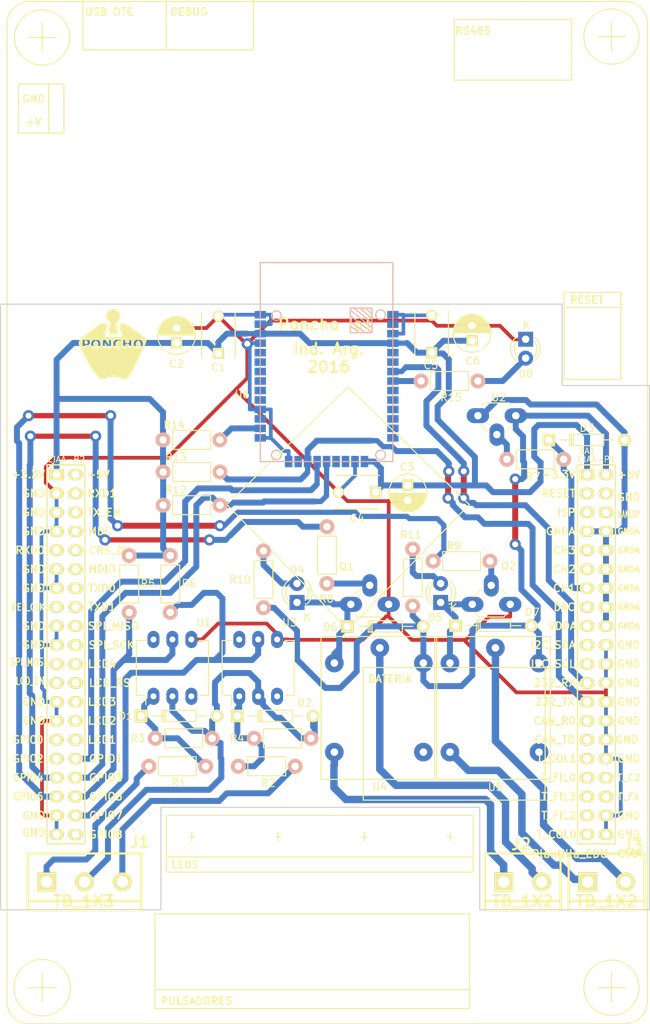
<source format=kicad_pcb>
(kicad_pcb (version 20171130) (host pcbnew "(5.1.12)-1")

  (general
    (thickness 1.6)
    (drawings 19)
    (tracks 583)
    (zones 0)
    (modules 43)
    (nets 97)
  )

  (page A4)
  (title_block
    (title "Poncho EDU-CIAA-NXP IoT")
    (date 2016-11-17)
    (rev 2)
    (company "Ernesto Gigliotti")
    (comment 1 "License: GPL3")
  )

  (layers
    (0 TOP signal)
    (31 BOTTOM signal)
    (32 B.Adhes user hide)
    (33 F.Adhes user hide)
    (34 B.Paste user hide)
    (35 F.Paste user hide)
    (36 B.SilkS user hide)
    (37 F.SilkS user hide)
    (38 B.Mask user hide)
    (39 F.Mask user hide)
    (40 Dwgs.User user hide)
    (44 Edge.Cuts user)
    (46 B.CrtYd user hide)
    (47 F.CrtYd user hide)
    (48 B.Fab user hide)
    (49 F.Fab user hide)
  )

  (setup
    (last_trace_width 0.8)
    (user_trace_width 0.5)
    (user_trace_width 0.7)
    (user_trace_width 0.8)
    (user_trace_width 1)
    (trace_clearance 0.7)
    (zone_clearance 0.7)
    (zone_45_only yes)
    (trace_min 0.5)
    (via_size 1.5)
    (via_drill 0.8)
    (via_min_size 1.5)
    (via_min_drill 0.8)
    (uvia_size 0.3)
    (uvia_drill 0.1)
    (uvias_allowed no)
    (uvia_min_size 0.2)
    (uvia_min_drill 0.1)
    (edge_width 0.15)
    (segment_width 0.2)
    (pcb_text_width 0.3)
    (pcb_text_size 1.5 1.5)
    (mod_edge_width 0.15)
    (mod_text_size 1 1)
    (mod_text_width 0.15)
    (pad_size 2.5 2.5)
    (pad_drill 1.016)
    (pad_to_mask_clearance 0.2)
    (aux_axis_origin 0 0)
    (visible_elements 7FFFEFFF)
    (pcbplotparams
      (layerselection 0x00030_80000001)
      (usegerberextensions false)
      (usegerberattributes true)
      (usegerberadvancedattributes true)
      (creategerberjobfile true)
      (excludeedgelayer true)
      (linewidth 0.100000)
      (plotframeref false)
      (viasonmask false)
      (mode 1)
      (useauxorigin false)
      (hpglpennumber 1)
      (hpglpenspeed 20)
      (hpglpendiameter 15.000000)
      (psnegative false)
      (psa4output false)
      (plotreference true)
      (plotvalue true)
      (plotinvisibletext false)
      (padsonsilk false)
      (subtractmaskfromsilk false)
      (outputformat 1)
      (mirror false)
      (drillshape 0)
      (scaleselection 1)
      (outputdirectory "gerbers/"))
  )

  (net 0 "")
  (net 1 +3V3)
  (net 2 GND)
  (net 3 "Net-(D1-Pad2)")
  (net 4 "Net-(D1-Pad1)")
  (net 5 "Net-(D2-Pad1)")
  (net 6 GNDA)
  (net 7 /ConectoresPoncho/ANALOG_IN)
  (net 8 "Net-(D4-Pad1)")
  (net 9 "Net-(D4-Pad2)")
  (net 10 "Net-(D5-Pad1)")
  (net 11 "Net-(D5-Pad2)")
  (net 12 +5V)
  (net 13 "Net-(D8-Pad2)")
  (net 14 "Net-(J1-Pad1)")
  (net 15 "Net-(J1-Pad3)")
  (net 16 "Net-(J2-Pad1)")
  (net 17 "Net-(J2-Pad2)")
  (net 18 "Net-(J3-Pad1)")
  (net 19 "Net-(J3-Pad2)")
  (net 20 "Net-(Q1-Pad2)")
  (net 21 "Net-(Q2-Pad2)")
  (net 22 /gpios/IN0)
  (net 23 /gpios/IN1)
  (net 24 "Net-(R7-Pad2)")
  (net 25 /gpios/OUT0)
  (net 26 /gpios/OUT1)
  (net 27 /ConectoresPoncho/MODULE_RESET)
  (net 28 /ConectoresPoncho/TXD_EDUCIAA)
  (net 29 "Net-(R14-Pad2)")
  (net 30 "Net-(R15-Pad2)")
  (net 31 "Net-(U1-Pad6)")
  (net 32 "Net-(U3-Pad6)")
  (net 33 "Net-(U4-Pad5)")
  (net 34 "Net-(U5-Pad5)")
  (net 35 "Net-(U6-Pad14)")
  (net 36 "Net-(U6-Pad13)")
  (net 37 "Net-(U6-Pad12)")
  (net 38 "Net-(U6-Pad11)")
  (net 39 "Net-(U6-Pad10)")
  (net 40 "Net-(U6-Pad9)")
  (net 41 "Net-(U6-Pad6)")
  (net 42 /ConectoresPoncho/RXD_EDUCIAA)
  (net 43 "Net-(U6-Pad5)")
  (net 44 "Net-(U6-Pad2)")
  (net 45 "Net-(U6-Pad26)")
  (net 46 "Net-(U6-Pad28)")
  (net 47 "Net-(U6-Pad29)")
  (net 48 "Net-(U6-Pad30)")
  (net 49 "Net-(U6-Pad31)")
  (net 50 "Net-(U6-Pad32)")
  (net 51 "Net-(U6-Pad33)")
  (net 52 "Net-(U6-Pad17)")
  (net 53 "Net-(U6-Pad18)")
  (net 54 /comm/CMD_CTRL)
  (net 55 "Net-(U6-Pad22)")
  (net 56 "Net-(XA1-Pad11)")
  (net 57 "Net-(XA1-Pad6)")
  (net 58 "Net-(XA1-Pad15)")
  (net 59 "Net-(XA1-Pad17)")
  (net 60 "Net-(XA1-Pad19)")
  (net 61 "Net-(XA1-Pad21)")
  (net 62 "Net-(XA1-Pad27)")
  (net 63 "Net-(XA1-Pad29)")
  (net 64 "Net-(XA1-Pad31)")
  (net 65 "Net-(XA1-Pad33)")
  (net 66 "Net-(XA1-Pad34)")
  (net 67 "Net-(XA1-Pad36)")
  (net 68 "Net-(XA1-Pad35)")
  (net 69 "Net-(XA1-Pad37)")
  (net 70 "Net-(XA1-Pad3)")
  (net 71 "Net-(XA1-Pad5)")
  (net 72 "Net-(XA1-Pad9)")
  (net 73 "Net-(XA1-Pad39)")
  (net 74 "Net-(XA1-Pad44)")
  (net 75 "Net-(XA1-Pad46)")
  (net 76 "Net-(XA1-Pad48)")
  (net 77 "Net-(XA1-Pad49)")
  (net 78 "Net-(XA1-Pad50)")
  (net 79 "Net-(XA1-Pad52)")
  (net 80 "Net-(XA1-Pad54)")
  (net 81 "Net-(XA1-Pad55)")
  (net 82 "Net-(XA1-Pad56)")
  (net 83 "Net-(XA1-Pad58)")
  (net 84 "Net-(XA1-Pad60)")
  (net 85 "Net-(XA1-Pad61)")
  (net 86 "Net-(XA1-Pad62)")
  (net 87 "Net-(XA1-Pad63)")
  (net 88 "Net-(XA1-Pad64)")
  (net 89 "Net-(XA1-Pad66)")
  (net 90 "Net-(XA1-Pad68)")
  (net 91 "Net-(XA1-Pad70)")
  (net 92 "Net-(XA1-Pad80)")
  (net 93 "Net-(XA1-Pad69)")
  (net 94 "Net-(XA1-Pad71)")
  (net 95 "Net-(XA1-Pad4)")
  (net 96 "Net-(XA1-Pad42)")

  (net_class Default "This is the default net class."
    (clearance 0.7)
    (trace_width 0.8)
    (via_dia 1.5)
    (via_drill 0.8)
    (uvia_dia 0.3)
    (uvia_drill 0.1)
    (add_net "Net-(D1-Pad1)")
    (add_net "Net-(D1-Pad2)")
    (add_net "Net-(D2-Pad1)")
    (add_net "Net-(J1-Pad1)")
    (add_net "Net-(J1-Pad3)")
    (add_net "Net-(J2-Pad1)")
    (add_net "Net-(J2-Pad2)")
    (add_net "Net-(J3-Pad1)")
    (add_net "Net-(J3-Pad2)")
    (add_net "Net-(Q1-Pad2)")
    (add_net "Net-(Q2-Pad2)")
    (add_net "Net-(R7-Pad2)")
    (add_net "Net-(U1-Pad6)")
    (add_net "Net-(U3-Pad6)")
    (add_net "Net-(U4-Pad5)")
    (add_net "Net-(U5-Pad5)")
  )

  (net_class INS_BUS ""
    (clearance 0.5)
    (trace_width 0.8)
    (via_dia 1.5)
    (via_drill 0.8)
    (uvia_dia 0.3)
    (uvia_drill 0.1)
    (add_net /gpios/IN0)
    (add_net /gpios/IN1)
  )

  (net_class LEDS ""
    (clearance 0.4)
    (trace_width 0.8)
    (via_dia 1.5)
    (via_drill 0.8)
    (uvia_dia 0.3)
    (uvia_drill 0.1)
    (add_net "Net-(D4-Pad1)")
    (add_net "Net-(D4-Pad2)")
    (add_net "Net-(D5-Pad1)")
    (add_net "Net-(D5-Pad2)")
    (add_net "Net-(D8-Pad2)")
  )

  (net_class "MODULE NETS" ""
    (clearance 0.2)
    (trace_width 0.5)
    (via_dia 1.5)
    (via_drill 0.8)
    (uvia_dia 0.3)
    (uvia_drill 0.1)
    (add_net +3V3)
    (add_net /ConectoresPoncho/MODULE_RESET)
    (add_net /ConectoresPoncho/RXD_EDUCIAA)
    (add_net /ConectoresPoncho/TXD_EDUCIAA)
    (add_net /comm/CMD_CTRL)
    (add_net GND)
    (add_net "Net-(R14-Pad2)")
    (add_net "Net-(R15-Pad2)")
    (add_net "Net-(U6-Pad10)")
    (add_net "Net-(U6-Pad11)")
    (add_net "Net-(U6-Pad12)")
    (add_net "Net-(U6-Pad13)")
    (add_net "Net-(U6-Pad14)")
    (add_net "Net-(U6-Pad17)")
    (add_net "Net-(U6-Pad18)")
    (add_net "Net-(U6-Pad2)")
    (add_net "Net-(U6-Pad22)")
    (add_net "Net-(U6-Pad26)")
    (add_net "Net-(U6-Pad28)")
    (add_net "Net-(U6-Pad29)")
    (add_net "Net-(U6-Pad30)")
    (add_net "Net-(U6-Pad31)")
    (add_net "Net-(U6-Pad32)")
    (add_net "Net-(U6-Pad33)")
    (add_net "Net-(U6-Pad5)")
    (add_net "Net-(U6-Pad6)")
    (add_net "Net-(U6-Pad9)")
  )

  (net_class "OUTS BUS" ""
    (clearance 0.5)
    (trace_width 0.7)
    (via_dia 1.5)
    (via_drill 0.8)
    (uvia_dia 0.3)
    (uvia_drill 0.1)
    (add_net /gpios/OUT0)
    (add_net /gpios/OUT1)
  )

  (net_class PONCHO_CONNECTORS ""
    (clearance 0.4)
    (trace_width 0.8)
    (via_dia 1.5)
    (via_drill 0.8)
    (uvia_dia 0.3)
    (uvia_drill 0.1)
    (add_net +5V)
    (add_net /ConectoresPoncho/ANALOG_IN)
    (add_net GNDA)
    (add_net "Net-(XA1-Pad11)")
    (add_net "Net-(XA1-Pad15)")
    (add_net "Net-(XA1-Pad17)")
    (add_net "Net-(XA1-Pad19)")
    (add_net "Net-(XA1-Pad21)")
    (add_net "Net-(XA1-Pad27)")
    (add_net "Net-(XA1-Pad29)")
    (add_net "Net-(XA1-Pad3)")
    (add_net "Net-(XA1-Pad31)")
    (add_net "Net-(XA1-Pad33)")
    (add_net "Net-(XA1-Pad34)")
    (add_net "Net-(XA1-Pad35)")
    (add_net "Net-(XA1-Pad36)")
    (add_net "Net-(XA1-Pad37)")
    (add_net "Net-(XA1-Pad39)")
    (add_net "Net-(XA1-Pad4)")
    (add_net "Net-(XA1-Pad42)")
    (add_net "Net-(XA1-Pad44)")
    (add_net "Net-(XA1-Pad46)")
    (add_net "Net-(XA1-Pad48)")
    (add_net "Net-(XA1-Pad49)")
    (add_net "Net-(XA1-Pad5)")
    (add_net "Net-(XA1-Pad50)")
    (add_net "Net-(XA1-Pad52)")
    (add_net "Net-(XA1-Pad54)")
    (add_net "Net-(XA1-Pad55)")
    (add_net "Net-(XA1-Pad56)")
    (add_net "Net-(XA1-Pad58)")
    (add_net "Net-(XA1-Pad6)")
    (add_net "Net-(XA1-Pad60)")
    (add_net "Net-(XA1-Pad61)")
    (add_net "Net-(XA1-Pad62)")
    (add_net "Net-(XA1-Pad63)")
    (add_net "Net-(XA1-Pad64)")
    (add_net "Net-(XA1-Pad66)")
    (add_net "Net-(XA1-Pad68)")
    (add_net "Net-(XA1-Pad69)")
    (add_net "Net-(XA1-Pad70)")
    (add_net "Net-(XA1-Pad71)")
    (add_net "Net-(XA1-Pad80)")
    (add_net "Net-(XA1-Pad9)")
  )

  (module Conn_Poncho_Mediano (layer TOP) (tedit 5842012F) (tstamp 58279811)
    (at 167.13 95.635)
    (tags "CONN Poncho")
    (path /582661CE/58266328)
    (fp_text reference XA1 (at 0 -3.175) (layer F.SilkS)
      (effects (font (size 0.8 0.8) (thickness 0.12)))
    )
    (fp_text value Conn_Poncho2P_2x_20x2 (at -1.905 51.181) (layer F.SilkS) hide
      (effects (font (size 1.016 1.016) (thickness 0.2032)))
    )
    (fp_line (start 3.81 -1.27) (end -1.27 -1.27) (layer F.SilkS) (width 0.15))
    (fp_line (start 3.81 49.53) (end -1.27 49.53) (layer F.SilkS) (width 0.15))
    (fp_line (start 3.81 49.53) (end 3.81 -1.27) (layer F.SilkS) (width 0.15))
    (fp_line (start -1.27 49.53) (end -1.27 -1.27) (layer F.SilkS) (width 0.15))
    (fp_line (start -72.39 49.53) (end -72.39 0) (layer F.SilkS) (width 0.15))
    (fp_line (start -67.31 49.53) (end -72.39 49.53) (layer F.SilkS) (width 0.15))
    (fp_line (start -67.31 -1.27) (end -67.31 49.53) (layer F.SilkS) (width 0.15))
    (fp_line (start -72.39 -1.27) (end -67.31 -1.27) (layer F.SilkS) (width 0.15))
    (fp_line (start -72.39 0) (end -72.39 -1.27) (layer F.SilkS) (width 0.15))
    (fp_text user GPIO8 (at -64.516 48.26) (layer F.SilkS)
      (effects (font (size 1 1) (thickness 0.2)))
    )
    (fp_text user GPIO7 (at -64.516 45.72) (layer F.SilkS)
      (effects (font (size 1 1) (thickness 0.2)))
    )
    (fp_text user GPIO5 (at -64.516 43.18) (layer F.SilkS)
      (effects (font (size 1 1) (thickness 0.2)))
    )
    (fp_text user GPIO3 (at -64.516 40.64) (layer F.SilkS)
      (effects (font (size 1 1) (thickness 0.2)))
    )
    (fp_text user GPIO1 (at -64.516 38.1) (layer F.SilkS)
      (effects (font (size 1 1) (thickness 0.2)))
    )
    (fp_text user LCD1 (at -65.024 35.56) (layer F.SilkS)
      (effects (font (size 1 1) (thickness 0.2)))
    )
    (fp_text user LCD2 (at -65.024 33.02) (layer F.SilkS)
      (effects (font (size 1 1) (thickness 0.2)))
    )
    (fp_text user LCD3 (at -65.024 30.48) (layer F.SilkS)
      (effects (font (size 1 1) (thickness 0.2)))
    )
    (fp_text user LCD_RS (at -64.008 27.94) (layer F.SilkS)
      (effects (font (size 1 1) (thickness 0.2)))
    )
    (fp_text user LCD4 (at -65.024 25.4) (layer F.SilkS)
      (effects (font (size 1 1) (thickness 0.2)))
    )
    (fp_text user SPI_SCK (at -63.754 22.86) (layer F.SilkS)
      (effects (font (size 1 1) (thickness 0.2)))
    )
    (fp_text user SPI_MISO (at -63.5 20.32) (layer F.SilkS)
      (effects (font (size 1 1) (thickness 0.2)))
    )
    (fp_text user TXD1 (at -65.024 17.78) (layer F.SilkS)
      (effects (font (size 1 1) (thickness 0.2)))
    )
    (fp_text user TXD0 (at -65.024 15.24) (layer F.SilkS)
      (effects (font (size 1 1) (thickness 0.2)))
    )
    (fp_text user MDIO (at -65.024 12.7) (layer F.SilkS)
      (effects (font (size 1 1) (thickness 0.2)))
    )
    (fp_text user CRS_DV (at -64.008 10.16) (layer F.SilkS)
      (effects (font (size 1 1) (thickness 0.2)))
    )
    (fp_text user MDC (at -65.278 7.62) (layer F.SilkS)
      (effects (font (size 1 1) (thickness 0.2)))
    )
    (fp_text user TX_EN (at -64.77 5.08) (layer F.SilkS)
      (effects (font (size 1 1) (thickness 0.2)))
    )
    (fp_text user RXD1 (at -65.024 2.54) (layer F.SilkS)
      (effects (font (size 1 1) (thickness 0.2)))
    )
    (fp_text user +5V (at -65.532 0) (layer F.SilkS)
      (effects (font (size 1 1) (thickness 0.2)))
    )
    (fp_text user GND (at -74.168 48.006) (layer F.SilkS)
      (effects (font (size 1 1) (thickness 0.2)))
    )
    (fp_text user GND (at -74.168 45.72) (layer F.SilkS)
      (effects (font (size 1 1) (thickness 0.2)))
    )
    (fp_text user GPIO6 (at -74.93 43.18) (layer F.SilkS)
      (effects (font (size 1 0.9) (thickness 0.2)))
    )
    (fp_text user GPIO4 (at -74.93 40.64) (layer F.SilkS)
      (effects (font (size 1 0.9) (thickness 0.2)))
    )
    (fp_text user GPIO2 (at -74.93 38.1) (layer F.SilkS)
      (effects (font (size 1 0.9) (thickness 0.2)))
    )
    (fp_text user GPIO0 (at -74.93 35.56) (layer F.SilkS)
      (effects (font (size 1 0.9) (thickness 0.2)))
    )
    (fp_text user GND (at -74.168 33.02) (layer F.SilkS)
      (effects (font (size 1 1) (thickness 0.2)))
    )
    (fp_text user GND (at -74.168 30.48) (layer F.SilkS)
      (effects (font (size 1 1) (thickness 0.2)))
    )
    (fp_text user LCD_EN (at -74.676 27.686) (layer F.SilkS)
      (effects (font (size 1 0.7) (thickness 0.17)))
    )
    (fp_text user SPI_MOSI (at -74.93 25.146) (layer F.SilkS)
      (effects (font (size 1 0.7) (thickness 0.17)))
    )
    (fp_text user GND (at -74.168 22.86) (layer F.SilkS)
      (effects (font (size 1 1) (thickness 0.2)))
    )
    (fp_text user GND (at -74.168 20.32) (layer F.SilkS)
      (effects (font (size 1 1) (thickness 0.2)))
    )
    (fp_text user REF_CLK (at -74.93 17.78) (layer F.SilkS)
      (effects (font (size 0.9 0.7) (thickness 0.175)))
    )
    (fp_text user GND (at -74.168 15.24) (layer F.SilkS)
      (effects (font (size 1 1) (thickness 0.2)))
    )
    (fp_text user GND (at -74.168 12.7) (layer F.SilkS)
      (effects (font (size 1 1) (thickness 0.2)))
    )
    (fp_text user GND (at -74.168 7.62) (layer F.SilkS)
      (effects (font (size 1 1) (thickness 0.2)))
    )
    (fp_text user RXD0 (at -74.676 10.16) (layer F.SilkS)
      (effects (font (size 1 1) (thickness 0.2)))
    )
    (fp_text user GND (at -74.168 5.08) (layer F.SilkS)
      (effects (font (size 1 1) (thickness 0.2)))
    )
    (fp_text user GND (at -74.168 2.54) (layer F.SilkS)
      (effects (font (size 1 1) (thickness 0.2)))
    )
    (fp_text user +3.3V (at -74.93 0) (layer F.SilkS)
      (effects (font (size 1 1) (thickness 0.2)))
    )
    (fp_text user GND (at 5.588 48.26) (layer F.SilkS)
      (effects (font (size 1 1) (thickness 0.2)))
    )
    (fp_text user GND (at 5.588 45.72) (layer F.SilkS)
      (effects (font (size 1 1) (thickness 0.2)))
    )
    (fp_text user T_F1 (at 5.588 43.18) (layer F.SilkS)
      (effects (font (size 0.9 0.9) (thickness 0.18)))
    )
    (fp_text user T_C2 (at 5.588 40.64) (layer F.SilkS)
      (effects (font (size 0.9 0.9) (thickness 0.18)))
    )
    (fp_text user GND (at 5.588 38.1) (layer F.SilkS)
      (effects (font (size 1 1) (thickness 0.2)))
    )
    (fp_text user GND (at 5.334 35.56) (layer F.SilkS)
      (effects (font (size 1 1) (thickness 0.2)))
    )
    (fp_text user GND (at 5.588 33.02) (layer F.SilkS)
      (effects (font (size 1 1) (thickness 0.2)))
    )
    (fp_text user GND (at 5.588 30.48) (layer F.SilkS)
      (effects (font (size 1 1) (thickness 0.2)))
    )
    (fp_text user GND (at 5.588 27.94) (layer F.SilkS)
      (effects (font (size 1 1) (thickness 0.2)))
    )
    (fp_text user GND (at 5.588 25.4) (layer F.SilkS)
      (effects (font (size 1 1) (thickness 0.2)))
    )
    (fp_text user GND (at 5.588 22.86) (layer F.SilkS)
      (effects (font (size 1 1) (thickness 0.2)))
    )
    (fp_text user GNDA (at 5.588 20.32) (layer F.SilkS)
      (effects (font (size 0.76 0.76) (thickness 0.19)))
    )
    (fp_text user GNDA (at 5.588 17.78) (layer F.SilkS)
      (effects (font (size 0.76 0.76) (thickness 0.19)))
    )
    (fp_text user GNDA (at 5.588 15.24) (layer F.SilkS)
      (effects (font (size 0.76 0.76) (thickness 0.19)))
    )
    (fp_text user GNDA (at 5.588 12.7) (layer F.SilkS)
      (effects (font (size 0.76 0.76) (thickness 0.19)))
    )
    (fp_text user GNDA (at 5.588 10.16) (layer F.SilkS)
      (effects (font (size 0.76 0.76) (thickness 0.19)))
    )
    (fp_text user GNDA (at 5.588 7.62) (layer F.SilkS)
      (effects (font (size 0.76 0.76) (thickness 0.19)))
    )
    (fp_text user WAKEUP (at 5.588 5.334) (layer F.SilkS)
      (effects (font (size 1 0.5) (thickness 0.125)))
    )
    (fp_text user GND (at 5.588 3.048) (layer F.SilkS)
      (effects (font (size 1 1) (thickness 0.2)))
    )
    (fp_text user +5V (at 5.588 0) (layer F.SilkS)
      (effects (font (size 1 1) (thickness 0.2)))
    )
    (fp_text user T_COL0 (at -4.064 48.26) (layer F.SilkS)
      (effects (font (size 1 1) (thickness 0.2)))
    )
    (fp_text user T_FIL2 (at -3.81 45.72) (layer F.SilkS)
      (effects (font (size 1 1) (thickness 0.2)))
    )
    (fp_text user T_FIL3 (at -3.81 43.18) (layer F.SilkS)
      (effects (font (size 1 1) (thickness 0.2)))
    )
    (fp_text user T_FIL0 (at -3.81 40.64) (layer F.SilkS)
      (effects (font (size 1 1) (thickness 0.2)))
    )
    (fp_text user T_COL1 (at -4.064 38.1) (layer F.SilkS)
      (effects (font (size 1 1) (thickness 0.2)))
    )
    (fp_text user CAN_TD (at -4.318 35.56) (layer F.SilkS)
      (effects (font (size 1 1) (thickness 0.2)))
    )
    (fp_text user CAN_RD (at -4.318 33.02) (layer F.SilkS)
      (effects (font (size 1 1) (thickness 0.2)))
    )
    (fp_text user 232_TX (at -4.318 30.48) (layer F.SilkS)
      (effects (font (size 1 1) (thickness 0.2)))
    )
    (fp_text user 232_RX (at -4.318 27.94) (layer F.SilkS)
      (effects (font (size 1 1) (thickness 0.2)))
    )
    (fp_text user I2C_SCL (at -4.572 25.4) (layer F.SilkS)
      (effects (font (size 1 1) (thickness 0.2)))
    )
    (fp_text user I2C_SDA (at -4.572 22.86) (layer F.SilkS)
      (effects (font (size 1 1) (thickness 0.2)))
    )
    (fp_text user VDDA (at -3.302 20.32) (layer F.SilkS)
      (effects (font (size 1 1) (thickness 0.2)))
    )
    (fp_text user DAC (at -3.048 17.78) (layer F.SilkS)
      (effects (font (size 1 1) (thickness 0.2)))
    )
    (fp_text user CH1 (at -3.048 15.24) (layer F.SilkS)
      (effects (font (size 1 1) (thickness 0.2)))
    )
    (fp_text user CH2 (at -3.048 12.7) (layer F.SilkS)
      (effects (font (size 1 1) (thickness 0.2)))
    )
    (fp_text user CH3 (at -3.048 10.16) (layer F.SilkS)
      (effects (font (size 1 1) (thickness 0.2)))
    )
    (fp_text user GNDA (at -3.556 7.62) (layer F.SilkS)
      (effects (font (size 1 1) (thickness 0.2)))
    )
    (fp_text user ISP (at -2.794 5.08) (layer F.SilkS)
      (effects (font (size 1 1) (thickness 0.2)))
    )
    (fp_text user RESET (at -3.81 2.54) (layer F.SilkS)
      (effects (font (size 1 1) (thickness 0.2)))
    )
    (fp_text user CIAA-P2 (at -69.85 -2.032) (layer F.SilkS)
      (effects (font (size 0.8 0.8) (thickness 0.12)))
    )
    (fp_text user CIAA-P1 (at 1.27 -2.032) (layer F.SilkS)
      (effects (font (size 0.8 0.8) (thickness 0.12)))
    )
    (fp_text user +3.3V (at -3.81 0) (layer F.SilkS)
      (effects (font (size 1 1) (thickness 0.2)))
    )
    (pad 1 thru_hole rect (at 0 0 270) (size 1.524 2) (drill 1.016) (layers *.Cu *.Mask F.SilkS)
      (net 1 +3V3))
    (pad 2 thru_hole oval (at 2.54 0 270) (size 1.524 2) (drill 1.016) (layers *.Cu *.Mask F.SilkS)
      (net 12 +5V))
    (pad 11 thru_hole oval (at 0 12.7 270) (size 1.524 2) (drill 1.016) (layers *.Cu *.Mask F.SilkS)
      (net 56 "Net-(XA1-Pad11)"))
    (pad 4 thru_hole oval (at 2.54 2.54 270) (size 1.524 2) (drill 1.016) (layers *.Cu *.Mask F.SilkS)
      (net 95 "Net-(XA1-Pad4)"))
    (pad 13 thru_hole oval (at 0 15.24 270) (size 1.524 2) (drill 1.016) (layers *.Cu *.Mask F.SilkS)
      (net 7 /ConectoresPoncho/ANALOG_IN))
    (pad 6 thru_hole oval (at 2.54 5.08 270) (size 1.524 2) (drill 1.016) (layers *.Cu *.Mask F.SilkS)
      (net 57 "Net-(XA1-Pad6)"))
    (pad 15 thru_hole oval (at 0 17.78 270) (size 1.524 2) (drill 1.016) (layers *.Cu *.Mask F.SilkS)
      (net 58 "Net-(XA1-Pad15)"))
    (pad 8 thru_hole oval (at 2.54 7.62 270) (size 1.524 2) (drill 1.016) (layers *.Cu *.Mask F.SilkS)
      (net 6 GNDA))
    (pad 17 thru_hole oval (at 0 20.32 270) (size 1.524 2) (drill 1.016) (layers *.Cu *.Mask F.SilkS)
      (net 59 "Net-(XA1-Pad17)"))
    (pad 10 thru_hole oval (at 2.54 10.16 270) (size 1.524 2) (drill 1.016) (layers *.Cu *.Mask F.SilkS)
      (net 6 GNDA))
    (pad 19 thru_hole oval (at 0 22.86 270) (size 1.524 2) (drill 1.016) (layers *.Cu *.Mask F.SilkS)
      (net 60 "Net-(XA1-Pad19)"))
    (pad 12 thru_hole oval (at 2.54 12.7 270) (size 1.524 2) (drill 1.016) (layers *.Cu *.Mask F.SilkS)
      (net 6 GNDA))
    (pad 21 thru_hole oval (at 0 25.4 270) (size 1.524 2) (drill 1.016) (layers *.Cu *.Mask F.SilkS)
      (net 61 "Net-(XA1-Pad21)"))
    (pad 14 thru_hole oval (at 2.54 15.24 270) (size 1.524 2) (drill 1.016) (layers *.Cu *.Mask F.SilkS)
      (net 6 GNDA))
    (pad 23 thru_hole oval (at 0 27.94 270) (size 1.524 2) (drill 1.016) (layers *.Cu *.Mask F.SilkS)
      (net 42 /ConectoresPoncho/RXD_EDUCIAA))
    (pad 16 thru_hole oval (at 2.54 17.78 270) (size 1.524 2) (drill 1.016) (layers *.Cu *.Mask F.SilkS)
      (net 6 GNDA))
    (pad 25 thru_hole oval (at 0 30.48 270) (size 1.524 2) (drill 1.016) (layers *.Cu *.Mask F.SilkS)
      (net 28 /ConectoresPoncho/TXD_EDUCIAA))
    (pad 18 thru_hole oval (at 2.54 20.32 270) (size 1.524 2) (drill 1.016) (layers *.Cu *.Mask F.SilkS)
      (net 6 GNDA))
    (pad 27 thru_hole oval (at 0 33.02 270) (size 1.524 2) (drill 1.016) (layers *.Cu *.Mask F.SilkS)
      (net 62 "Net-(XA1-Pad27)"))
    (pad 20 thru_hole oval (at 2.54 22.86 270) (size 1.524 2) (drill 1.016) (layers *.Cu *.Mask F.SilkS)
      (net 2 GND))
    (pad 29 thru_hole oval (at 0 35.56 270) (size 1.524 2) (drill 1.016) (layers *.Cu *.Mask F.SilkS)
      (net 63 "Net-(XA1-Pad29)"))
    (pad 22 thru_hole oval (at 2.54 25.4 270) (size 1.524 2) (drill 1.016) (layers *.Cu *.Mask F.SilkS)
      (net 2 GND))
    (pad 31 thru_hole oval (at 0 38.1 270) (size 1.524 2) (drill 1.016) (layers *.Cu *.Mask F.SilkS)
      (net 64 "Net-(XA1-Pad31)"))
    (pad 24 thru_hole oval (at 2.54 27.94 270) (size 1.524 2) (drill 1.016) (layers *.Cu *.Mask F.SilkS)
      (net 2 GND))
    (pad 26 thru_hole oval (at 2.54 30.48 270) (size 1.524 2) (drill 1.016) (layers *.Cu *.Mask F.SilkS)
      (net 2 GND))
    (pad 33 thru_hole oval (at 0 40.64 270) (size 1.524 2) (drill 1.016) (layers *.Cu *.Mask F.SilkS)
      (net 65 "Net-(XA1-Pad33)"))
    (pad 28 thru_hole oval (at 2.54 33.02 270) (size 1.524 2) (drill 1.016) (layers *.Cu *.Mask F.SilkS)
      (net 2 GND))
    (pad 32 thru_hole oval (at 2.54 38.1 270) (size 1.524 2) (drill 1.016) (layers *.Cu *.Mask F.SilkS)
      (net 2 GND))
    (pad 34 thru_hole oval (at 2.54 40.64 270) (size 1.524 2) (drill 1.016) (layers *.Cu *.Mask F.SilkS)
      (net 66 "Net-(XA1-Pad34)"))
    (pad 36 thru_hole oval (at 2.54 43.18 270) (size 1.524 2) (drill 1.016) (layers *.Cu *.Mask F.SilkS)
      (net 67 "Net-(XA1-Pad36)"))
    (pad 38 thru_hole oval (at 2.54 45.72 270) (size 1.524 2) (drill 1.016) (layers *.Cu *.Mask F.SilkS)
      (net 2 GND))
    (pad 35 thru_hole oval (at 0 43.18 270) (size 1.524 2) (drill 1.016) (layers *.Cu *.Mask F.SilkS)
      (net 68 "Net-(XA1-Pad35)"))
    (pad 37 thru_hole oval (at 0 45.72 270) (size 1.524 2) (drill 1.016) (layers *.Cu *.Mask F.SilkS)
      (net 69 "Net-(XA1-Pad37)"))
    (pad 3 thru_hole oval (at 0 2.54 270) (size 1.524 2) (drill 1.016) (layers *.Cu *.Mask F.SilkS)
      (net 70 "Net-(XA1-Pad3)"))
    (pad 5 thru_hole oval (at 0 5.08 270) (size 1.524 2) (drill 1.016) (layers *.Cu *.Mask F.SilkS)
      (net 71 "Net-(XA1-Pad5)"))
    (pad 7 thru_hole oval (at 0 7.62 270) (size 1.524 2) (drill 1.016) (layers *.Cu *.Mask F.SilkS)
      (net 6 GNDA))
    (pad 9 thru_hole oval (at 0 10.16 270) (size 1.524 2) (drill 1.016) (layers *.Cu *.Mask F.SilkS)
      (net 72 "Net-(XA1-Pad9)"))
    (pad 39 thru_hole oval (at 0 48.26 270) (size 1.524 2) (drill 1.016) (layers *.Cu *.Mask F.SilkS)
      (net 73 "Net-(XA1-Pad39)"))
    (pad 40 thru_hole oval (at 2.54 48.26 270) (size 1.524 2) (drill 1.016) (layers *.Cu *.Mask F.SilkS)
      (net 2 GND))
    (pad 30 thru_hole oval (at 2.54 35.56 270) (size 1.524 2) (drill 1.016) (layers *.Cu *.Mask F.SilkS)
      (net 2 GND))
    (pad 41 thru_hole rect (at -71.12 0 270) (size 1.524 2) (drill 1.016) (layers *.Cu *.Mask F.SilkS)
      (net 1 +3V3))
    (pad 42 thru_hole oval (at -68.58 0 270) (size 1.524 2) (drill 1.016) (layers *.Cu *.Mask F.SilkS)
      (net 96 "Net-(XA1-Pad42)"))
    (pad 43 thru_hole oval (at -71.12 2.54 270) (size 1.524 2) (drill 1.016) (layers *.Cu *.Mask F.SilkS)
      (net 2 GND))
    (pad 44 thru_hole oval (at -68.58 2.54 270) (size 1.524 2) (drill 1.016) (layers *.Cu *.Mask F.SilkS)
      (net 74 "Net-(XA1-Pad44)"))
    (pad 45 thru_hole oval (at -71.12 5.08 270) (size 1.524 2) (drill 1.016) (layers *.Cu *.Mask F.SilkS)
      (net 2 GND))
    (pad 46 thru_hole oval (at -68.58 5.08 270) (size 1.524 2) (drill 1.016) (layers *.Cu *.Mask F.SilkS)
      (net 75 "Net-(XA1-Pad46)"))
    (pad 47 thru_hole oval (at -71.12 7.62 270) (size 1.524 2) (drill 1.016) (layers *.Cu *.Mask F.SilkS)
      (net 2 GND))
    (pad 48 thru_hole oval (at -68.58 7.62 270) (size 1.524 2) (drill 1.016) (layers *.Cu *.Mask F.SilkS)
      (net 76 "Net-(XA1-Pad48)"))
    (pad 49 thru_hole oval (at -71.12 10.16 270) (size 1.524 2) (drill 1.016) (layers *.Cu *.Mask F.SilkS)
      (net 77 "Net-(XA1-Pad49)"))
    (pad 50 thru_hole oval (at -68.58 10.16 270) (size 1.524 2) (drill 1.016) (layers *.Cu *.Mask F.SilkS)
      (net 78 "Net-(XA1-Pad50)"))
    (pad 51 thru_hole oval (at -71.12 12.7 270) (size 1.524 2) (drill 1.016) (layers *.Cu *.Mask F.SilkS)
      (net 2 GND))
    (pad 52 thru_hole oval (at -68.58 12.7 270) (size 1.524 2) (drill 1.016) (layers *.Cu *.Mask F.SilkS)
      (net 79 "Net-(XA1-Pad52)"))
    (pad 53 thru_hole oval (at -71.12 15.24 270) (size 1.524 2) (drill 1.016) (layers *.Cu *.Mask F.SilkS)
      (net 2 GND))
    (pad 54 thru_hole oval (at -68.58 15.24 270) (size 1.524 2) (drill 1.016) (layers *.Cu *.Mask F.SilkS)
      (net 80 "Net-(XA1-Pad54)"))
    (pad 55 thru_hole oval (at -71.12 17.78 270) (size 1.524 2) (drill 1.016) (layers *.Cu *.Mask F.SilkS)
      (net 81 "Net-(XA1-Pad55)"))
    (pad 56 thru_hole oval (at -68.58 17.78 270) (size 1.524 2) (drill 1.016) (layers *.Cu *.Mask F.SilkS)
      (net 82 "Net-(XA1-Pad56)"))
    (pad 57 thru_hole oval (at -71.12 20.32 270) (size 1.524 2) (drill 1.016) (layers *.Cu *.Mask F.SilkS)
      (net 2 GND))
    (pad 58 thru_hole oval (at -68.58 20.32 270) (size 1.524 2) (drill 1.016) (layers *.Cu *.Mask F.SilkS)
      (net 83 "Net-(XA1-Pad58)"))
    (pad 59 thru_hole oval (at -71.12 22.86 270) (size 1.524 2) (drill 1.016) (layers *.Cu *.Mask F.SilkS)
      (net 2 GND))
    (pad 60 thru_hole oval (at -68.58 22.86 270) (size 1.524 2) (drill 1.016) (layers *.Cu *.Mask F.SilkS)
      (net 84 "Net-(XA1-Pad60)"))
    (pad 61 thru_hole oval (at -71.12 25.4 270) (size 1.524 2) (drill 1.016) (layers *.Cu *.Mask F.SilkS)
      (net 85 "Net-(XA1-Pad61)"))
    (pad 62 thru_hole oval (at -68.58 25.4 270) (size 1.524 2) (drill 1.016) (layers *.Cu *.Mask F.SilkS)
      (net 86 "Net-(XA1-Pad62)"))
    (pad 63 thru_hole oval (at -71.12 27.94 270) (size 1.524 2) (drill 1.016) (layers *.Cu *.Mask F.SilkS)
      (net 87 "Net-(XA1-Pad63)"))
    (pad 64 thru_hole oval (at -68.58 27.94 270) (size 1.524 2) (drill 1.016) (layers *.Cu *.Mask F.SilkS)
      (net 88 "Net-(XA1-Pad64)"))
    (pad 65 thru_hole oval (at -71.12 30.48 270) (size 1.524 2) (drill 1.016) (layers *.Cu *.Mask F.SilkS)
      (net 2 GND))
    (pad 66 thru_hole oval (at -68.58 30.48 270) (size 1.524 2) (drill 1.016) (layers *.Cu *.Mask F.SilkS)
      (net 89 "Net-(XA1-Pad66)"))
    (pad 67 thru_hole oval (at -71.12 33.02 270) (size 1.524 2) (drill 1.016) (layers *.Cu *.Mask F.SilkS)
      (net 2 GND))
    (pad 68 thru_hole oval (at -68.58 33.02 270) (size 1.524 2) (drill 1.016) (layers *.Cu *.Mask F.SilkS)
      (net 90 "Net-(XA1-Pad68)"))
    (pad 69 thru_hole oval (at -71.12 35.56 270) (size 1.524 2) (drill 1.016) (layers *.Cu *.Mask F.SilkS)
      (net 93 "Net-(XA1-Pad69)"))
    (pad 70 thru_hole oval (at -68.58 35.56 270) (size 1.524 2) (drill 1.016) (layers *.Cu *.Mask F.SilkS)
      (net 91 "Net-(XA1-Pad70)"))
    (pad 71 thru_hole oval (at -71.12 38.1 270) (size 1.524 2) (drill 1.016) (layers *.Cu *.Mask F.SilkS)
      (net 94 "Net-(XA1-Pad71)"))
    (pad 72 thru_hole oval (at -68.58 38.1 270) (size 1.524 2) (drill 1.016) (layers *.Cu *.Mask F.SilkS)
      (net 54 /comm/CMD_CTRL))
    (pad 73 thru_hole oval (at -71.12 40.64 270) (size 1.524 2) (drill 1.016) (layers *.Cu *.Mask F.SilkS)
      (net 25 /gpios/OUT0))
    (pad 74 thru_hole oval (at -68.58 40.64 270) (size 1.524 2) (drill 1.016) (layers *.Cu *.Mask F.SilkS)
      (net 27 /ConectoresPoncho/MODULE_RESET))
    (pad 75 thru_hole oval (at -71.12 43.18 270) (size 1.524 2) (drill 1.016) (layers *.Cu *.Mask F.SilkS)
      (net 26 /gpios/OUT1))
    (pad 76 thru_hole oval (at -68.58 43.18 270) (size 1.524 2) (drill 1.016) (layers *.Cu *.Mask F.SilkS)
      (net 22 /gpios/IN0))
    (pad 77 thru_hole oval (at -71.12 45.72 270) (size 1.524 2) (drill 1.016) (layers *.Cu *.Mask F.SilkS)
      (net 2 GND))
    (pad 78 thru_hole oval (at -68.58 45.72 270) (size 1.524 2) (drill 1.016) (layers *.Cu *.Mask F.SilkS)
      (net 23 /gpios/IN1))
    (pad 79 thru_hole oval (at -71.12 48.26 270) (size 1.524 2) (drill 1.016) (layers *.Cu *.Mask F.SilkS)
      (net 2 GND))
    (pad 80 thru_hole oval (at -68.58 48.26 270) (size 1.524 2) (drill 1.016) (layers *.Cu *.Mask F.SilkS)
      (net 92 "Net-(XA1-Pad80)"))
  )

  (module ponchoeduciaaiot:Relay5vSI (layer TOP) (tedit 5839D5DC) (tstamp 58279790)
    (at 154.846 126.5)
    (descr "Relay 5V Simple Inversor")
    (tags relay)
    (path /5823AA9A/5825F324)
    (fp_text reference U5 (at 0 11.05) (layer F.SilkS)
      (effects (font (size 1 1) (thickness 0.15)))
    )
    (fp_text value RELAY (at -0.254 -3.048) (layer F.Fab)
      (effects (font (size 1 1) (thickness 0.15)))
    )
    (fp_line (start -7.874 7.874) (end -7.874 7.62) (layer F.SilkS) (width 0.15))
    (fp_line (start 7.366 10) (end -7.874 10) (layer F.SilkS) (width 0.15))
    (fp_line (start 7.366 -9.144) (end 7.366 7.874) (layer F.SilkS) (width 0.15))
    (fp_line (start -7.874 -9.144) (end 7.366 -9.144) (layer F.SilkS) (width 0.15))
    (fp_line (start -7.874 7.62) (end -7.874 -9.144) (layer F.SilkS) (width 0.15))
    (fp_line (start -7.87 7.81) (end -7.87 10) (layer F.SilkS) (width 0.15))
    (fp_line (start 7.37 7.84) (end 7.37 10) (layer F.SilkS) (width 0.15))
    (pad 1 thru_hole circle (at -6.096 -5.588) (size 2.5 2.5) (drill 1.016) (layers *.Cu *.Mask)
      (net 10 "Net-(D5-Pad1)"))
    (pad 3 thru_hole circle (at 0 -7.62) (size 2.5 2.5) (drill 1.016) (layers *.Cu *.Mask)
      (net 19 "Net-(J3-Pad2)"))
    (pad 2 thru_hole circle (at 5.842 -5.588) (size 2.5 2.5) (drill 1.016) (layers *.Cu *.Mask)
      (net 12 +5V))
    (pad 4 thru_hole circle (at -6.096 6.35) (size 2.5 2.5) (drill 1.016) (layers *.Cu *.Mask)
      (net 18 "Net-(J3-Pad1)"))
    (pad 5 thru_hole circle (at 5.842 6.35) (size 2.5 2.5) (drill 1.016) (layers *.Cu *.Mask)
      (net 34 "Net-(U5-Pad5)"))
    (model ${KIPRJMOD}/ponchoeduciaaiot.3dshapes/relay_HJR-3FF_H.wrl
      (offset (xyz -0.1269999980926514 -0.02539999961853028 0))
      (scale (xyz 0.95 1 0.9))
      (rotate (xyz 0 0 0))
    )
  )

  (module ponchoeduciaaiot:Relay5vSI (layer TOP) (tedit 5839D605) (tstamp 58279787)
    (at 139.346 126.5)
    (descr "Relay 5V Simple Inversor")
    (tags relay)
    (path /5823AA9A/5825F23B)
    (fp_text reference U4 (at 0 11) (layer F.SilkS)
      (effects (font (size 1 1) (thickness 0.15)))
    )
    (fp_text value RELAY (at -0.254 -3.048) (layer F.Fab)
      (effects (font (size 1 1) (thickness 0.15)))
    )
    (fp_line (start -7.874 7.874) (end -7.874 7.62) (layer F.SilkS) (width 0.15))
    (fp_line (start 7.366 10) (end -7.874 10) (layer F.SilkS) (width 0.15))
    (fp_line (start 7.366 -9.144) (end 7.366 7.874) (layer F.SilkS) (width 0.15))
    (fp_line (start -7.874 -9.144) (end 7.366 -9.144) (layer F.SilkS) (width 0.15))
    (fp_line (start -7.874 7.62) (end -7.874 -9.144) (layer F.SilkS) (width 0.15))
    (fp_line (start 7.37 7.78) (end 7.37 10) (layer F.SilkS) (width 0.15))
    (fp_line (start -7.88 7.85) (end -7.88 10) (layer F.SilkS) (width 0.15))
    (pad 1 thru_hole circle (at -6.096 -5.588) (size 2.5 2.5) (drill 1.016) (layers *.Cu *.Mask)
      (net 8 "Net-(D4-Pad1)"))
    (pad 3 thru_hole circle (at 0 -7.62) (size 2.5 2.5) (drill 1.016) (layers *.Cu *.Mask)
      (net 17 "Net-(J2-Pad2)"))
    (pad 2 thru_hole circle (at 5.842 -5.588) (size 2.5 2.5) (drill 1.016) (layers *.Cu *.Mask)
      (net 12 +5V))
    (pad 4 thru_hole circle (at -6.096 6.35) (size 2.5 2.5) (drill 1.016) (layers *.Cu *.Mask)
      (net 16 "Net-(J2-Pad1)"))
    (pad 5 thru_hole circle (at 5.842 6.35) (size 2.5 2.5) (drill 1.016) (layers *.Cu *.Mask)
      (net 33 "Net-(U4-Pad5)"))
    (model ${KIPRJMOD}/ponchoeduciaaiot.3dshapes/relay_HJR-3FF_H.wrl
      (offset (xyz -0.1269999980926514 -0.02539999961853028 0))
      (scale (xyz 0.95 1 0.9))
      (rotate (xyz 0 0 0))
    )
  )

  (module Diodes_THT:Diode_DO-35_SOD27_Horizontal_RM10 (layer TOP) (tedit 5839CEC7) (tstamp 582796DC)
    (at 135 116)
    (descr "Diode, DO-35,  SOD27, Horizontal, RM 10mm")
    (tags "Diode, DO-35, SOD27, Horizontal, RM 10mm, 1N4148,")
    (path /5823AA9A/58260067)
    (fp_text reference D6 (at -2.3 0.1) (layer F.SilkS)
      (effects (font (size 1 1) (thickness 0.15)))
    )
    (fp_text value 1N4007 (at 4.41452 -3.55854) (layer F.Fab)
      (effects (font (size 1 1) (thickness 0.15)))
    )
    (fp_line (start 2.79452 -0.76454) (end 2.79452 -0.00254) (layer F.SilkS) (width 0.15))
    (fp_line (start 7.36652 -0.76454) (end 2.79452 -0.76454) (layer F.SilkS) (width 0.15))
    (fp_line (start 7.36652 0.75946) (end 7.36652 -0.76454) (layer F.SilkS) (width 0.15))
    (fp_line (start 2.79452 0.75946) (end 7.36652 0.75946) (layer F.SilkS) (width 0.15))
    (fp_line (start 2.79452 -0.00254) (end 2.79452 0.75946) (layer F.SilkS) (width 0.15))
    (fp_line (start 3.04852 -0.76454) (end 3.04852 0.75946) (layer F.SilkS) (width 0.15))
    (fp_line (start 3.30252 -0.76454) (end 3.30252 0.75946) (layer F.SilkS) (width 0.15))
    (fp_line (start 2.92152 -0.00254) (end 1.39752 -0.00254) (layer F.SilkS) (width 0.15))
    (fp_line (start 7.36652 -0.00254) (end 8.76352 -0.00254) (layer F.SilkS) (width 0.15))
    (pad 2 thru_hole circle (at 10.16052 -0.00254 180) (size 1.69926 1.69926) (drill 1) (layers *.Cu *.Mask F.SilkS)
      (net 12 +5V))
    (pad 1 thru_hole rect (at 0.00052 -0.00254 180) (size 1.69926 1.69926) (drill 1) (layers *.Cu *.Mask F.SilkS)
      (net 8 "Net-(D4-Pad1)"))
    (model Diodes_ThroughHole.3dshapes/Diode_DO-35_SOD27_Horizontal_RM10.wrl
      (offset (xyz 5.079999923706055 0 0))
      (scale (xyz 0.4 0.4 0.4))
      (rotate (xyz 0 0 180))
    )
  )

  (module Diodes_THT:Diode_DO-35_SOD27_Horizontal_RM10 (layer TOP) (tedit 5839D04C) (tstamp 582796CA)
    (at 161.999 91.0025)
    (descr "Diode, DO-35,  SOD27, Horizontal, RM 10mm")
    (tags "Diode, DO-35, SOD27, Horizontal, RM 10mm, 1N4148,")
    (path /5823AA9A/582630C0)
    (fp_text reference D3 (at 5.10052 -1.60254) (layer F.SilkS)
      (effects (font (size 1 1) (thickness 0.15)))
    )
    (fp_text value 1N4728A (at 4.41452 -3.55854) (layer F.Fab)
      (effects (font (size 1 1) (thickness 0.15)))
    )
    (fp_line (start 2.79452 -0.76454) (end 2.79452 -0.00254) (layer F.SilkS) (width 0.15))
    (fp_line (start 7.36652 -0.76454) (end 2.79452 -0.76454) (layer F.SilkS) (width 0.15))
    (fp_line (start 7.36652 0.75946) (end 7.36652 -0.76454) (layer F.SilkS) (width 0.15))
    (fp_line (start 2.79452 0.75946) (end 7.36652 0.75946) (layer F.SilkS) (width 0.15))
    (fp_line (start 2.79452 -0.00254) (end 2.79452 0.75946) (layer F.SilkS) (width 0.15))
    (fp_line (start 3.04852 -0.76454) (end 3.04852 0.75946) (layer F.SilkS) (width 0.15))
    (fp_line (start 3.30252 -0.76454) (end 3.30252 0.75946) (layer F.SilkS) (width 0.15))
    (fp_line (start 2.92152 -0.00254) (end 1.39752 -0.00254) (layer F.SilkS) (width 0.15))
    (fp_line (start 7.36652 -0.00254) (end 8.76352 -0.00254) (layer F.SilkS) (width 0.15))
    (pad 2 thru_hole circle (at 10.16052 -0.00254 180) (size 1.69926 1.69926) (drill 1) (layers *.Cu *.Mask F.SilkS)
      (net 6 GNDA))
    (pad 1 thru_hole rect (at 0.00052 -0.00254 180) (size 1.69926 1.69926) (drill 1) (layers *.Cu *.Mask F.SilkS)
      (net 7 /ConectoresPoncho/ANALOG_IN))
    (model Diodes_ThroughHole.3dshapes/Diode_DO-35_SOD27_Horizontal_RM10.wrl
      (offset (xyz 5.079999923706055 0 0))
      (scale (xyz 0.4 0.4 0.4))
      (rotate (xyz 0 0 180))
    )
  )

  (module Capacitors_THT:C_Disc_D6_P5 (layer TOP) (tedit 5839D159) (tstamp 5827969A)
    (at 117.7 79.4 90)
    (descr "Capacitor 6mm Disc, Pitch 5mm")
    (tags Capacitor)
    (path /5823AAC6/58268400)
    (fp_text reference C1 (at -1.9 0) (layer F.SilkS)
      (effects (font (size 1 1) (thickness 0.15)))
    )
    (fp_text value 100nF (at 2.5 3.5 90) (layer F.Fab)
      (effects (font (size 1 1) (thickness 0.15)))
    )
    (fp_line (start 5.5 2.25) (end -0.5 2.25) (layer F.SilkS) (width 0.15))
    (fp_line (start -0.5 -2.25) (end 5.5 -2.25) (layer F.SilkS) (width 0.15))
    (fp_line (start -0.95 2.5) (end -0.95 -2.5) (layer F.CrtYd) (width 0.05))
    (fp_line (start 5.95 2.5) (end -0.95 2.5) (layer F.CrtYd) (width 0.05))
    (fp_line (start 5.95 -2.5) (end 5.95 2.5) (layer F.CrtYd) (width 0.05))
    (fp_line (start -0.95 -2.5) (end 5.95 -2.5) (layer F.CrtYd) (width 0.05))
    (pad 1 thru_hole rect (at 0 0 90) (size 1.5 1.5) (drill 1) (layers *.Cu *.Mask F.SilkS)
      (net 1 +3V3))
    (pad 2 thru_hole circle (at 5 0 90) (size 1.5 1.5) (drill 1) (layers *.Cu *.Mask F.SilkS)
      (net 2 GND))
    (model Capacitors_ThroughHole.3dshapes/C_Disc_D6_P5.wrl
      (offset (xyz 2.500000042453766 0 0))
      (scale (xyz 1 1 1))
      (rotate (xyz 0 0 0))
    )
  )

  (module Capacitors_THT:C_Radial_D5_L11_P2 (layer TOP) (tedit 5839D0E2) (tstamp 582796A0)
    (at 112.1 78 90)
    (descr "Radial Electrolytic Capacitor 5mm x Length 11mm, Pitch 2mm")
    (tags "Electrolytic Capacitor")
    (path /5823AAC6/582683B5)
    (fp_text reference C2 (at -2.8 0) (layer F.SilkS)
      (effects (font (size 1 1) (thickness 0.15)))
    )
    (fp_text value 2.2uF (at 1 3.8 90) (layer F.Fab)
      (effects (font (size 1 1) (thickness 0.15)))
    )
    (fp_circle (center 1 0) (end 1 -2.8) (layer F.CrtYd) (width 0.05))
    (fp_circle (center 1 0) (end 1 -2.5375) (layer F.SilkS) (width 0.15))
    (fp_circle (center 2 0) (end 2 -0.8) (layer F.SilkS) (width 0.15))
    (fp_line (start 3.455 -0.472) (end 3.455 0.472) (layer F.SilkS) (width 0.15))
    (fp_line (start 3.315 -0.944) (end 3.315 0.944) (layer F.SilkS) (width 0.15))
    (fp_line (start 3.175 -1.233) (end 3.175 1.233) (layer F.SilkS) (width 0.15))
    (fp_line (start 3.035 -1.452) (end 3.035 1.452) (layer F.SilkS) (width 0.15))
    (fp_line (start 2.895 -1.631) (end 2.895 1.631) (layer F.SilkS) (width 0.15))
    (fp_line (start 2.755 0.265) (end 2.755 1.78) (layer F.SilkS) (width 0.15))
    (fp_line (start 2.755 -1.78) (end 2.755 -0.265) (layer F.SilkS) (width 0.15))
    (fp_line (start 2.615 0.512) (end 2.615 1.908) (layer F.SilkS) (width 0.15))
    (fp_line (start 2.615 -1.908) (end 2.615 -0.512) (layer F.SilkS) (width 0.15))
    (fp_line (start 2.475 0.644) (end 2.475 2.019) (layer F.SilkS) (width 0.15))
    (fp_line (start 2.475 -2.019) (end 2.475 -0.644) (layer F.SilkS) (width 0.15))
    (fp_line (start 2.335 0.726) (end 2.335 2.114) (layer F.SilkS) (width 0.15))
    (fp_line (start 2.335 -2.114) (end 2.335 -0.726) (layer F.SilkS) (width 0.15))
    (fp_line (start 2.195 0.776) (end 2.195 2.196) (layer F.SilkS) (width 0.15))
    (fp_line (start 2.195 -2.196) (end 2.195 -0.776) (layer F.SilkS) (width 0.15))
    (fp_line (start 2.055 0.798) (end 2.055 2.266) (layer F.SilkS) (width 0.15))
    (fp_line (start 2.055 -2.266) (end 2.055 -0.798) (layer F.SilkS) (width 0.15))
    (fp_line (start 1.915 0.795) (end 1.915 2.327) (layer F.SilkS) (width 0.15))
    (fp_line (start 1.915 -2.327) (end 1.915 -0.795) (layer F.SilkS) (width 0.15))
    (fp_line (start 1.775 0.768) (end 1.775 2.377) (layer F.SilkS) (width 0.15))
    (fp_line (start 1.775 -2.377) (end 1.775 -0.768) (layer F.SilkS) (width 0.15))
    (fp_line (start 1.635 0.712) (end 1.635 2.418) (layer F.SilkS) (width 0.15))
    (fp_line (start 1.635 -2.418) (end 1.635 -0.712) (layer F.SilkS) (width 0.15))
    (fp_line (start 1.495 0.62) (end 1.495 2.451) (layer F.SilkS) (width 0.15))
    (fp_line (start 1.495 -2.451) (end 1.495 -0.62) (layer F.SilkS) (width 0.15))
    (fp_line (start 1.355 0.473) (end 1.355 2.475) (layer F.SilkS) (width 0.15))
    (fp_line (start 1.355 -2.475) (end 1.355 -0.473) (layer F.SilkS) (width 0.15))
    (fp_line (start 1.215 0.154) (end 1.215 2.491) (layer F.SilkS) (width 0.15))
    (fp_line (start 1.215 -2.491) (end 1.215 -0.154) (layer F.SilkS) (width 0.15))
    (fp_line (start 1.075 -2.499) (end 1.075 2.499) (layer F.SilkS) (width 0.15))
    (pad 1 thru_hole rect (at 0 0 90) (size 1.5 1.5) (drill 1) (layers *.Cu *.Mask F.SilkS)
      (net 1 +3V3))
    (pad 2 thru_hole circle (at 2 0 90) (size 1.5 1.5) (drill 1) (layers *.Cu *.Mask F.SilkS)
      (net 2 GND))
    (model Capacitors_ThroughHole.3dshapes/C_Radial_D5_L11_P2.wrl
      (at (xyz 0 0 0))
      (scale (xyz 1 1 1))
      (rotate (xyz 0 0 0))
    )
  )

  (module Capacitors_THT:C_Radial_D5_L11_P2 (layer TOP) (tedit 5839D0FC) (tstamp 582796A6)
    (at 143.1 97.1 270)
    (descr "Radial Electrolytic Capacitor 5mm x Length 11mm, Pitch 2mm")
    (tags "Electrolytic Capacitor")
    (path /5823AAC6/58267A6D)
    (fp_text reference C3 (at -2.5 0.1) (layer F.SilkS)
      (effects (font (size 1 1) (thickness 0.15)))
    )
    (fp_text value 2.2uF (at 1 3.8 270) (layer F.Fab)
      (effects (font (size 1 1) (thickness 0.15)))
    )
    (fp_circle (center 1 0) (end 1 -2.8) (layer F.CrtYd) (width 0.05))
    (fp_circle (center 1 0) (end 1 -2.5375) (layer F.SilkS) (width 0.15))
    (fp_circle (center 2 0) (end 2 -0.8) (layer F.SilkS) (width 0.15))
    (fp_line (start 3.455 -0.472) (end 3.455 0.472) (layer F.SilkS) (width 0.15))
    (fp_line (start 3.315 -0.944) (end 3.315 0.944) (layer F.SilkS) (width 0.15))
    (fp_line (start 3.175 -1.233) (end 3.175 1.233) (layer F.SilkS) (width 0.15))
    (fp_line (start 3.035 -1.452) (end 3.035 1.452) (layer F.SilkS) (width 0.15))
    (fp_line (start 2.895 -1.631) (end 2.895 1.631) (layer F.SilkS) (width 0.15))
    (fp_line (start 2.755 0.265) (end 2.755 1.78) (layer F.SilkS) (width 0.15))
    (fp_line (start 2.755 -1.78) (end 2.755 -0.265) (layer F.SilkS) (width 0.15))
    (fp_line (start 2.615 0.512) (end 2.615 1.908) (layer F.SilkS) (width 0.15))
    (fp_line (start 2.615 -1.908) (end 2.615 -0.512) (layer F.SilkS) (width 0.15))
    (fp_line (start 2.475 0.644) (end 2.475 2.019) (layer F.SilkS) (width 0.15))
    (fp_line (start 2.475 -2.019) (end 2.475 -0.644) (layer F.SilkS) (width 0.15))
    (fp_line (start 2.335 0.726) (end 2.335 2.114) (layer F.SilkS) (width 0.15))
    (fp_line (start 2.335 -2.114) (end 2.335 -0.726) (layer F.SilkS) (width 0.15))
    (fp_line (start 2.195 0.776) (end 2.195 2.196) (layer F.SilkS) (width 0.15))
    (fp_line (start 2.195 -2.196) (end 2.195 -0.776) (layer F.SilkS) (width 0.15))
    (fp_line (start 2.055 0.798) (end 2.055 2.266) (layer F.SilkS) (width 0.15))
    (fp_line (start 2.055 -2.266) (end 2.055 -0.798) (layer F.SilkS) (width 0.15))
    (fp_line (start 1.915 0.795) (end 1.915 2.327) (layer F.SilkS) (width 0.15))
    (fp_line (start 1.915 -2.327) (end 1.915 -0.795) (layer F.SilkS) (width 0.15))
    (fp_line (start 1.775 0.768) (end 1.775 2.377) (layer F.SilkS) (width 0.15))
    (fp_line (start 1.775 -2.377) (end 1.775 -0.768) (layer F.SilkS) (width 0.15))
    (fp_line (start 1.635 0.712) (end 1.635 2.418) (layer F.SilkS) (width 0.15))
    (fp_line (start 1.635 -2.418) (end 1.635 -0.712) (layer F.SilkS) (width 0.15))
    (fp_line (start 1.495 0.62) (end 1.495 2.451) (layer F.SilkS) (width 0.15))
    (fp_line (start 1.495 -2.451) (end 1.495 -0.62) (layer F.SilkS) (width 0.15))
    (fp_line (start 1.355 0.473) (end 1.355 2.475) (layer F.SilkS) (width 0.15))
    (fp_line (start 1.355 -2.475) (end 1.355 -0.473) (layer F.SilkS) (width 0.15))
    (fp_line (start 1.215 0.154) (end 1.215 2.491) (layer F.SilkS) (width 0.15))
    (fp_line (start 1.215 -2.491) (end 1.215 -0.154) (layer F.SilkS) (width 0.15))
    (fp_line (start 1.075 -2.499) (end 1.075 2.499) (layer F.SilkS) (width 0.15))
    (pad 1 thru_hole rect (at 0 0 270) (size 1.5 1.5) (drill 1) (layers *.Cu *.Mask F.SilkS)
      (net 1 +3V3))
    (pad 2 thru_hole circle (at 2 0 270) (size 1.5 1.5) (drill 1) (layers *.Cu *.Mask F.SilkS)
      (net 2 GND))
    (model Capacitors_ThroughHole.3dshapes/C_Radial_D5_L11_P2.wrl
      (at (xyz 0 0 0))
      (scale (xyz 1 1 1))
      (rotate (xyz 0 0 0))
    )
  )

  (module Capacitors_THT:C_Disc_D6_P5 (layer TOP) (tedit 5839D149) (tstamp 582796AC)
    (at 138.8 98 180)
    (descr "Capacitor 6mm Disc, Pitch 5mm")
    (tags Capacitor)
    (path /5823AAC6/58267AA0)
    (fp_text reference C4 (at 2.5 -3.5 180) (layer F.SilkS)
      (effects (font (size 1 1) (thickness 0.15)))
    )
    (fp_text value 100nF (at 2.5 3.5 180) (layer F.Fab)
      (effects (font (size 1 1) (thickness 0.15)))
    )
    (fp_line (start 5.5 2.25) (end -0.5 2.25) (layer F.SilkS) (width 0.15))
    (fp_line (start -0.5 -2.25) (end 5.5 -2.25) (layer F.SilkS) (width 0.15))
    (fp_line (start -0.95 2.5) (end -0.95 -2.5) (layer F.CrtYd) (width 0.05))
    (fp_line (start 5.95 2.5) (end -0.95 2.5) (layer F.CrtYd) (width 0.05))
    (fp_line (start 5.95 -2.5) (end 5.95 2.5) (layer F.CrtYd) (width 0.05))
    (fp_line (start -0.95 -2.5) (end 5.95 -2.5) (layer F.CrtYd) (width 0.05))
    (pad 1 thru_hole rect (at 0 0 180) (size 1.5 1.5) (drill 1) (layers *.Cu *.Mask F.SilkS)
      (net 1 +3V3))
    (pad 2 thru_hole circle (at 5 0 180) (size 1.5 1.5) (drill 1) (layers *.Cu *.Mask F.SilkS)
      (net 2 GND))
    (model Capacitors_ThroughHole.3dshapes/C_Disc_D6_P5.wrl
      (offset (xyz 2.500000042453766 0 0))
      (scale (xyz 1 1 1))
      (rotate (xyz 0 0 0))
    )
  )

  (module Capacitors_THT:C_Disc_D6_P5 (layer TOP) (tedit 5839D137) (tstamp 582796B2)
    (at 146.3 79.3 90)
    (descr "Capacitor 6mm Disc, Pitch 5mm")
    (tags Capacitor)
    (path /5823AAC6/58267D74)
    (fp_text reference C5 (at -1.7 -0.1 180) (layer F.SilkS)
      (effects (font (size 1 1) (thickness 0.15)))
    )
    (fp_text value 100nF (at 2.5 3.5 90) (layer F.Fab)
      (effects (font (size 1 1) (thickness 0.15)))
    )
    (fp_line (start 5.5 2.25) (end -0.5 2.25) (layer F.SilkS) (width 0.15))
    (fp_line (start -0.5 -2.25) (end 5.5 -2.25) (layer F.SilkS) (width 0.15))
    (fp_line (start -0.95 2.5) (end -0.95 -2.5) (layer F.CrtYd) (width 0.05))
    (fp_line (start 5.95 2.5) (end -0.95 2.5) (layer F.CrtYd) (width 0.05))
    (fp_line (start 5.95 -2.5) (end 5.95 2.5) (layer F.CrtYd) (width 0.05))
    (fp_line (start -0.95 -2.5) (end 5.95 -2.5) (layer F.CrtYd) (width 0.05))
    (pad 1 thru_hole rect (at 0 0 90) (size 1.5 1.5) (drill 1) (layers *.Cu *.Mask F.SilkS)
      (net 1 +3V3))
    (pad 2 thru_hole circle (at 5 0 90) (size 1.5 1.5) (drill 1) (layers *.Cu *.Mask F.SilkS)
      (net 2 GND))
    (model Capacitors_ThroughHole.3dshapes/C_Disc_D6_P5.wrl
      (offset (xyz 2.500000042453766 0 0))
      (scale (xyz 1 1 1))
      (rotate (xyz 0 0 0))
    )
  )

  (module Capacitors_THT:C_Radial_D5_L11_P2 (layer TOP) (tedit 5839D10D) (tstamp 582796B8)
    (at 151.7 77.7 90)
    (descr "Radial Electrolytic Capacitor 5mm x Length 11mm, Pitch 2mm")
    (tags "Electrolytic Capacitor")
    (path /5823AAC6/58267DB9)
    (fp_text reference C6 (at -2.7 0.1 180) (layer F.SilkS)
      (effects (font (size 1 1) (thickness 0.15)))
    )
    (fp_text value 2.2uF (at 1 3.8 90) (layer F.Fab)
      (effects (font (size 1 1) (thickness 0.15)))
    )
    (fp_circle (center 1 0) (end 1 -2.8) (layer F.CrtYd) (width 0.05))
    (fp_circle (center 1 0) (end 1 -2.5375) (layer F.SilkS) (width 0.15))
    (fp_circle (center 2 0) (end 2 -0.8) (layer F.SilkS) (width 0.15))
    (fp_line (start 3.455 -0.472) (end 3.455 0.472) (layer F.SilkS) (width 0.15))
    (fp_line (start 3.315 -0.944) (end 3.315 0.944) (layer F.SilkS) (width 0.15))
    (fp_line (start 3.175 -1.233) (end 3.175 1.233) (layer F.SilkS) (width 0.15))
    (fp_line (start 3.035 -1.452) (end 3.035 1.452) (layer F.SilkS) (width 0.15))
    (fp_line (start 2.895 -1.631) (end 2.895 1.631) (layer F.SilkS) (width 0.15))
    (fp_line (start 2.755 0.265) (end 2.755 1.78) (layer F.SilkS) (width 0.15))
    (fp_line (start 2.755 -1.78) (end 2.755 -0.265) (layer F.SilkS) (width 0.15))
    (fp_line (start 2.615 0.512) (end 2.615 1.908) (layer F.SilkS) (width 0.15))
    (fp_line (start 2.615 -1.908) (end 2.615 -0.512) (layer F.SilkS) (width 0.15))
    (fp_line (start 2.475 0.644) (end 2.475 2.019) (layer F.SilkS) (width 0.15))
    (fp_line (start 2.475 -2.019) (end 2.475 -0.644) (layer F.SilkS) (width 0.15))
    (fp_line (start 2.335 0.726) (end 2.335 2.114) (layer F.SilkS) (width 0.15))
    (fp_line (start 2.335 -2.114) (end 2.335 -0.726) (layer F.SilkS) (width 0.15))
    (fp_line (start 2.195 0.776) (end 2.195 2.196) (layer F.SilkS) (width 0.15))
    (fp_line (start 2.195 -2.196) (end 2.195 -0.776) (layer F.SilkS) (width 0.15))
    (fp_line (start 2.055 0.798) (end 2.055 2.266) (layer F.SilkS) (width 0.15))
    (fp_line (start 2.055 -2.266) (end 2.055 -0.798) (layer F.SilkS) (width 0.15))
    (fp_line (start 1.915 0.795) (end 1.915 2.327) (layer F.SilkS) (width 0.15))
    (fp_line (start 1.915 -2.327) (end 1.915 -0.795) (layer F.SilkS) (width 0.15))
    (fp_line (start 1.775 0.768) (end 1.775 2.377) (layer F.SilkS) (width 0.15))
    (fp_line (start 1.775 -2.377) (end 1.775 -0.768) (layer F.SilkS) (width 0.15))
    (fp_line (start 1.635 0.712) (end 1.635 2.418) (layer F.SilkS) (width 0.15))
    (fp_line (start 1.635 -2.418) (end 1.635 -0.712) (layer F.SilkS) (width 0.15))
    (fp_line (start 1.495 0.62) (end 1.495 2.451) (layer F.SilkS) (width 0.15))
    (fp_line (start 1.495 -2.451) (end 1.495 -0.62) (layer F.SilkS) (width 0.15))
    (fp_line (start 1.355 0.473) (end 1.355 2.475) (layer F.SilkS) (width 0.15))
    (fp_line (start 1.355 -2.475) (end 1.355 -0.473) (layer F.SilkS) (width 0.15))
    (fp_line (start 1.215 0.154) (end 1.215 2.491) (layer F.SilkS) (width 0.15))
    (fp_line (start 1.215 -2.491) (end 1.215 -0.154) (layer F.SilkS) (width 0.15))
    (fp_line (start 1.075 -2.499) (end 1.075 2.499) (layer F.SilkS) (width 0.15))
    (pad 1 thru_hole rect (at 0 0 90) (size 1.5 1.5) (drill 1) (layers *.Cu *.Mask F.SilkS)
      (net 1 +3V3))
    (pad 2 thru_hole circle (at 2 0 90) (size 1.5 1.5) (drill 1) (layers *.Cu *.Mask F.SilkS)
      (net 2 GND))
    (model Capacitors_ThroughHole.3dshapes/C_Radial_D5_L11_P2.wrl
      (at (xyz 0 0 0))
      (scale (xyz 1 1 1))
      (rotate (xyz 0 0 0))
    )
  )

  (module Diodes_THT:Diode_DO-35_SOD27_Horizontal_RM10 (layer TOP) (tedit 5839CF25) (tstamp 582796BE)
    (at 107.339 128.003)
    (descr "Diode, DO-35,  SOD27, Horizontal, RM 10mm")
    (tags "Diode, DO-35, SOD27, Horizontal, RM 10mm, 1N4148,")
    (path /5823AA9A/58256B42)
    (fp_text reference D1 (at -2.03948 -0.00254) (layer F.SilkS)
      (effects (font (size 1 1) (thickness 0.15)))
    )
    (fp_text value 1N4007 (at 4.41452 -3.55854) (layer F.Fab)
      (effects (font (size 1 1) (thickness 0.15)))
    )
    (fp_line (start 2.79452 -0.76454) (end 2.79452 -0.00254) (layer F.SilkS) (width 0.15))
    (fp_line (start 7.36652 -0.76454) (end 2.79452 -0.76454) (layer F.SilkS) (width 0.15))
    (fp_line (start 7.36652 0.75946) (end 7.36652 -0.76454) (layer F.SilkS) (width 0.15))
    (fp_line (start 2.79452 0.75946) (end 7.36652 0.75946) (layer F.SilkS) (width 0.15))
    (fp_line (start 2.79452 -0.00254) (end 2.79452 0.75946) (layer F.SilkS) (width 0.15))
    (fp_line (start 3.04852 -0.76454) (end 3.04852 0.75946) (layer F.SilkS) (width 0.15))
    (fp_line (start 3.30252 -0.76454) (end 3.30252 0.75946) (layer F.SilkS) (width 0.15))
    (fp_line (start 2.92152 -0.00254) (end 1.39752 -0.00254) (layer F.SilkS) (width 0.15))
    (fp_line (start 7.36652 -0.00254) (end 8.76352 -0.00254) (layer F.SilkS) (width 0.15))
    (pad 2 thru_hole circle (at 10.16052 -0.00254 180) (size 1.69926 1.69926) (drill 1) (layers *.Cu *.Mask F.SilkS)
      (net 3 "Net-(D1-Pad2)"))
    (pad 1 thru_hole rect (at 0.00052 -0.00254 180) (size 1.69926 1.69926) (drill 1) (layers *.Cu *.Mask F.SilkS)
      (net 4 "Net-(D1-Pad1)"))
    (model Diodes_ThroughHole.3dshapes/Diode_DO-35_SOD27_Horizontal_RM10.wrl
      (offset (xyz 5.079999923706055 0 0))
      (scale (xyz 0.4 0.4 0.4))
      (rotate (xyz 0 0 180))
    )
  )

  (module Diodes_THT:Diode_DO-35_SOD27_Horizontal_RM10 (layer TOP) (tedit 5839CF2E) (tstamp 582796C4)
    (at 120.249 128.003)
    (descr "Diode, DO-35,  SOD27, Horizontal, RM 10mm")
    (tags "Diode, DO-35, SOD27, Horizontal, RM 10mm, 1N4148,")
    (path /5823AA9A/58257CEA)
    (fp_text reference D2 (at 9.00052 -1.75254) (layer F.SilkS)
      (effects (font (size 1 1) (thickness 0.15)))
    )
    (fp_text value 1N4007 (at 4.41452 -3.55854) (layer F.Fab)
      (effects (font (size 1 1) (thickness 0.15)))
    )
    (fp_line (start 2.79452 -0.76454) (end 2.79452 -0.00254) (layer F.SilkS) (width 0.15))
    (fp_line (start 7.36652 -0.76454) (end 2.79452 -0.76454) (layer F.SilkS) (width 0.15))
    (fp_line (start 7.36652 0.75946) (end 7.36652 -0.76454) (layer F.SilkS) (width 0.15))
    (fp_line (start 2.79452 0.75946) (end 7.36652 0.75946) (layer F.SilkS) (width 0.15))
    (fp_line (start 2.79452 -0.00254) (end 2.79452 0.75946) (layer F.SilkS) (width 0.15))
    (fp_line (start 3.04852 -0.76454) (end 3.04852 0.75946) (layer F.SilkS) (width 0.15))
    (fp_line (start 3.30252 -0.76454) (end 3.30252 0.75946) (layer F.SilkS) (width 0.15))
    (fp_line (start 2.92152 -0.00254) (end 1.39752 -0.00254) (layer F.SilkS) (width 0.15))
    (fp_line (start 7.36652 -0.00254) (end 8.76352 -0.00254) (layer F.SilkS) (width 0.15))
    (pad 2 thru_hole circle (at 10.16052 -0.00254 180) (size 1.69926 1.69926) (drill 1) (layers *.Cu *.Mask F.SilkS)
      (net 3 "Net-(D1-Pad2)"))
    (pad 1 thru_hole rect (at 0.00052 -0.00254 180) (size 1.69926 1.69926) (drill 1) (layers *.Cu *.Mask F.SilkS)
      (net 5 "Net-(D2-Pad1)"))
    (model Diodes_ThroughHole.3dshapes/Diode_DO-35_SOD27_Horizontal_RM10.wrl
      (offset (xyz 5.079999923706055 0 0))
      (scale (xyz 0.4 0.4 0.4))
      (rotate (xyz 0 0 180))
    )
  )

  (module LEDs:LED-3MM (layer TOP) (tedit 5839D09F) (tstamp 582796D0)
    (at 128.25 112.79 90)
    (descr "LED 3mm round vertical")
    (tags "LED  3mm round vertical")
    (path /5823AA9A/58260865)
    (fp_text reference D4 (at 4.39 0.05 180) (layer F.SilkS)
      (effects (font (size 1 1) (thickness 0.15)))
    )
    (fp_text value LED (at 1.3 -2.9 90) (layer F.Fab)
      (effects (font (size 1 1) (thickness 0.15)))
    )
    (fp_line (start -0.199 -1.28) (end -0.199 -1.1) (layer F.SilkS) (width 0.15))
    (fp_line (start -0.199 1.314) (end -0.199 1.114) (layer F.SilkS) (width 0.15))
    (fp_line (start -1.2 -2.2) (end -1.2 2.3) (layer F.CrtYd) (width 0.05))
    (fp_line (start 3.8 -2.2) (end -1.2 -2.2) (layer F.CrtYd) (width 0.05))
    (fp_line (start 3.8 2.3) (end 3.8 -2.2) (layer F.CrtYd) (width 0.05))
    (fp_line (start -1.2 2.3) (end 3.8 2.3) (layer F.CrtYd) (width 0.05))
    (fp_text user K (at -2.01 1.35 180) (layer F.SilkS)
      (effects (font (size 1 1) (thickness 0.15)))
    )
    (fp_arc (start 1.301 0.034) (end -0.199 -1.286) (angle 108.5) (layer F.SilkS) (width 0.15))
    (fp_arc (start 1.301 0.034) (end 0.25 -1.1) (angle 85.7) (layer F.SilkS) (width 0.15))
    (fp_arc (start 1.311 0.034) (end 3.051 0.994) (angle 110) (layer F.SilkS) (width 0.15))
    (fp_arc (start 1.301 0.034) (end 2.335 1.094) (angle 87.5) (layer F.SilkS) (width 0.15))
    (pad 1 thru_hole rect (at 0 0 180) (size 2 2) (drill 1) (layers *.Cu *.Mask)
      (net 8 "Net-(D4-Pad1)"))
    (pad 2 thru_hole circle (at 2.54 0 90) (size 2 2) (drill 1) (layers *.Cu *.Mask)
      (net 9 "Net-(D4-Pad2)"))
    (model LEDs.3dshapes/LED-3MM.wrl
      (offset (xyz 1.269999980926514 0 0))
      (scale (xyz 1 1 1))
      (rotate (xyz 0 0 90))
    )
  )

  (module LEDs:LED-3MM (layer TOP) (tedit 5839D095) (tstamp 582796D6)
    (at 147.5 112.79 90)
    (descr "LED 3mm round vertical")
    (tags "LED  3mm round vertical")
    (path /5823AA9A/5826096C)
    (fp_text reference D5 (at -2.01 -0.7 180) (layer F.SilkS)
      (effects (font (size 1 1) (thickness 0.15)))
    )
    (fp_text value LED (at 1.3 -2.9 90) (layer F.Fab)
      (effects (font (size 1 1) (thickness 0.15)))
    )
    (fp_line (start -0.199 -1.28) (end -0.199 -1.1) (layer F.SilkS) (width 0.15))
    (fp_line (start -0.199 1.314) (end -0.199 1.114) (layer F.SilkS) (width 0.15))
    (fp_line (start -1.2 -2.2) (end -1.2 2.3) (layer F.CrtYd) (width 0.05))
    (fp_line (start 3.8 -2.2) (end -1.2 -2.2) (layer F.CrtYd) (width 0.05))
    (fp_line (start 3.8 2.3) (end 3.8 -2.2) (layer F.CrtYd) (width 0.05))
    (fp_line (start -1.2 2.3) (end 3.8 2.3) (layer F.CrtYd) (width 0.05))
    (fp_text user K (at -0.71 1.74 180) (layer F.SilkS)
      (effects (font (size 1 1) (thickness 0.15)))
    )
    (fp_arc (start 1.301 0.034) (end -0.199 -1.286) (angle 108.5) (layer F.SilkS) (width 0.15))
    (fp_arc (start 1.301 0.034) (end 0.25 -1.1) (angle 85.7) (layer F.SilkS) (width 0.15))
    (fp_arc (start 1.311 0.034) (end 3.051 0.994) (angle 110) (layer F.SilkS) (width 0.15))
    (fp_arc (start 1.301 0.034) (end 2.335 1.094) (angle 87.5) (layer F.SilkS) (width 0.15))
    (pad 1 thru_hole rect (at 0 0 180) (size 2 2) (drill 1) (layers *.Cu *.Mask)
      (net 10 "Net-(D5-Pad1)"))
    (pad 2 thru_hole circle (at 2.54 0 90) (size 2 2) (drill 1) (layers *.Cu *.Mask)
      (net 11 "Net-(D5-Pad2)"))
    (model LEDs.3dshapes/LED-3MM.wrl
      (offset (xyz 1.269999980926514 0 0))
      (scale (xyz 1 1 1))
      (rotate (xyz 0 0 90))
    )
  )

  (module Diodes_THT:Diode_DO-35_SOD27_Horizontal_RM10 (layer TOP) (tedit 5839CF14) (tstamp 58279600)
    (at 149.499 115.9)
    (descr "Diode, DO-35,  SOD27, Horizontal, RM 10mm")
    (tags "Diode, DO-35, SOD27, Horizontal, RM 10mm, 1N4148,")
    (path /5823AA9A/582601C2)
    (fp_text reference D7 (at 10.30052 -1.8) (layer F.SilkS)
      (effects (font (size 1 1) (thickness 0.15)))
    )
    (fp_text value 1N4007 (at 4.41452 -3.55854) (layer F.Fab)
      (effects (font (size 1 1) (thickness 0.15)))
    )
    (fp_line (start 2.79452 -0.76454) (end 2.79452 -0.00254) (layer F.SilkS) (width 0.15))
    (fp_line (start 7.36652 -0.76454) (end 2.79452 -0.76454) (layer F.SilkS) (width 0.15))
    (fp_line (start 7.36652 0.75946) (end 7.36652 -0.76454) (layer F.SilkS) (width 0.15))
    (fp_line (start 2.79452 0.75946) (end 7.36652 0.75946) (layer F.SilkS) (width 0.15))
    (fp_line (start 2.79452 -0.00254) (end 2.79452 0.75946) (layer F.SilkS) (width 0.15))
    (fp_line (start 3.04852 -0.76454) (end 3.04852 0.75946) (layer F.SilkS) (width 0.15))
    (fp_line (start 3.30252 -0.76454) (end 3.30252 0.75946) (layer F.SilkS) (width 0.15))
    (fp_line (start 2.92152 -0.00254) (end 1.39752 -0.00254) (layer F.SilkS) (width 0.15))
    (fp_line (start 7.36652 -0.00254) (end 8.76352 -0.00254) (layer F.SilkS) (width 0.15))
    (pad 2 thru_hole circle (at 10.16052 -0.00254 180) (size 1.69926 1.69926) (drill 1) (layers *.Cu *.Mask F.SilkS)
      (net 12 +5V))
    (pad 1 thru_hole rect (at 0.00052 -0.00254 180) (size 1.69926 1.69926) (drill 1) (layers *.Cu *.Mask F.SilkS)
      (net 10 "Net-(D5-Pad1)"))
    (model Diodes_ThroughHole.3dshapes/Diode_DO-35_SOD27_Horizontal_RM10.wrl
      (offset (xyz 5.079999923706055 0 0))
      (scale (xyz 0.4 0.4 0.4))
      (rotate (xyz 0 0 180))
    )
  )

  (module LEDs:LED-3MM (layer TOP) (tedit 5839D08B) (tstamp 7FFFFFFF)
    (at 158.9 77.5 270)
    (descr "LED 3mm round vertical")
    (tags "LED  3mm round vertical")
    (path /5823AAC6/582671F7)
    (fp_text reference D8 (at 4.6 0) (layer F.SilkS)
      (effects (font (size 1 1) (thickness 0.15)))
    )
    (fp_text value LED (at 1.3 -2.9 270) (layer F.Fab)
      (effects (font (size 1 1) (thickness 0.15)))
    )
    (fp_line (start -0.199 -1.28) (end -0.199 -1.1) (layer F.SilkS) (width 0.15))
    (fp_line (start -0.199 1.314) (end -0.199 1.114) (layer F.SilkS) (width 0.15))
    (fp_line (start -1.2 -2.2) (end -1.2 2.3) (layer F.CrtYd) (width 0.05))
    (fp_line (start 3.8 -2.2) (end -1.2 -2.2) (layer F.CrtYd) (width 0.05))
    (fp_line (start 3.8 2.3) (end 3.8 -2.2) (layer F.CrtYd) (width 0.05))
    (fp_line (start -1.2 2.3) (end 3.8 2.3) (layer F.CrtYd) (width 0.05))
    (fp_text user K (at -1.9 -0.1) (layer F.SilkS)
      (effects (font (size 1 1) (thickness 0.15)))
    )
    (fp_arc (start 1.301 0.034) (end -0.199 -1.286) (angle 108.5) (layer F.SilkS) (width 0.15))
    (fp_arc (start 1.301 0.034) (end 0.25 -1.1) (angle 85.7) (layer F.SilkS) (width 0.15))
    (fp_arc (start 1.311 0.034) (end 3.051 0.994) (angle 110) (layer F.SilkS) (width 0.15))
    (fp_arc (start 1.301 0.034) (end 2.335 1.094) (angle 87.5) (layer F.SilkS) (width 0.15))
    (pad 1 thru_hole rect (at 0 0) (size 2 2) (drill 1) (layers *.Cu *.Mask)
      (net 2 GND))
    (pad 2 thru_hole circle (at 2.54 0 270) (size 2 2) (drill 1) (layers *.Cu *.Mask)
      (net 13 "Net-(D8-Pad2)"))
    (model LEDs.3dshapes/LED-3MM.wrl
      (offset (xyz 1.269999980926514 0 0))
      (scale (xyz 1 1 1))
      (rotate (xyz 0 0 90))
    )
  )

  (module ponchoeduciaaiot:bornier3 (layer TOP) (tedit 5345CC0C) (tstamp 582796EF)
    (at 99.75 150.25)
    (descr "Bornier d'alimentation 3 pins")
    (tags DEV)
    (path /5823AA9A/5825EF23)
    (fp_text reference J1 (at 7.45 -5.35) (layer F.SilkS)
      (effects (font (size 1.524 1.524) (thickness 0.3048)))
    )
    (fp_text value TB_1X3 (at -0.1 2.6) (layer F.SilkS)
      (effects (font (size 1.524 1.524) (thickness 0.3048)))
    )
    (fp_line (start -7.62 3.81) (end 7.62 3.81) (layer F.SilkS) (width 0.3048))
    (fp_line (start -7.62 -3.81) (end 7.62 -3.81) (layer F.SilkS) (width 0.3048))
    (fp_line (start -7.62 2.54) (end 7.62 2.54) (layer F.SilkS) (width 0.3048))
    (fp_line (start 7.62 3.81) (end 7.62 -3.81) (layer F.SilkS) (width 0.3048))
    (fp_line (start -7.62 3.81) (end -7.62 -3.81) (layer F.SilkS) (width 0.3048))
    (pad 1 thru_hole rect (at -5.08 0) (size 2.54 2.54) (drill 1.524) (layers *.Cu *.Mask F.SilkS)
      (net 14 "Net-(J1-Pad1)"))
    (pad 2 thru_hole circle (at 0 0) (size 2.54 2.54) (drill 1.524) (layers *.Cu *.Mask F.SilkS)
      (net 3 "Net-(D1-Pad2)"))
    (pad 3 thru_hole circle (at 5.08 0) (size 2.54 2.54) (drill 1.524) (layers *.Cu *.Mask F.SilkS)
      (net 15 "Net-(J1-Pad3)"))
    (model ${KIPRJMOD}/ponchoeduciaaiot.3dshapes/gmkds_3-3-7,62.wrl
      (at (xyz 0 0 0))
      (scale (xyz 0.7 0.7 0.7))
      (rotate (xyz 0 0 0))
    )
  )

  (module ponchoeduciaaiot:bornier2 (layer TOP) (tedit 5345CC0F) (tstamp 582796F5)
    (at 158.5 150.25)
    (descr "Bornier d'alimentation 2 pins")
    (tags DEV)
    (path /5823AA9A/5825EFE2)
    (fp_text reference J2 (at -0.2 -5.05) (layer F.SilkS)
      (effects (font (size 1.524 1.524) (thickness 0.3048)))
    )
    (fp_text value TB_1X2 (at 0 2.6) (layer F.SilkS)
      (effects (font (size 1.524 1.524) (thickness 0.3048)))
    )
    (fp_line (start -5.08 3.81) (end 5.08 3.81) (layer F.SilkS) (width 0.3048))
    (fp_line (start -5.08 -3.81) (end -5.08 3.81) (layer F.SilkS) (width 0.3048))
    (fp_line (start 5.08 -3.81) (end -5.08 -3.81) (layer F.SilkS) (width 0.3048))
    (fp_line (start 5.08 3.81) (end 5.08 -3.81) (layer F.SilkS) (width 0.3048))
    (fp_line (start 5.08 2.54) (end -5.08 2.54) (layer F.SilkS) (width 0.3048))
    (pad 1 thru_hole rect (at -2.54 0) (size 2.54 2.54) (drill 1.524) (layers *.Cu *.Mask F.SilkS)
      (net 16 "Net-(J2-Pad1)"))
    (pad 2 thru_hole circle (at 2.54 0) (size 2.54 2.54) (drill 1.524) (layers *.Cu *.Mask F.SilkS)
      (net 17 "Net-(J2-Pad2)"))
    (model ${KIPRJMOD}/ponchoeduciaaiot.3dshapes/gmkds_3-2-7,62.wrl
      (at (xyz 0 0 0))
      (scale (xyz 0.7 0.7 0.7))
      (rotate (xyz 0 0 0))
    )
  )

  (module ponchoeduciaaiot:bornier2 (layer TOP) (tedit 5345CC0F) (tstamp 582796FB)
    (at 169.75 150.25)
    (descr "Bornier d'alimentation 2 pins")
    (tags DEV)
    (path /5823AA9A/5825F071)
    (fp_text reference J3 (at 3.55 -4.85) (layer F.SilkS)
      (effects (font (size 1.524 1.524) (thickness 0.3048)))
    )
    (fp_text value TB_1X2 (at 0 2.6) (layer F.SilkS)
      (effects (font (size 1.524 1.524) (thickness 0.3048)))
    )
    (fp_line (start -5.08 3.81) (end 5.08 3.81) (layer F.SilkS) (width 0.3048))
    (fp_line (start -5.08 -3.81) (end -5.08 3.81) (layer F.SilkS) (width 0.3048))
    (fp_line (start 5.08 -3.81) (end -5.08 -3.81) (layer F.SilkS) (width 0.3048))
    (fp_line (start 5.08 3.81) (end 5.08 -3.81) (layer F.SilkS) (width 0.3048))
    (fp_line (start 5.08 2.54) (end -5.08 2.54) (layer F.SilkS) (width 0.3048))
    (pad 1 thru_hole rect (at -2.54 0) (size 2.54 2.54) (drill 1.524) (layers *.Cu *.Mask F.SilkS)
      (net 18 "Net-(J3-Pad1)"))
    (pad 2 thru_hole circle (at 2.54 0) (size 2.54 2.54) (drill 1.524) (layers *.Cu *.Mask F.SilkS)
      (net 19 "Net-(J3-Pad2)"))
    (model ${KIPRJMOD}/ponchoeduciaaiot.3dshapes/gmkds_3-2-7,62.wrl
      (at (xyz 0 0 0))
      (scale (xyz 0.7 0.7 0.7))
      (rotate (xyz 0 0 0))
    )
  )

  (module Resistors_THT:Resistor_Horizontal_RM7mm (layer TOP) (tedit 5839CFC3) (tstamp 5827970F)
    (at 116 134.75 180)
    (descr "Resistor, Axial,  RM 7.62mm, 1/3W,")
    (tags "Resistor Axial RM 7.62mm 1/3W R3")
    (path /5823AA9A/5825323F)
    (fp_text reference R1 (at 3.6 -2.25 180) (layer F.SilkS)
      (effects (font (size 1 1) (thickness 0.15)))
    )
    (fp_text value 3.3k (at 3.81 3.81 180) (layer F.Fab)
      (effects (font (size 1 1) (thickness 0.15)))
    )
    (fp_line (start 1.27 1.27) (end 1.27 -1.27) (layer F.SilkS) (width 0.15))
    (fp_line (start 6.35 1.27) (end 1.27 1.27) (layer F.SilkS) (width 0.15))
    (fp_line (start 6.35 -1.27) (end 6.35 1.27) (layer F.SilkS) (width 0.15))
    (fp_line (start 1.27 -1.27) (end 6.35 -1.27) (layer F.SilkS) (width 0.15))
    (fp_line (start -1.25 1.5) (end 8.85 1.5) (layer F.CrtYd) (width 0.05))
    (fp_line (start 8.85 -1.5) (end 8.85 1.5) (layer F.CrtYd) (width 0.05))
    (fp_line (start -1.25 1.5) (end -1.25 -1.5) (layer F.CrtYd) (width 0.05))
    (fp_line (start -1.25 -1.5) (end 8.85 -1.5) (layer F.CrtYd) (width 0.05))
    (pad 1 thru_hole circle (at 0 0 180) (size 1.99898 1.99898) (drill 1) (layers *.Cu *.SilkS *.Mask)
      (net 4 "Net-(D1-Pad1)"))
    (pad 2 thru_hole circle (at 7.62 0 180) (size 1.99898 1.99898) (drill 1) (layers *.Cu *.SilkS *.Mask)
      (net 14 "Net-(J1-Pad1)"))
    (model Resistors_ThroughHole.3dshapes/Resistor_Horizontal_RM10mm.wrl
      (offset (xyz 3.809999942779541 0 0))
      (scale (xyz 0.3 0.395 0.395))
      (rotate (xyz 0 0 0))
    )
  )

  (module Resistors_THT:Resistor_Horizontal_RM7mm (layer TOP) (tedit 5839CFD9) (tstamp 58279715)
    (at 120.38 134.75)
    (descr "Resistor, Axial,  RM 7.62mm, 1/3W,")
    (tags "Resistor Axial RM 7.62mm 1/3W R3")
    (path /5823AA9A/58257A53)
    (fp_text reference R2 (at 4.02 2.25) (layer F.SilkS)
      (effects (font (size 1 1) (thickness 0.15)))
    )
    (fp_text value 3.3k (at 3.81 3.81) (layer F.Fab)
      (effects (font (size 1 1) (thickness 0.15)))
    )
    (fp_line (start 1.27 1.27) (end 1.27 -1.27) (layer F.SilkS) (width 0.15))
    (fp_line (start 6.35 1.27) (end 1.27 1.27) (layer F.SilkS) (width 0.15))
    (fp_line (start 6.35 -1.27) (end 6.35 1.27) (layer F.SilkS) (width 0.15))
    (fp_line (start 1.27 -1.27) (end 6.35 -1.27) (layer F.SilkS) (width 0.15))
    (fp_line (start -1.25 1.5) (end 8.85 1.5) (layer F.CrtYd) (width 0.05))
    (fp_line (start 8.85 -1.5) (end 8.85 1.5) (layer F.CrtYd) (width 0.05))
    (fp_line (start -1.25 1.5) (end -1.25 -1.5) (layer F.CrtYd) (width 0.05))
    (fp_line (start -1.25 -1.5) (end 8.85 -1.5) (layer F.CrtYd) (width 0.05))
    (pad 1 thru_hole circle (at 0 0) (size 1.99898 1.99898) (drill 1) (layers *.Cu *.SilkS *.Mask)
      (net 5 "Net-(D2-Pad1)"))
    (pad 2 thru_hole circle (at 7.62 0) (size 1.99898 1.99898) (drill 1) (layers *.Cu *.SilkS *.Mask)
      (net 15 "Net-(J1-Pad3)"))
    (model Resistors_ThroughHole.3dshapes/Resistor_Horizontal_RM10mm.wrl
      (offset (xyz 3.809999942779541 0 0))
      (scale (xyz 0.3 0.395 0.395))
      (rotate (xyz 0 0 0))
    )
  )

  (module Resistors_THT:Resistor_Horizontal_RM7mm (layer TOP) (tedit 5839CFCC) (tstamp 5827971B)
    (at 109.25 131)
    (descr "Resistor, Axial,  RM 7.62mm, 1/3W,")
    (tags "Resistor Axial RM 7.62mm 1/3W R3")
    (path /5823AA9A/58256A33)
    (fp_text reference R3 (at -2.35 0) (layer F.SilkS)
      (effects (font (size 1 1) (thickness 0.15)))
    )
    (fp_text value 4.7k (at 3.81 3.81) (layer F.Fab)
      (effects (font (size 1 1) (thickness 0.15)))
    )
    (fp_line (start 1.27 1.27) (end 1.27 -1.27) (layer F.SilkS) (width 0.15))
    (fp_line (start 6.35 1.27) (end 1.27 1.27) (layer F.SilkS) (width 0.15))
    (fp_line (start 6.35 -1.27) (end 6.35 1.27) (layer F.SilkS) (width 0.15))
    (fp_line (start 1.27 -1.27) (end 6.35 -1.27) (layer F.SilkS) (width 0.15))
    (fp_line (start -1.25 1.5) (end 8.85 1.5) (layer F.CrtYd) (width 0.05))
    (fp_line (start 8.85 -1.5) (end 8.85 1.5) (layer F.CrtYd) (width 0.05))
    (fp_line (start -1.25 1.5) (end -1.25 -1.5) (layer F.CrtYd) (width 0.05))
    (fp_line (start -1.25 -1.5) (end 8.85 -1.5) (layer F.CrtYd) (width 0.05))
    (pad 1 thru_hole circle (at 0 0) (size 1.99898 1.99898) (drill 1) (layers *.Cu *.SilkS *.Mask)
      (net 4 "Net-(D1-Pad1)"))
    (pad 2 thru_hole circle (at 7.62 0) (size 1.99898 1.99898) (drill 1) (layers *.Cu *.SilkS *.Mask)
      (net 3 "Net-(D1-Pad2)"))
    (model Resistors_ThroughHole.3dshapes/Resistor_Horizontal_RM10mm.wrl
      (offset (xyz 3.809999942779541 0 0))
      (scale (xyz 0.3 0.395 0.395))
      (rotate (xyz 0 0 0))
    )
  )

  (module Resistors_THT:Resistor_Horizontal_RM7mm (layer TOP) (tedit 5839CFE0) (tstamp 58279721)
    (at 122.5 131)
    (descr "Resistor, Axial,  RM 7.62mm, 1/3W,")
    (tags "Resistor Axial RM 7.62mm 1/3W R3")
    (path /5823AA9A/582579CE)
    (fp_text reference R4 (at -2.3 0) (layer F.SilkS)
      (effects (font (size 1 1) (thickness 0.15)))
    )
    (fp_text value 4.7k (at 3.81 3.81) (layer F.Fab)
      (effects (font (size 1 1) (thickness 0.15)))
    )
    (fp_line (start 1.27 1.27) (end 1.27 -1.27) (layer F.SilkS) (width 0.15))
    (fp_line (start 6.35 1.27) (end 1.27 1.27) (layer F.SilkS) (width 0.15))
    (fp_line (start 6.35 -1.27) (end 6.35 1.27) (layer F.SilkS) (width 0.15))
    (fp_line (start 1.27 -1.27) (end 6.35 -1.27) (layer F.SilkS) (width 0.15))
    (fp_line (start -1.25 1.5) (end 8.85 1.5) (layer F.CrtYd) (width 0.05))
    (fp_line (start 8.85 -1.5) (end 8.85 1.5) (layer F.CrtYd) (width 0.05))
    (fp_line (start -1.25 1.5) (end -1.25 -1.5) (layer F.CrtYd) (width 0.05))
    (fp_line (start -1.25 -1.5) (end 8.85 -1.5) (layer F.CrtYd) (width 0.05))
    (pad 1 thru_hole circle (at 0 0) (size 1.99898 1.99898) (drill 1) (layers *.Cu *.SilkS *.Mask)
      (net 5 "Net-(D2-Pad1)"))
    (pad 2 thru_hole circle (at 7.62 0) (size 1.99898 1.99898) (drill 1) (layers *.Cu *.SilkS *.Mask)
      (net 3 "Net-(D1-Pad2)"))
    (model Resistors_ThroughHole.3dshapes/Resistor_Horizontal_RM10mm.wrl
      (offset (xyz 3.809999942779541 0 0))
      (scale (xyz 0.3 0.395 0.395))
      (rotate (xyz 0 0 0))
    )
  )

  (module Resistors_THT:Resistor_Horizontal_RM7mm (layer TOP) (tedit 5839CFF1) (tstamp 58279727)
    (at 105.75 106.5 270)
    (descr "Resistor, Axial,  RM 7.62mm, 1/3W,")
    (tags "Resistor Axial RM 7.62mm 1/3W R3")
    (path /5823AA9A/5825229F)
    (fp_text reference R5 (at 3.75 -2.5 180) (layer F.SilkS)
      (effects (font (size 1 1) (thickness 0.15)))
    )
    (fp_text value 10k (at 3.81 3.81 270) (layer F.Fab)
      (effects (font (size 1 1) (thickness 0.15)))
    )
    (fp_line (start 1.27 1.27) (end 1.27 -1.27) (layer F.SilkS) (width 0.15))
    (fp_line (start 6.35 1.27) (end 1.27 1.27) (layer F.SilkS) (width 0.15))
    (fp_line (start 6.35 -1.27) (end 6.35 1.27) (layer F.SilkS) (width 0.15))
    (fp_line (start 1.27 -1.27) (end 6.35 -1.27) (layer F.SilkS) (width 0.15))
    (fp_line (start -1.25 1.5) (end 8.85 1.5) (layer F.CrtYd) (width 0.05))
    (fp_line (start 8.85 -1.5) (end 8.85 1.5) (layer F.CrtYd) (width 0.05))
    (fp_line (start -1.25 1.5) (end -1.25 -1.5) (layer F.CrtYd) (width 0.05))
    (fp_line (start -1.25 -1.5) (end 8.85 -1.5) (layer F.CrtYd) (width 0.05))
    (pad 1 thru_hole circle (at 0 0 270) (size 1.99898 1.99898) (drill 1) (layers *.Cu *.SilkS *.Mask)
      (net 1 +3V3))
    (pad 2 thru_hole circle (at 7.62 0 270) (size 1.99898 1.99898) (drill 1) (layers *.Cu *.SilkS *.Mask)
      (net 22 /gpios/IN0))
    (model Resistors_ThroughHole.3dshapes/Resistor_Horizontal_RM10mm.wrl
      (offset (xyz 3.809999942779541 0 0))
      (scale (xyz 0.3 0.395 0.395))
      (rotate (xyz 0 0 0))
    )
  )

  (module Resistors_THT:Resistor_Horizontal_RM7mm (layer TOP) (tedit 5839CFF4) (tstamp 5827972D)
    (at 111.25 106.5 270)
    (descr "Resistor, Axial,  RM 7.62mm, 1/3W,")
    (tags "Resistor Axial RM 7.62mm 1/3W R3")
    (path /5823AA9A/58257955)
    (fp_text reference R6 (at 3.75 -2.5) (layer F.SilkS)
      (effects (font (size 1 1) (thickness 0.15)))
    )
    (fp_text value 10k (at 3.81 3.81 270) (layer F.Fab)
      (effects (font (size 1 1) (thickness 0.15)))
    )
    (fp_line (start 1.27 1.27) (end 1.27 -1.27) (layer F.SilkS) (width 0.15))
    (fp_line (start 6.35 1.27) (end 1.27 1.27) (layer F.SilkS) (width 0.15))
    (fp_line (start 6.35 -1.27) (end 6.35 1.27) (layer F.SilkS) (width 0.15))
    (fp_line (start 1.27 -1.27) (end 6.35 -1.27) (layer F.SilkS) (width 0.15))
    (fp_line (start -1.25 1.5) (end 8.85 1.5) (layer F.CrtYd) (width 0.05))
    (fp_line (start 8.85 -1.5) (end 8.85 1.5) (layer F.CrtYd) (width 0.05))
    (fp_line (start -1.25 1.5) (end -1.25 -1.5) (layer F.CrtYd) (width 0.05))
    (fp_line (start -1.25 -1.5) (end 8.85 -1.5) (layer F.CrtYd) (width 0.05))
    (pad 1 thru_hole circle (at 0 0 270) (size 1.99898 1.99898) (drill 1) (layers *.Cu *.SilkS *.Mask)
      (net 1 +3V3))
    (pad 2 thru_hole circle (at 7.62 0 270) (size 1.99898 1.99898) (drill 1) (layers *.Cu *.SilkS *.Mask)
      (net 23 /gpios/IN1))
    (model Resistors_ThroughHole.3dshapes/Resistor_Horizontal_RM10mm.wrl
      (offset (xyz 3.809999942779541 0 0))
      (scale (xyz 0.3 0.395 0.395))
      (rotate (xyz 0 0 0))
    )
  )

  (module Resistors_THT:Resistor_Horizontal_RM7mm (layer TOP) (tedit 5839D045) (tstamp 58279733)
    (at 164 93.6 180)
    (descr "Resistor, Axial,  RM 7.62mm, 1/3W,")
    (tags "Resistor Axial RM 7.62mm 1/3W R3")
    (path /5823AA9A/58263063)
    (fp_text reference R7 (at 4.1 -2.3 180) (layer F.SilkS)
      (effects (font (size 1 1) (thickness 0.15)))
    )
    (fp_text value 150 (at 3.81 3.81 180) (layer F.Fab)
      (effects (font (size 1 1) (thickness 0.15)))
    )
    (fp_line (start 1.27 1.27) (end 1.27 -1.27) (layer F.SilkS) (width 0.15))
    (fp_line (start 6.35 1.27) (end 1.27 1.27) (layer F.SilkS) (width 0.15))
    (fp_line (start 6.35 -1.27) (end 6.35 1.27) (layer F.SilkS) (width 0.15))
    (fp_line (start 1.27 -1.27) (end 6.35 -1.27) (layer F.SilkS) (width 0.15))
    (fp_line (start -1.25 1.5) (end 8.85 1.5) (layer F.CrtYd) (width 0.05))
    (fp_line (start 8.85 -1.5) (end 8.85 1.5) (layer F.CrtYd) (width 0.05))
    (fp_line (start -1.25 1.5) (end -1.25 -1.5) (layer F.CrtYd) (width 0.05))
    (fp_line (start -1.25 -1.5) (end 8.85 -1.5) (layer F.CrtYd) (width 0.05))
    (pad 1 thru_hole circle (at 0 0 180) (size 1.99898 1.99898) (drill 1) (layers *.Cu *.SilkS *.Mask)
      (net 7 /ConectoresPoncho/ANALOG_IN))
    (pad 2 thru_hole circle (at 7.62 0 180) (size 1.99898 1.99898) (drill 1) (layers *.Cu *.SilkS *.Mask)
      (net 24 "Net-(R7-Pad2)"))
    (model Resistors_ThroughHole.3dshapes/Resistor_Horizontal_RM10mm.wrl
      (offset (xyz 3.809999942779541 0 0))
      (scale (xyz 0.3 0.395 0.395))
      (rotate (xyz 0 0 0))
    )
  )

  (module Resistors_THT:Resistor_Horizontal_RM7mm (layer TOP) (tedit 5839D025) (tstamp 58279739)
    (at 132.25 110.25 90)
    (descr "Resistor, Axial,  RM 7.62mm, 1/3W,")
    (tags "Resistor Axial RM 7.62mm 1/3W R3")
    (path /5823AA9A/58250D49)
    (fp_text reference R8 (at -2.05 -0.05 180) (layer F.SilkS)
      (effects (font (size 1 1) (thickness 0.15)))
    )
    (fp_text value 10k (at 3.81 3.81 90) (layer F.Fab)
      (effects (font (size 1 1) (thickness 0.15)))
    )
    (fp_line (start 1.27 1.27) (end 1.27 -1.27) (layer F.SilkS) (width 0.15))
    (fp_line (start 6.35 1.27) (end 1.27 1.27) (layer F.SilkS) (width 0.15))
    (fp_line (start 6.35 -1.27) (end 6.35 1.27) (layer F.SilkS) (width 0.15))
    (fp_line (start 1.27 -1.27) (end 6.35 -1.27) (layer F.SilkS) (width 0.15))
    (fp_line (start -1.25 1.5) (end 8.85 1.5) (layer F.CrtYd) (width 0.05))
    (fp_line (start 8.85 -1.5) (end 8.85 1.5) (layer F.CrtYd) (width 0.05))
    (fp_line (start -1.25 1.5) (end -1.25 -1.5) (layer F.CrtYd) (width 0.05))
    (fp_line (start -1.25 -1.5) (end 8.85 -1.5) (layer F.CrtYd) (width 0.05))
    (pad 1 thru_hole circle (at 0 0 90) (size 1.99898 1.99898) (drill 1) (layers *.Cu *.SilkS *.Mask)
      (net 20 "Net-(Q1-Pad2)"))
    (pad 2 thru_hole circle (at 7.62 0 90) (size 1.99898 1.99898) (drill 1) (layers *.Cu *.SilkS *.Mask)
      (net 25 /gpios/OUT0))
    (model Resistors_ThroughHole.3dshapes/Resistor_Horizontal_RM10mm.wrl
      (offset (xyz 3.809999942779541 0 0))
      (scale (xyz 0.3 0.395 0.395))
      (rotate (xyz 0 0 0))
    )
  )

  (module Resistors_THT:Resistor_Horizontal_RM7mm (layer TOP) (tedit 5839D03A) (tstamp 5827973F)
    (at 154.12 107.25 180)
    (descr "Resistor, Axial,  RM 7.62mm, 1/3W,")
    (tags "Resistor Axial RM 7.62mm 1/3W R3")
    (path /5823AA9A/58250E98)
    (fp_text reference R9 (at 4.82 2.05 180) (layer F.SilkS)
      (effects (font (size 1 1) (thickness 0.15)))
    )
    (fp_text value 10k (at 3.81 3.81 180) (layer F.Fab)
      (effects (font (size 1 1) (thickness 0.15)))
    )
    (fp_line (start 1.27 1.27) (end 1.27 -1.27) (layer F.SilkS) (width 0.15))
    (fp_line (start 6.35 1.27) (end 1.27 1.27) (layer F.SilkS) (width 0.15))
    (fp_line (start 6.35 -1.27) (end 6.35 1.27) (layer F.SilkS) (width 0.15))
    (fp_line (start 1.27 -1.27) (end 6.35 -1.27) (layer F.SilkS) (width 0.15))
    (fp_line (start -1.25 1.5) (end 8.85 1.5) (layer F.CrtYd) (width 0.05))
    (fp_line (start 8.85 -1.5) (end 8.85 1.5) (layer F.CrtYd) (width 0.05))
    (fp_line (start -1.25 1.5) (end -1.25 -1.5) (layer F.CrtYd) (width 0.05))
    (fp_line (start -1.25 -1.5) (end 8.85 -1.5) (layer F.CrtYd) (width 0.05))
    (pad 1 thru_hole circle (at 0 0 180) (size 1.99898 1.99898) (drill 1) (layers *.Cu *.SilkS *.Mask)
      (net 21 "Net-(Q2-Pad2)"))
    (pad 2 thru_hole circle (at 7.62 0 180) (size 1.99898 1.99898) (drill 1) (layers *.Cu *.SilkS *.Mask)
      (net 26 /gpios/OUT1))
    (model Resistors_ThroughHole.3dshapes/Resistor_Horizontal_RM10mm.wrl
      (offset (xyz 3.809999942779541 0 0))
      (scale (xyz 0.3 0.395 0.395))
      (rotate (xyz 0 0 0))
    )
  )

  (module Resistors_THT:Resistor_Horizontal_RM7mm (layer TOP) (tedit 5839D01B) (tstamp 58279745)
    (at 123.75 113.5 90)
    (descr "Resistor, Axial,  RM 7.62mm, 1/3W,")
    (tags "Resistor Axial RM 7.62mm 1/3W R3")
    (path /5823AA9A/58260D12)
    (fp_text reference R10 (at 3.8 -3.15 180) (layer F.SilkS)
      (effects (font (size 1 1) (thickness 0.15)))
    )
    (fp_text value 330 (at 3.81 3.81 90) (layer F.Fab)
      (effects (font (size 1 1) (thickness 0.15)))
    )
    (fp_line (start 1.27 1.27) (end 1.27 -1.27) (layer F.SilkS) (width 0.15))
    (fp_line (start 6.35 1.27) (end 1.27 1.27) (layer F.SilkS) (width 0.15))
    (fp_line (start 6.35 -1.27) (end 6.35 1.27) (layer F.SilkS) (width 0.15))
    (fp_line (start 1.27 -1.27) (end 6.35 -1.27) (layer F.SilkS) (width 0.15))
    (fp_line (start -1.25 1.5) (end 8.85 1.5) (layer F.CrtYd) (width 0.05))
    (fp_line (start 8.85 -1.5) (end 8.85 1.5) (layer F.CrtYd) (width 0.05))
    (fp_line (start -1.25 1.5) (end -1.25 -1.5) (layer F.CrtYd) (width 0.05))
    (fp_line (start -1.25 -1.5) (end 8.85 -1.5) (layer F.CrtYd) (width 0.05))
    (pad 1 thru_hole circle (at 0 0 90) (size 1.99898 1.99898) (drill 1) (layers *.Cu *.SilkS *.Mask)
      (net 12 +5V))
    (pad 2 thru_hole circle (at 7.62 0 90) (size 1.99898 1.99898) (drill 1) (layers *.Cu *.SilkS *.Mask)
      (net 9 "Net-(D4-Pad2)"))
    (model Resistors_ThroughHole.3dshapes/Resistor_Horizontal_RM10mm.wrl
      (offset (xyz 3.809999942779541 0 0))
      (scale (xyz 0.3 0.395 0.395))
      (rotate (xyz 0 0 0))
    )
  )

  (module Resistors_THT:Resistor_Horizontal_RM7mm (layer TOP) (tedit 5839D033) (tstamp 5827974B)
    (at 143.75 113.25 90)
    (descr "Resistor, Axial,  RM 7.62mm, 1/3W,")
    (tags "Resistor Axial RM 7.62mm 1/3W R3")
    (path /5823AA9A/58260E67)
    (fp_text reference R11 (at 9.55 -0.25 180) (layer F.SilkS)
      (effects (font (size 1 1) (thickness 0.15)))
    )
    (fp_text value 330 (at 3.81 3.81 90) (layer F.Fab)
      (effects (font (size 1 1) (thickness 0.15)))
    )
    (fp_line (start 1.27 1.27) (end 1.27 -1.27) (layer F.SilkS) (width 0.15))
    (fp_line (start 6.35 1.27) (end 1.27 1.27) (layer F.SilkS) (width 0.15))
    (fp_line (start 6.35 -1.27) (end 6.35 1.27) (layer F.SilkS) (width 0.15))
    (fp_line (start 1.27 -1.27) (end 6.35 -1.27) (layer F.SilkS) (width 0.15))
    (fp_line (start -1.25 1.5) (end 8.85 1.5) (layer F.CrtYd) (width 0.05))
    (fp_line (start 8.85 -1.5) (end 8.85 1.5) (layer F.CrtYd) (width 0.05))
    (fp_line (start -1.25 1.5) (end -1.25 -1.5) (layer F.CrtYd) (width 0.05))
    (fp_line (start -1.25 -1.5) (end 8.85 -1.5) (layer F.CrtYd) (width 0.05))
    (pad 1 thru_hole circle (at 0 0 90) (size 1.99898 1.99898) (drill 1) (layers *.Cu *.SilkS *.Mask)
      (net 12 +5V))
    (pad 2 thru_hole circle (at 7.62 0 90) (size 1.99898 1.99898) (drill 1) (layers *.Cu *.SilkS *.Mask)
      (net 11 "Net-(D5-Pad2)"))
    (model Resistors_ThroughHole.3dshapes/Resistor_Horizontal_RM10mm.wrl
      (offset (xyz 3.809999942779541 0 0))
      (scale (xyz 0.3 0.395 0.395))
      (rotate (xyz 0 0 0))
    )
  )

  (module Resistors_THT:Resistor_Horizontal_RM7mm (layer TOP) (tedit 5839D000) (tstamp 58279751)
    (at 110.3 99.75)
    (descr "Resistor, Axial,  RM 7.62mm, 1/3W,")
    (tags "Resistor Axial RM 7.62mm 1/3W R3")
    (path /5823AAC6/5826928F)
    (fp_text reference R12 (at 1.7 -2.05) (layer F.SilkS)
      (effects (font (size 1 1) (thickness 0.15)))
    )
    (fp_text value 10k (at 3.81 3.81) (layer F.Fab)
      (effects (font (size 1 1) (thickness 0.15)))
    )
    (fp_line (start 1.27 1.27) (end 1.27 -1.27) (layer F.SilkS) (width 0.15))
    (fp_line (start 6.35 1.27) (end 1.27 1.27) (layer F.SilkS) (width 0.15))
    (fp_line (start 6.35 -1.27) (end 6.35 1.27) (layer F.SilkS) (width 0.15))
    (fp_line (start 1.27 -1.27) (end 6.35 -1.27) (layer F.SilkS) (width 0.15))
    (fp_line (start -1.25 1.5) (end 8.85 1.5) (layer F.CrtYd) (width 0.05))
    (fp_line (start 8.85 -1.5) (end 8.85 1.5) (layer F.CrtYd) (width 0.05))
    (fp_line (start -1.25 1.5) (end -1.25 -1.5) (layer F.CrtYd) (width 0.05))
    (fp_line (start -1.25 -1.5) (end 8.85 -1.5) (layer F.CrtYd) (width 0.05))
    (pad 1 thru_hole circle (at 0 0) (size 1.99898 1.99898) (drill 1) (layers *.Cu *.SilkS *.Mask)
      (net 1 +3V3))
    (pad 2 thru_hole circle (at 7.62 0) (size 1.99898 1.99898) (drill 1) (layers *.Cu *.SilkS *.Mask)
      (net 27 /ConectoresPoncho/MODULE_RESET))
    (model Resistors_ThroughHole.3dshapes/Resistor_Horizontal_RM10mm.wrl
      (offset (xyz 3.809999942779541 0 0))
      (scale (xyz 0.3 0.395 0.395))
      (rotate (xyz 0 0 0))
    )
  )

  (module Resistors_THT:Resistor_Horizontal_RM7mm (layer TOP) (tedit 5839D008) (tstamp 58279757)
    (at 110.3 95.3)
    (descr "Resistor, Axial,  RM 7.62mm, 1/3W,")
    (tags "Resistor Axial RM 7.62mm 1/3W R3")
    (path /5823AAC6/58267557)
    (fp_text reference R13 (at 1.7 -2) (layer F.SilkS)
      (effects (font (size 1 1) (thickness 0.15)))
    )
    (fp_text value 100k (at 3.81 3.81) (layer F.Fab)
      (effects (font (size 1 1) (thickness 0.15)))
    )
    (fp_line (start 1.27 1.27) (end 1.27 -1.27) (layer F.SilkS) (width 0.15))
    (fp_line (start 6.35 1.27) (end 1.27 1.27) (layer F.SilkS) (width 0.15))
    (fp_line (start 6.35 -1.27) (end 6.35 1.27) (layer F.SilkS) (width 0.15))
    (fp_line (start 1.27 -1.27) (end 6.35 -1.27) (layer F.SilkS) (width 0.15))
    (fp_line (start -1.25 1.5) (end 8.85 1.5) (layer F.CrtYd) (width 0.05))
    (fp_line (start 8.85 -1.5) (end 8.85 1.5) (layer F.CrtYd) (width 0.05))
    (fp_line (start -1.25 1.5) (end -1.25 -1.5) (layer F.CrtYd) (width 0.05))
    (fp_line (start -1.25 -1.5) (end 8.85 -1.5) (layer F.CrtYd) (width 0.05))
    (pad 1 thru_hole circle (at 0 0) (size 1.99898 1.99898) (drill 1) (layers *.Cu *.SilkS *.Mask)
      (net 1 +3V3))
    (pad 2 thru_hole circle (at 7.62 0) (size 1.99898 1.99898) (drill 1) (layers *.Cu *.SilkS *.Mask)
      (net 28 /ConectoresPoncho/TXD_EDUCIAA))
    (model Resistors_ThroughHole.3dshapes/Resistor_Horizontal_RM10mm.wrl
      (offset (xyz 3.809999942779541 0 0))
      (scale (xyz 0.3 0.395 0.395))
      (rotate (xyz 0 0 0))
    )
  )

  (module Resistors_THT:Resistor_Horizontal_RM7mm (layer TOP) (tedit 5839D010) (tstamp 5827975D)
    (at 110.28 91)
    (descr "Resistor, Axial,  RM 7.62mm, 1/3W,")
    (tags "Resistor Axial RM 7.62mm 1/3W R3")
    (path /5823AAC6/58268C49)
    (fp_text reference R14 (at 1.52 -2) (layer F.SilkS)
      (effects (font (size 1 1) (thickness 0.15)))
    )
    (fp_text value 10k (at 3.81 3.81) (layer F.Fab)
      (effects (font (size 1 1) (thickness 0.15)))
    )
    (fp_line (start 1.27 1.27) (end 1.27 -1.27) (layer F.SilkS) (width 0.15))
    (fp_line (start 6.35 1.27) (end 1.27 1.27) (layer F.SilkS) (width 0.15))
    (fp_line (start 6.35 -1.27) (end 6.35 1.27) (layer F.SilkS) (width 0.15))
    (fp_line (start 1.27 -1.27) (end 6.35 -1.27) (layer F.SilkS) (width 0.15))
    (fp_line (start -1.25 1.5) (end 8.85 1.5) (layer F.CrtYd) (width 0.05))
    (fp_line (start 8.85 -1.5) (end 8.85 1.5) (layer F.CrtYd) (width 0.05))
    (fp_line (start -1.25 1.5) (end -1.25 -1.5) (layer F.CrtYd) (width 0.05))
    (fp_line (start -1.25 -1.5) (end 8.85 -1.5) (layer F.CrtYd) (width 0.05))
    (pad 1 thru_hole circle (at 0 0) (size 1.99898 1.99898) (drill 1) (layers *.Cu *.SilkS *.Mask)
      (net 1 +3V3))
    (pad 2 thru_hole circle (at 7.62 0) (size 1.99898 1.99898) (drill 1) (layers *.Cu *.SilkS *.Mask)
      (net 29 "Net-(R14-Pad2)"))
    (model Resistors_ThroughHole.3dshapes/Resistor_Horizontal_RM10mm.wrl
      (offset (xyz 3.809999942779541 0 0))
      (scale (xyz 0.3 0.395 0.395))
      (rotate (xyz 0 0 0))
    )
  )

  (module Resistors_THT:Resistor_Horizontal_RM7mm (layer TOP) (tedit 5839D056) (tstamp 58279763)
    (at 152.5 83.1 180)
    (descr "Resistor, Axial,  RM 7.62mm, 1/3W,")
    (tags "Resistor Axial RM 7.62mm 1/3W R3")
    (path /5823AAC6/582671B6)
    (fp_text reference R15 (at 3.6 -2.2 180) (layer F.SilkS)
      (effects (font (size 1 1) (thickness 0.15)))
    )
    (fp_text value 150 (at 3.81 3.81 180) (layer F.Fab)
      (effects (font (size 1 1) (thickness 0.15)))
    )
    (fp_line (start 1.27 1.27) (end 1.27 -1.27) (layer F.SilkS) (width 0.15))
    (fp_line (start 6.35 1.27) (end 1.27 1.27) (layer F.SilkS) (width 0.15))
    (fp_line (start 6.35 -1.27) (end 6.35 1.27) (layer F.SilkS) (width 0.15))
    (fp_line (start 1.27 -1.27) (end 6.35 -1.27) (layer F.SilkS) (width 0.15))
    (fp_line (start -1.25 1.5) (end 8.85 1.5) (layer F.CrtYd) (width 0.05))
    (fp_line (start 8.85 -1.5) (end 8.85 1.5) (layer F.CrtYd) (width 0.05))
    (fp_line (start -1.25 1.5) (end -1.25 -1.5) (layer F.CrtYd) (width 0.05))
    (fp_line (start -1.25 -1.5) (end 8.85 -1.5) (layer F.CrtYd) (width 0.05))
    (pad 1 thru_hole circle (at 0 0 180) (size 1.99898 1.99898) (drill 1) (layers *.Cu *.SilkS *.Mask)
      (net 13 "Net-(D8-Pad2)"))
    (pad 2 thru_hole circle (at 7.62 0 180) (size 1.99898 1.99898) (drill 1) (layers *.Cu *.SilkS *.Mask)
      (net 30 "Net-(R15-Pad2)"))
    (model Resistors_ThroughHole.3dshapes/Resistor_Horizontal_RM10mm.wrl
      (offset (xyz 3.809999942779541 0 0))
      (scale (xyz 0.3 0.395 0.395))
      (rotate (xyz 0 0 0))
    )
  )

  (module Housings_DIP:DIP-6_W7.62mm_LongPads (layer TOP) (tedit 54130A77) (tstamp 5827976D)
    (at 109 125.37 90)
    (descr "6-lead dip package, row spacing 7.62 mm (300 mils), longer pads")
    (tags "dil dip 2.54 300")
    (path /5823AA9A/58251CDB)
    (fp_text reference U1 (at 9.87 6.75 180) (layer F.SilkS)
      (effects (font (size 1 1) (thickness 0.15)))
    )
    (fp_text value 4N25 (at 0 -3.72 90) (layer F.Fab)
      (effects (font (size 1 1) (thickness 0.15)))
    )
    (fp_line (start 0.135 -1.025) (end -1.15 -1.025) (layer F.SilkS) (width 0.15))
    (fp_line (start 0.135 7.375) (end 7.485 7.375) (layer F.SilkS) (width 0.15))
    (fp_line (start 0.135 -2.295) (end 7.485 -2.295) (layer F.SilkS) (width 0.15))
    (fp_line (start 0.135 7.375) (end 0.135 6.105) (layer F.SilkS) (width 0.15))
    (fp_line (start 7.485 7.375) (end 7.485 6.105) (layer F.SilkS) (width 0.15))
    (fp_line (start 7.485 -2.295) (end 7.485 -1.025) (layer F.SilkS) (width 0.15))
    (fp_line (start 0.135 -2.295) (end 0.135 -1.025) (layer F.SilkS) (width 0.15))
    (fp_line (start -1.4 7.55) (end 9 7.55) (layer F.CrtYd) (width 0.05))
    (fp_line (start -1.4 -2.45) (end 9 -2.45) (layer F.CrtYd) (width 0.05))
    (fp_line (start 9 -2.45) (end 9 7.55) (layer F.CrtYd) (width 0.05))
    (fp_line (start -1.4 -2.45) (end -1.4 7.55) (layer F.CrtYd) (width 0.05))
    (pad 1 thru_hole oval (at 0 0 90) (size 2.3 1.6) (drill 0.8) (layers *.Cu *.Mask)
      (net 4 "Net-(D1-Pad1)"))
    (pad 2 thru_hole oval (at 0 2.54 90) (size 2.3 1.6) (drill 0.8) (layers *.Cu *.Mask)
      (net 3 "Net-(D1-Pad2)"))
    (pad 3 thru_hole oval (at 0 5.08 90) (size 2.3 1.6) (drill 0.8) (layers *.Cu *.Mask))
    (pad 4 thru_hole oval (at 7.62 5.08 90) (size 2.3 1.6) (drill 0.8) (layers *.Cu *.Mask)
      (net 2 GND))
    (pad 5 thru_hole oval (at 7.62 2.54 90) (size 2.3 1.6) (drill 0.8) (layers *.Cu *.Mask)
      (net 22 /gpios/IN0))
    (pad 6 thru_hole oval (at 7.62 0 90) (size 2.3 1.6) (drill 0.8) (layers *.Cu *.Mask)
      (net 31 "Net-(U1-Pad6)"))
    (model Housings_DIP.3dshapes/DIP-6_W7.62mm_LongPads.wrl
      (at (xyz 0 0 0))
      (scale (xyz 1 1 1))
      (rotate (xyz 0 0 0))
    )
  )

  (module TO_SOT_Packages_THT:TO-92_Rugged (layer TOP) (tedit 54F24473) (tstamp 58279774)
    (at 157.58 87.75 180)
    (descr "TO-92 rugged, leads molded, wide, drill 1mm (see NXP sot054_po.pdf)")
    (tags "to-92 sc-43 sc-43a sot54 PA33 transistor")
    (path /5823AA9A/58262178)
    (fp_text reference U2 (at 2.28 2.45 180) (layer F.SilkS)
      (effects (font (size 1 1) (thickness 0.15)))
    )
    (fp_text value LM35 (at 0 3 180) (layer F.Fab)
      (effects (font (size 1 1) (thickness 0.15)))
    )
    (fp_line (start 6.85 1.95) (end 6.85 -4.3) (layer F.CrtYd) (width 0.05))
    (fp_line (start -1.75 -4.3) (end 6.85 -4.3) (layer F.CrtYd) (width 0.05))
    (fp_line (start 0.84 1.7) (end 4.24 1.7) (layer F.SilkS) (width 0.15))
    (fp_line (start -1.75 1.95) (end 6.85 1.95) (layer F.CrtYd) (width 0.05))
    (fp_line (start -1.75 1.95) (end -1.75 -4.3) (layer F.CrtYd) (width 0.05))
    (fp_arc (start 2.54 0) (end 0.49 -1.25) (angle 27.25399767) (layer F.SilkS) (width 0.15))
    (fp_arc (start 2.54 0) (end 4.59 -1.25) (angle -27.25399767) (layer F.SilkS) (width 0.15))
    (fp_arc (start 2.54 0) (end 0.84 1.7) (angle 12.99463195) (layer F.SilkS) (width 0.15))
    (fp_arc (start 2.54 0) (end 4.24 1.7) (angle -12.99463195) (layer F.SilkS) (width 0.15))
    (pad 2 thru_hole oval (at 2.54 -2.54 270) (size 2.99974 1.99898) (drill 1) (layers *.Cu *.Mask)
      (net 24 "Net-(R7-Pad2)"))
    (pad 1 thru_hole oval (at 0 0 270) (size 1.99898 2.99974) (drill 1) (layers *.Cu *.Mask)
      (net 12 +5V))
    (pad 3 thru_hole oval (at 5.08 0 270) (size 1.99898 2.99974) (drill 1) (layers *.Cu *.Mask)
      (net 6 GNDA))
    (model TO_SOT_Packages_THT.3dshapes/TO-92_Rugged.wrl
      (offset (xyz 2.539999961853027 0 0))
      (scale (xyz 1 1 1))
      (rotate (xyz 0 0 -90))
    )
  )

  (module Housings_DIP:DIP-6_W7.62mm_LongPads (layer TOP) (tedit 54130A77) (tstamp 5827977E)
    (at 120.5 125.37 90)
    (descr "6-lead dip package, row spacing 7.62 mm (300 mils), longer pads")
    (tags "dil dip 2.54 300")
    (path /5823AA9A/58251FA6)
    (fp_text reference U3 (at 9.87 6.75 180) (layer F.SilkS)
      (effects (font (size 1 1) (thickness 0.15)))
    )
    (fp_text value 4N25 (at 0 -3.72 90) (layer F.Fab)
      (effects (font (size 1 1) (thickness 0.15)))
    )
    (fp_line (start 0.135 -1.025) (end -1.15 -1.025) (layer F.SilkS) (width 0.15))
    (fp_line (start 0.135 7.375) (end 7.485 7.375) (layer F.SilkS) (width 0.15))
    (fp_line (start 0.135 -2.295) (end 7.485 -2.295) (layer F.SilkS) (width 0.15))
    (fp_line (start 0.135 7.375) (end 0.135 6.105) (layer F.SilkS) (width 0.15))
    (fp_line (start 7.485 7.375) (end 7.485 6.105) (layer F.SilkS) (width 0.15))
    (fp_line (start 7.485 -2.295) (end 7.485 -1.025) (layer F.SilkS) (width 0.15))
    (fp_line (start 0.135 -2.295) (end 0.135 -1.025) (layer F.SilkS) (width 0.15))
    (fp_line (start -1.4 7.55) (end 9 7.55) (layer F.CrtYd) (width 0.05))
    (fp_line (start -1.4 -2.45) (end 9 -2.45) (layer F.CrtYd) (width 0.05))
    (fp_line (start 9 -2.45) (end 9 7.55) (layer F.CrtYd) (width 0.05))
    (fp_line (start -1.4 -2.45) (end -1.4 7.55) (layer F.CrtYd) (width 0.05))
    (pad 1 thru_hole oval (at 0 0 90) (size 2.3 1.6) (drill 0.8) (layers *.Cu *.Mask)
      (net 5 "Net-(D2-Pad1)"))
    (pad 2 thru_hole oval (at 0 2.54 90) (size 2.3 1.6) (drill 0.8) (layers *.Cu *.Mask)
      (net 3 "Net-(D1-Pad2)"))
    (pad 3 thru_hole oval (at 0 5.08 90) (size 2.3 1.6) (drill 0.8) (layers *.Cu *.Mask))
    (pad 4 thru_hole oval (at 7.62 5.08 90) (size 2.3 1.6) (drill 0.8) (layers *.Cu *.Mask)
      (net 2 GND))
    (pad 5 thru_hole oval (at 7.62 2.54 90) (size 2.3 1.6) (drill 0.8) (layers *.Cu *.Mask)
      (net 23 /gpios/IN1))
    (pad 6 thru_hole oval (at 7.62 0 90) (size 2.3 1.6) (drill 0.8) (layers *.Cu *.Mask)
      (net 32 "Net-(U3-Pad6)"))
    (model Housings_DIP.3dshapes/DIP-6_W7.62mm_LongPads.wrl
      (at (xyz 0 0 0))
      (scale (xyz 1 1 1))
      (rotate (xyz 0 0 0))
    )
  )

  (module ponchoeduciaaiot:RN1810 (layer BOTTOM) (tedit 58420830) (tstamp 582797B9)
    (at 141.1 93.9 180)
    (path /5823AAC6/58266C9C)
    (fp_text reference U6 (at 20.2 9 180) (layer F.SilkS)
      (effects (font (size 1 1) (thickness 0.15)))
    )
    (fp_text value RN1810E (at -8.128 6.985 180) (layer B.Fab)
      (effects (font (size 1 1) (thickness 0.15)) (justify mirror))
    )
    (fp_circle (center 1.651 0.889) (end 2.286 1.016) (layer B.SilkS) (width 0.15))
    (fp_circle (center 15.621 0.889) (end 16.256 1.016) (layer B.SilkS) (width 0.15))
    (fp_circle (center 15.621 19.558) (end 16.256 19.685) (layer B.SilkS) (width 0.15))
    (fp_circle (center 1.651 19.685) (end 2.286 19.812) (layer B.SilkS) (width 0.15))
    (fp_line (start 17.78 0) (end 0 0) (layer B.SilkS) (width 0.15))
    (fp_line (start 17.78 26.67) (end 17.78 0) (layer B.SilkS) (width 0.15))
    (fp_line (start 0 26.67) (end 17.78 26.67) (layer B.SilkS) (width 0.15))
    (fp_line (start 0 0) (end 0 26.67) (layer B.SilkS) (width 0.15))
    (fp_line (start 5.715 17.272) (end 2.794 17.272) (layer B.SilkS) (width 0.15))
    (fp_line (start 5.715 20.574) (end 5.715 17.272) (layer B.SilkS) (width 0.15))
    (fp_line (start 2.794 20.574) (end 5.715 20.574) (layer B.SilkS) (width 0.15))
    (fp_line (start 2.794 17.272) (end 2.794 20.574) (layer B.SilkS) (width 0.15))
    (fp_line (start 2.794 19.812) (end 3.683 20.574) (layer B.SilkS) (width 0.15))
    (fp_line (start 2.794 19.177) (end 4.445 20.574) (layer B.SilkS) (width 0.15))
    (fp_line (start 2.794 18.542) (end 5.207 20.574) (layer B.SilkS) (width 0.15))
    (fp_line (start 2.794 17.907) (end 5.715 20.32) (layer B.SilkS) (width 0.15))
    (fp_line (start 2.794 17.272) (end 5.715 19.558) (layer B.SilkS) (width 0.15))
    (fp_line (start 3.683 17.272) (end 5.715 18.796) (layer B.SilkS) (width 0.15))
    (fp_line (start 4.445 17.272) (end 5.715 18.161) (layer B.SilkS) (width 0.15))
    (pad 14 smd rect (at 0 3.175 180) (size 1.524 1.016) (layers BOTTOM B.Paste B.Mask)
      (net 35 "Net-(U6-Pad14)"))
    (pad 13 smd rect (at 0 4.445 180) (size 1.524 1.016) (layers BOTTOM B.Paste B.Mask)
      (net 36 "Net-(U6-Pad13)"))
    (pad 12 smd rect (at 0 5.715 180) (size 1.524 1.016) (layers BOTTOM B.Paste B.Mask)
      (net 37 "Net-(U6-Pad12)"))
    (pad 11 smd rect (at 0 6.985 180) (size 1.524 1.016) (layers BOTTOM B.Paste B.Mask)
      (net 38 "Net-(U6-Pad11)"))
    (pad 10 smd rect (at 0 8.255 180) (size 1.524 1.016) (layers BOTTOM B.Paste B.Mask)
      (net 39 "Net-(U6-Pad10)"))
    (pad 8 smd rect (at 0 10.795 180) (size 1.524 1.016) (layers BOTTOM B.Paste B.Mask)
      (net 30 "Net-(R15-Pad2)"))
    (pad 9 smd rect (at 0 9.525 180) (size 1.524 1.016) (layers BOTTOM B.Paste B.Mask)
      (net 40 "Net-(U6-Pad9)"))
    (pad 6 smd rect (at 0 13.335 180) (size 1.524 1.016) (layers BOTTOM B.Paste B.Mask)
      (net 41 "Net-(U6-Pad6)"))
    (pad 7 smd rect (at 0 12.065 180) (size 1.524 1.016) (layers BOTTOM B.Paste B.Mask)
      (net 42 /ConectoresPoncho/RXD_EDUCIAA))
    (pad 5 smd rect (at 0 14.605 180) (size 1.524 1.016) (layers BOTTOM B.Paste B.Mask)
      (net 43 "Net-(U6-Pad5)"))
    (pad 4 smd rect (at 0 15.875 180) (size 1.524 1.016) (layers BOTTOM B.Paste B.Mask)
      (net 1 +3V3))
    (pad 3 smd rect (at 0 17.145 180) (size 1.524 1.016) (layers BOTTOM B.Paste B.Mask)
      (net 2 GND))
    (pad 2 smd rect (at 0 18.415 180) (size 1.524 1.016) (layers BOTTOM B.Paste B.Mask)
      (net 44 "Net-(U6-Pad2)"))
    (pad 1 smd rect (at 0 19.685 180) (size 1.524 1.016) (layers BOTTOM B.Paste B.Mask)
      (net 2 GND))
    (pad 24 smd rect (at 17.78 3.175 180) (size 1.524 1.016) (layers BOTTOM B.Paste B.Mask)
      (net 2 GND))
    (pad 25 smd rect (at 17.78 4.445 180) (size 1.524 1.016) (layers BOTTOM B.Paste B.Mask)
      (net 29 "Net-(R14-Pad2)"))
    (pad 26 smd rect (at 17.78 5.715 180) (size 1.524 1.016) (layers BOTTOM B.Paste B.Mask)
      (net 45 "Net-(U6-Pad26)"))
    (pad 27 smd rect (at 17.78 6.985 180) (size 1.524 1.016) (layers BOTTOM B.Paste B.Mask)
      (net 2 GND))
    (pad 28 smd rect (at 17.78 8.255 180) (size 1.524 1.016) (layers BOTTOM B.Paste B.Mask)
      (net 46 "Net-(U6-Pad28)"))
    (pad 29 smd rect (at 17.78 9.525 180) (size 1.524 1.016) (layers BOTTOM B.Paste B.Mask)
      (net 47 "Net-(U6-Pad29)"))
    (pad 30 smd rect (at 17.78 10.795 180) (size 1.524 1.016) (layers BOTTOM B.Paste B.Mask)
      (net 48 "Net-(U6-Pad30)"))
    (pad 31 smd rect (at 17.78 12.065 180) (size 1.524 1.016) (layers BOTTOM B.Paste B.Mask)
      (net 49 "Net-(U6-Pad31)"))
    (pad 32 smd rect (at 17.78 13.335 180) (size 1.524 1.016) (layers BOTTOM B.Paste B.Mask)
      (net 50 "Net-(U6-Pad32)"))
    (pad 33 smd rect (at 17.78 14.605 180) (size 1.524 1.016) (layers BOTTOM B.Paste B.Mask)
      (net 51 "Net-(U6-Pad33)"))
    (pad 34 smd rect (at 17.78 15.875 180) (size 1.524 1.016) (layers BOTTOM B.Paste B.Mask)
      (net 2 GND))
    (pad 35 smd rect (at 17.78 17.145 180) (size 1.524 1.016) (layers BOTTOM B.Paste B.Mask)
      (net 1 +3V3))
    (pad 36 smd rect (at 17.78 18.415 180) (size 1.524 1.016) (layers BOTTOM B.Paste B.Mask)
      (net 2 GND))
    (pad 37 smd rect (at 17.78 19.685 180) (size 1.524 1.016) (layers BOTTOM B.Paste B.Mask)
      (net 2 GND))
    (pad 15 smd rect (at 3.81 0 90) (size 1.524 1.016) (layers BOTTOM B.Paste B.Mask)
      (net 1 +3V3))
    (pad 16 smd rect (at 5.08 0 90) (size 1.524 1.016) (layers BOTTOM B.Paste B.Mask)
      (net 2 GND))
    (pad 17 smd rect (at 6.35 0 90) (size 1.524 1.016) (layers BOTTOM B.Paste B.Mask)
      (net 52 "Net-(U6-Pad17)"))
    (pad 18 smd rect (at 7.62 0 90) (size 1.524 1.016) (layers BOTTOM B.Paste B.Mask)
      (net 53 "Net-(U6-Pad18)"))
    (pad 19 smd rect (at 8.89 0 90) (size 1.524 1.016) (layers BOTTOM B.Paste B.Mask)
      (net 27 /ConectoresPoncho/MODULE_RESET))
    (pad 20 smd rect (at 10.16 0 90) (size 1.524 1.016) (layers BOTTOM B.Paste B.Mask)
      (net 54 /comm/CMD_CTRL))
    (pad 21 smd rect (at 11.43 0 90) (size 1.524 1.016) (layers BOTTOM B.Paste B.Mask)
      (net 28 /ConectoresPoncho/TXD_EDUCIAA))
    (pad 22 smd rect (at 12.7 0 90) (size 1.524 1.016) (layers BOTTOM B.Paste B.Mask)
      (net 55 "Net-(U6-Pad22)"))
    (pad 23 smd rect (at 13.97 0 90) (size 1.524 1.016) (layers BOTTOM B.Paste B.Mask)
      (net 2 GND))
    (model ${KIPRJMOD}/ponchoeduciaaiot.3dshapes/roving_rn-42.wrl
      (offset (xyz 8.889999866485596 13.08099980354309 0))
      (scale (xyz 1.35 1.05 1))
      (rotate (xyz 0 0 0))
    )
  )

  (module TO_SOT_Packages_THT:TO-92_Rugged (layer TOP) (tedit 54F24473) (tstamp 582799A4)
    (at 135.46 113.04)
    (descr "TO-92 rugged, leads molded, wide, drill 1mm (see NXP sot054_po.pdf)")
    (tags "to-92 sc-43 sc-43a sot54 PA33 transistor")
    (path /5823AA9A/5825F9FA)
    (fp_text reference Q1 (at -0.56 -5.04) (layer F.SilkS)
      (effects (font (size 1 1) (thickness 0.15)))
    )
    (fp_text value BC548 (at 0 3) (layer F.Fab)
      (effects (font (size 1 1) (thickness 0.15)))
    )
    (fp_line (start 6.85 1.95) (end 6.85 -4.3) (layer F.CrtYd) (width 0.05))
    (fp_line (start -1.75 -4.3) (end 6.85 -4.3) (layer F.CrtYd) (width 0.05))
    (fp_line (start 0.84 1.7) (end 4.24 1.7) (layer F.SilkS) (width 0.15))
    (fp_line (start -1.75 1.95) (end 6.85 1.95) (layer F.CrtYd) (width 0.05))
    (fp_line (start -1.75 1.95) (end -1.75 -4.3) (layer F.CrtYd) (width 0.05))
    (fp_arc (start 2.54 0) (end 0.49 -1.25) (angle 27.25399767) (layer F.SilkS) (width 0.15))
    (fp_arc (start 2.54 0) (end 4.59 -1.25) (angle -27.25399767) (layer F.SilkS) (width 0.15))
    (fp_arc (start 2.54 0) (end 0.84 1.7) (angle 12.99463195) (layer F.SilkS) (width 0.15))
    (fp_arc (start 2.54 0) (end 4.24 1.7) (angle -12.99463195) (layer F.SilkS) (width 0.15))
    (pad 2 thru_hole oval (at 2.54 -2.54 90) (size 2.99974 1.99898) (drill 1) (layers *.Cu *.Mask)
      (net 20 "Net-(Q1-Pad2)"))
    (pad 1 thru_hole oval (at 0 0 90) (size 1.99898 2.99974) (drill 1) (layers *.Cu *.Mask)
      (net 8 "Net-(D4-Pad1)"))
    (pad 3 thru_hole oval (at 5.08 0 90) (size 1.99898 2.99974) (drill 1) (layers *.Cu *.Mask)
      (net 2 GND))
    (model TO_SOT_Packages_THT.3dshapes/TO-92_Rugged.wrl
      (offset (xyz 2.539999961853027 0 0))
      (scale (xyz 1 1 1))
      (rotate (xyz 0 0 -90))
    )
  )

  (module TO_SOT_Packages_THT:TO-92_Rugged (layer TOP) (tedit 54F24473) (tstamp 582799AA)
    (at 151.75 113.04)
    (descr "TO-92 rugged, leads molded, wide, drill 1mm (see NXP sot054_po.pdf)")
    (tags "to-92 sc-43 sc-43a sot54 PA33 transistor")
    (path /5823AA9A/5825FAFF)
    (fp_text reference Q2 (at 4.85 -5.14) (layer F.SilkS)
      (effects (font (size 1 1) (thickness 0.15)))
    )
    (fp_text value BC548 (at 0 3) (layer F.Fab)
      (effects (font (size 1 1) (thickness 0.15)))
    )
    (fp_line (start 6.85 1.95) (end 6.85 -4.3) (layer F.CrtYd) (width 0.05))
    (fp_line (start -1.75 -4.3) (end 6.85 -4.3) (layer F.CrtYd) (width 0.05))
    (fp_line (start 0.84 1.7) (end 4.24 1.7) (layer F.SilkS) (width 0.15))
    (fp_line (start -1.75 1.95) (end 6.85 1.95) (layer F.CrtYd) (width 0.05))
    (fp_line (start -1.75 1.95) (end -1.75 -4.3) (layer F.CrtYd) (width 0.05))
    (fp_arc (start 2.54 0) (end 0.49 -1.25) (angle 27.25399767) (layer F.SilkS) (width 0.15))
    (fp_arc (start 2.54 0) (end 4.59 -1.25) (angle -27.25399767) (layer F.SilkS) (width 0.15))
    (fp_arc (start 2.54 0) (end 0.84 1.7) (angle 12.99463195) (layer F.SilkS) (width 0.15))
    (fp_arc (start 2.54 0) (end 4.24 1.7) (angle -12.99463195) (layer F.SilkS) (width 0.15))
    (pad 2 thru_hole oval (at 2.54 -2.54 90) (size 2.99974 1.99898) (drill 1) (layers *.Cu *.Mask)
      (net 21 "Net-(Q2-Pad2)"))
    (pad 1 thru_hole oval (at 0 0 90) (size 1.99898 2.99974) (drill 1) (layers *.Cu *.Mask)
      (net 10 "Net-(D5-Pad1)"))
    (pad 3 thru_hole oval (at 5.08 0 90) (size 1.99898 2.99974) (drill 1) (layers *.Cu *.Mask)
      (net 2 GND))
    (model TO_SOT_Packages_THT.3dshapes/TO-92_Rugged.wrl
      (offset (xyz 2.539999961853027 0 0))
      (scale (xyz 1 1 1))
      (rotate (xyz 0 0 -90))
    )
  )

  (module ponchoeduciaaiot:Plantilla_EDU-CIAA (layer TOP) (tedit 561303DB) (tstamp 582EE34B)
    (at 167.1 95.6)
    (tags "plantilla poncho EDU CIAA")
    (fp_text reference MP? (at 10.2 -5.4) (layer F.SilkS)
      (effects (font (size 0.8 0.8) (thickness 0.12)))
    )
    (fp_text value Plantilla_EDU-CIAA (at -0.03 50.9) (layer F.SilkS)
      (effects (font (size 1.016 1.016) (thickness 0.2032)))
    )
    (fp_line (start 3.81 -1.27) (end -1.27 -1.27) (layer F.SilkS) (width 0.15))
    (fp_line (start 3.81 49.53) (end -1.27 49.53) (layer F.SilkS) (width 0.15))
    (fp_line (start 3.81 49.53) (end 3.81 -1.27) (layer F.SilkS) (width 0.15))
    (fp_line (start -1.27 49.53) (end -1.27 -1.27) (layer F.SilkS) (width 0.15))
    (fp_line (start -72.39 49.53) (end -72.39 0) (layer F.SilkS) (width 0.15))
    (fp_line (start -67.31 49.53) (end -72.39 49.53) (layer F.SilkS) (width 0.15))
    (fp_line (start -67.31 -1.27) (end -67.31 49.53) (layer F.SilkS) (width 0.15))
    (fp_line (start -72.39 -1.27) (end -67.31 -1.27) (layer F.SilkS) (width 0.15))
    (fp_line (start -72.39 0) (end -72.39 -1.27) (layer F.SilkS) (width 0.15))
    (fp_line (start 8.128 0) (end 8.128 49.53) (layer F.SilkS) (width 0.15))
    (fp_line (start 8.128 0) (end 8.128 -1.27) (layer F.SilkS) (width 0.15))
    (fp_line (start 3.302 73.66) (end -73.025 73.66) (layer F.SilkS) (width 0.15))
    (fp_line (start -77.724 49.403) (end -77.724 67.056) (layer F.SilkS) (width 0.15))
    (fp_line (start 8.128 49.403) (end 8.128 66.802) (layer F.SilkS) (width 0.15))
    (fp_line (start 8.128 66.802) (end 8.128 70.485) (layer F.SilkS) (width 0.15))
    (fp_line (start 3.302 73.66) (end 5.207 73.66) (layer F.SilkS) (width 0.15))
    (fp_line (start -77.724 67.056) (end -77.724 70.104) (layer F.SilkS) (width 0.15))
    (fp_line (start -73.025 73.66) (end -74.422 73.66) (layer F.SilkS) (width 0.15))
    (fp_line (start -74.422 73.66) (end -74.93 73.66) (layer F.SilkS) (width 0.15))
    (fp_line (start -77.724 70.612) (end -77.724 70.104) (layer F.SilkS) (width 0.15))
    (fp_line (start 8.128 -55.499) (end 8.128 -58.293) (layer F.SilkS) (width 0.15))
    (fp_line (start 8.128 -48.26) (end 8.128 -55.499) (layer F.SilkS) (width 0.15))
    (fp_line (start 8.128 -27.432) (end 8.128 -48.26) (layer F.SilkS) (width 0.15))
    (fp_line (start 8.128 -10.16) (end 8.128 -27.432) (layer F.SilkS) (width 0.15))
    (fp_line (start 8.128 -1.27) (end 8.128 -10.16) (layer F.SilkS) (width 0.15))
    (fp_line (start -77.724 -1.27) (end -77.724 -56.769) (layer F.SilkS) (width 0.15))
    (fp_line (start -8.636 -63.373) (end -72.136 -63.373) (layer F.SilkS) (width 0.15))
    (fp_line (start 0 -63.373) (end -8.636 -63.373) (layer F.SilkS) (width 0.15))
    (fp_line (start 8.128 -58.293) (end 8.128 -60.579) (layer F.SilkS) (width 0.15))
    (fp_line (start 0 -63.373) (end 3.937 -63.373) (layer F.SilkS) (width 0.15))
    (fp_line (start 3.937 -63.373) (end 4.826 -63.373) (layer F.SilkS) (width 0.15))
    (fp_line (start 8.128 -60.706) (end 8.128 -60.452) (layer F.SilkS) (width 0.15))
    (fp_line (start 8.128 -60.579) (end 8.128 -60.706) (layer F.SilkS) (width 0.15))
    (fp_line (start 5.461 -63.373) (end 4.826 -63.373) (layer F.SilkS) (width 0.15))
    (fp_line (start -72.263 -63.373) (end -74.295 -63.373) (layer F.SilkS) (width 0.15))
    (fp_line (start -77.724 -60.706) (end -77.724 -56.769) (layer F.SilkS) (width 0.15))
    (fp_line (start -77.724 49.276) (end -77.724 -1.27) (layer F.SilkS) (width 0.15))
    (fp_line (start -57.912 58.928) (end -57.912 69.596) (layer F.SilkS) (width 0.15))
    (fp_line (start -15.748 58.928) (end -57.912 58.928) (layer F.SilkS) (width 0.15))
    (fp_line (start -15.748 69.596) (end -15.748 58.928) (layer F.SilkS) (width 0.15))
    (fp_line (start -56.388 45.72) (end -56.388 51.308) (layer F.SilkS) (width 0.15))
    (fp_line (start -15.24 45.72) (end -56.388 45.72) (layer F.SilkS) (width 0.15))
    (fp_line (start -15.24 51.308) (end -15.24 45.72) (layer F.SilkS) (width 0.15))
    (fp_line (start -56.388 51.308) (end -15.24 51.308) (layer F.SilkS) (width 0.15))
    (fp_line (start -29.972 25.908) (end -29.972 43.688) (layer F.SilkS) (width 0.15))
    (fp_line (start -5.588 25.908) (end -29.972 25.908) (layer F.SilkS) (width 0.15))
    (fp_line (start -5.588 43.688) (end -5.588 25.908) (layer F.SilkS) (width 0.15))
    (fp_line (start -29.972 43.688) (end -5.588 43.688) (layer F.SilkS) (width 0.15))
    (fp_line (start -3.048 -24.384) (end -3.048 -12.7) (layer F.SilkS) (width 0.15))
    (fp_line (start 4.572 -24.384) (end -3.048 -24.384) (layer F.SilkS) (width 0.15))
    (fp_line (start 4.572 -12.7) (end 4.572 -24.384) (layer F.SilkS) (width 0.15))
    (fp_line (start -3.048 -12.7) (end 4.572 -12.7) (layer F.SilkS) (width 0.15))
    (fp_line (start 4.572 -22.352) (end -3.048 -22.352) (layer F.SilkS) (width 0.15))
    (fp_line (start -15.24 53.34) (end -15.24 51.308) (layer F.SilkS) (width 0.15))
    (fp_line (start -56.388 53.34) (end -15.24 53.34) (layer F.SilkS) (width 0.15))
    (fp_line (start -56.388 53.34) (end -56.388 51.308) (layer F.SilkS) (width 0.15))
    (fp_line (start -57.912 69.088) (end -15.748 69.088) (layer F.SilkS) (width 0.15))
    (fp_line (start -15.748 71.628) (end -15.748 69.088) (layer F.SilkS) (width 0.15))
    (fp_line (start -57.912 71.628) (end -15.748 71.628) (layer F.SilkS) (width 0.15))
    (fp_line (start -57.912 71.628) (end -57.912 69.088) (layer F.SilkS) (width 0.15))
    (fp_line (start -15.748 4.064) (end -32.004 20.828) (layer F.SilkS) (width 0.15))
    (fp_line (start -32.004 -11.684) (end -15.748 4.064) (layer F.SilkS) (width 0.15))
    (fp_line (start -48.26 4.064) (end -32.004 -11.684) (layer F.SilkS) (width 0.15))
    (fp_line (start -32.004 20.828) (end -48.26 4.064) (layer F.SilkS) (width 0.15))
    (fp_line (start -17.78 -60.96) (end -17.78 -52.832) (layer F.SilkS) (width 0.15))
    (fp_line (start -2.032 -60.96) (end -17.78 -60.96) (layer F.SilkS) (width 0.15))
    (fp_line (start -2.032 -52.832) (end -2.032 -60.96) (layer F.SilkS) (width 0.15))
    (fp_line (start -17.78 -52.832) (end -2.032 -52.832) (layer F.SilkS) (width 0.15))
    (fp_line (start -67.564 -56.896) (end -59.436 -56.896) (layer F.SilkS) (width 0.15))
    (fp_line (start -44.704 -56.896) (end -59.436 -56.896) (layer F.SilkS) (width 0.15))
    (fp_line (start -44.704 -62.992) (end -44.704 -56.896) (layer F.SilkS) (width 0.15))
    (fp_line (start -67.564 -62.992) (end -67.564 -63.5) (layer F.SilkS) (width 0.15))
    (fp_line (start -67.564 -56.896) (end -67.564 -62.992) (layer F.SilkS) (width 0.15))
    (fp_line (start -44.704 -62.992) (end -44.704 -63.5) (layer F.SilkS) (width 0.15))
    (fp_line (start -56.388 -56.896) (end -56.388 -63.5) (layer F.SilkS) (width 0.15))
    (fp_line (start -76.2 -52.324) (end -76.2 -45.72) (layer F.SilkS) (width 0.15))
    (fp_line (start -72.136 -52.324) (end -76.2 -52.324) (layer F.SilkS) (width 0.15))
    (fp_line (start -72.136 -45.72) (end -72.136 -52.324) (layer F.SilkS) (width 0.15))
    (fp_line (start -76.2 -45.72) (end -72.136 -45.72) (layer F.SilkS) (width 0.15))
    (fp_line (start -70.104 -52.324) (end -72.136 -52.324) (layer F.SilkS) (width 0.15))
    (fp_line (start -70.104 -45.72) (end -70.104 -52.324) (layer F.SilkS) (width 0.15))
    (fp_line (start -72.136 -45.72) (end -70.104 -45.72) (layer F.SilkS) (width 0.15))
    (fp_line (start -73.025 -58.547) (end -73.025 -60.452) (layer F.SilkS) (width 0.15))
    (fp_line (start -73.025 -58.547) (end -73.025 -56.642) (layer F.SilkS) (width 0.15))
    (fp_line (start -73.025 -58.547) (end -71.12 -58.547) (layer F.SilkS) (width 0.15))
    (fp_line (start -73.025 -58.547) (end -74.93 -58.547) (layer F.SilkS) (width 0.15))
    (fp_line (start 3.302 -58.674) (end 3.302 -60.579) (layer F.SilkS) (width 0.15))
    (fp_line (start 3.302 -58.674) (end 3.302 -56.769) (layer F.SilkS) (width 0.15))
    (fp_line (start 3.302 -58.674) (end 5.207 -58.674) (layer F.SilkS) (width 0.15))
    (fp_line (start 3.302 -58.674) (end 1.397 -58.674) (layer F.SilkS) (width 0.15))
    (fp_line (start 3.302 68.834) (end 3.302 66.929) (layer F.SilkS) (width 0.15))
    (fp_line (start 3.302 68.834) (end 3.302 70.739) (layer F.SilkS) (width 0.15))
    (fp_line (start 3.302 68.834) (end 1.397 68.834) (layer F.SilkS) (width 0.15))
    (fp_line (start 3.302 68.834) (end 5.207 68.834) (layer F.SilkS) (width 0.15))
    (fp_line (start -73.025 68.834) (end -73.025 66.929) (layer F.SilkS) (width 0.15))
    (fp_line (start -73.025 68.834) (end -73.025 70.739) (layer F.SilkS) (width 0.15))
    (fp_line (start -73.025 68.834) (end -71.12 68.834) (layer F.SilkS) (width 0.15))
    (fp_line (start -73.025 68.834) (end -74.93 68.834) (layer F.SilkS) (width 0.15))
    (fp_line (start -18.288 48.641) (end -18.288 48.006) (layer F.SilkS) (width 0.15))
    (fp_line (start -18.288 48.641) (end -18.288 49.149) (layer F.SilkS) (width 0.15))
    (fp_line (start -18.288 48.641) (end -17.907 48.641) (layer F.SilkS) (width 0.15))
    (fp_line (start -18.288 48.641) (end -18.669 48.641) (layer F.SilkS) (width 0.15))
    (fp_line (start -41.402 48.641) (end -41.402 48.006) (layer F.SilkS) (width 0.15))
    (fp_line (start -41.402 48.641) (end -41.402 49.149) (layer F.SilkS) (width 0.15))
    (fp_line (start -41.402 48.641) (end -41.021 48.641) (layer F.SilkS) (width 0.15))
    (fp_line (start -41.402 48.641) (end -41.656 48.641) (layer F.SilkS) (width 0.15))
    (fp_line (start -41.656 48.641) (end -41.783 48.641) (layer F.SilkS) (width 0.15))
    (fp_line (start -52.959 48.641) (end -52.959 48.133) (layer F.SilkS) (width 0.15))
    (fp_line (start -52.959 48.641) (end -52.959 49.149) (layer F.SilkS) (width 0.15))
    (fp_line (start -52.959 48.641) (end -52.578 48.641) (layer F.SilkS) (width 0.15))
    (fp_line (start -52.959 48.641) (end -53.34 48.641) (layer F.SilkS) (width 0.15))
    (fp_line (start -52.959 48.133) (end -52.959 48.006) (layer F.SilkS) (width 0.15))
    (fp_line (start -29.845 48.641) (end -29.845 48.006) (layer F.SilkS) (width 0.15))
    (fp_line (start -29.845 48.641) (end -29.845 49.149) (layer F.SilkS) (width 0.15))
    (fp_line (start -29.845 48.641) (end -29.464 48.641) (layer F.SilkS) (width 0.15))
    (fp_line (start -29.845 48.641) (end -30.099 48.641) (layer F.SilkS) (width 0.15))
    (fp_line (start -30.099 48.641) (end -30.226 48.641) (layer F.SilkS) (width 0.15))
    (fp_circle (center 0 0) (end 0.508 0) (layer F.SilkS) (width 0.15))
    (fp_circle (center -73.025 -58.547) (end -69.469 -59.563) (layer F.SilkS) (width 0.15))
    (fp_circle (center 3.302 -58.674) (end 6.731 -57.277) (layer F.SilkS) (width 0.15))
    (fp_circle (center 3.302 68.834) (end 6.858 69.85) (layer F.SilkS) (width 0.15))
    (fp_circle (center -73.025 68.834) (end -72.136 65.151) (layer F.SilkS) (width 0.15))
    (fp_circle (center -71.12 0) (end -70.612 0) (layer F.SilkS) (width 0.15))
    (fp_text user GND (at -74.168 -50.292) (layer F.SilkS)
      (effects (font (size 1 1) (thickness 0.2)))
    )
    (fp_text user +V (at -74.168 -47.244) (layer F.SilkS)
      (effects (font (size 1 1) (thickness 0.2)))
    )
    (fp_text user DEBUG (at -53.34 -61.976) (layer F.SilkS)
      (effects (font (size 1 1) (thickness 0.2)))
    )
    (fp_text user "USB OTG" (at -64.008 -61.976) (layer F.SilkS)
      (effects (font (size 1 1) (thickness 0.2)))
    )
    (fp_text user RS485 (at -15.24 -59.436) (layer F.SilkS)
      (effects (font (size 1 1) (thickness 0.2)))
    )
    (fp_text user RESET (at 0 -23.368) (layer F.SilkS)
      (effects (font (size 1 1) (thickness 0.2)))
    )
    (fp_text user BATERIA (at -26.416 27.432) (layer F.SilkS)
      (effects (font (size 1 1) (thickness 0.2)))
    )
    (fp_text user LEDS (at -53.848 52.324) (layer F.SilkS)
      (effects (font (size 1 1) (thickness 0.2)))
    )
    (fp_text user PULSADORES (at -52.324 70.612) (layer F.SilkS)
      (effects (font (size 1 1) (thickness 0.2)))
    )
    (fp_arc (start -74.803 70.739) (end -74.93 73.66) (angle 90) (layer F.SilkS) (width 0.15))
    (fp_arc (start 5.08 70.612) (end 8.128 70.485) (angle 90) (layer F.SilkS) (width 0.15))
    (fp_arc (start 5.207 -60.452) (end 5.207 -63.373) (angle 90) (layer F.SilkS) (width 0.15))
    (fp_arc (start -74.676 -60.325) (end -77.724 -60.706) (angle 90) (layer F.SilkS) (width 0.15))
  )

  (module ponchoeduciaaiot:Logo_Poncho (layer TOP) (tedit 560DAFF4) (tstamp 58425322)
    (at 103.5 78.25)
    (fp_text reference G*** (at 0.127 5.588) (layer F.SilkS) hide
      (effects (font (size 1.524 1.524) (thickness 0.3)))
    )
    (fp_text value LOGO (at 0.762 7.493) (layer F.SilkS) hide
      (effects (font (size 1.524 1.524) (thickness 0.3)))
    )
    (fp_poly (pts (xy 3.778435 -0.1467) (xy 3.755065 -0.006732) (xy 3.683615 0.114199) (xy 3.561755 0.265484)
      (xy 3.464788 0.329848) (xy 3.463636 0.32987) (xy 3.367616 0.267542) (xy 3.245708 0.117317)
      (xy 3.243657 0.114199) (xy 3.152854 -0.05684) (xy 3.163699 -0.197017) (xy 3.224301 -0.318756)
      (xy 3.346778 -0.473895) (xy 3.463636 -0.536039) (xy 3.584223 -0.47051) (xy 3.702971 -0.318756)
      (xy 3.778435 -0.1467)) (layer F.SilkS) (width 0.1))
    (fp_poly (pts (xy -1.911824 -0.1467) (xy -1.935194 -0.006732) (xy -2.006645 0.114199) (xy -2.128505 0.265484)
      (xy -2.225472 0.329848) (xy -2.226624 0.32987) (xy -2.322643 0.267542) (xy -2.444552 0.117317)
      (xy -2.446603 0.114199) (xy -2.537406 -0.05684) (xy -2.52656 -0.197017) (xy -2.465958 -0.318756)
      (xy -2.343482 -0.473895) (xy -2.226624 -0.536039) (xy -2.106037 -0.47051) (xy -1.987289 -0.318756)
      (xy -1.911824 -0.1467)) (layer F.SilkS) (width 0.1))
    (fp_poly (pts (xy -3.320079 -0.321578) (xy -3.381169 -0.206169) (xy -3.537606 -0.087441) (xy -3.656944 -0.12265)
      (xy -3.710414 -0.301007) (xy -3.711039 -0.32987) (xy -3.666881 -0.523821) (xy -3.553583 -0.57585)
      (xy -3.399915 -0.47517) (xy -3.381169 -0.453571) (xy -3.320079 -0.321578)) (layer F.SilkS) (width 0.1))
    (fp_poly (pts (xy 1.023542 -3.736319) (xy 0.895402 -3.389445) (xy 0.679417 -3.11223) (xy 0.563302 -2.982356)
      (xy 0.508034 -2.869698) (xy 0.506066 -2.720981) (xy 0.549854 -2.48293) (xy 0.574294 -2.370022)
      (xy 0.658312 -1.973188) (xy 0.69611 -1.709422) (xy 0.675383 -1.550382) (xy 0.583822 -1.467723)
      (xy 0.409122 -1.433104) (xy 0.16144 -1.419187) (xy -0.12355 -1.415195) (xy -0.339882 -1.428263)
      (xy -0.43645 -1.453549) (xy -0.490308 -1.618268) (xy -0.466441 -1.923684) (xy -0.365224 -2.365222)
      (xy -0.360015 -2.384058) (xy -0.225225 -2.868872) (xy -0.488808 -3.104404) (xy -0.714353 -3.402585)
      (xy -0.808424 -3.746824) (xy -0.77552 -4.096523) (xy -0.620138 -4.411085) (xy -0.346777 -4.649915)
      (xy -0.31571 -4.666738) (xy 0.033719 -4.763905) (xy 0.380075 -4.71573) (xy 0.68714 -4.538441)
      (xy 0.918691 -4.248265) (xy 0.989692 -4.081895) (xy 1.023542 -3.736319)) (layer F.SilkS) (width 0.1))
    (fp_poly (pts (xy 4.535714 -0.627021) (xy 4.498746 -0.420109) (xy 4.405012 -0.1352) (xy 4.280272 0.162897)
      (xy 4.150281 0.409374) (xy 4.123376 0.447413) (xy 4.123376 -0.123701) (xy 4.058326 -0.436938)
      (xy 3.869112 -0.644378) (xy 3.564639 -0.737671) (xy 3.463636 -0.742208) (xy 3.129516 -0.681223)
      (xy 2.908248 -0.503835) (xy 2.808734 -0.218392) (xy 2.803896 -0.123701) (xy 2.868946 0.189536)
      (xy 3.058159 0.396975) (xy 3.362633 0.490269) (xy 3.463636 0.494805) (xy 3.797606 0.436492)
      (xy 3.958441 0.32987) (xy 4.092315 0.09203) (xy 4.123376 -0.123701) (xy 4.123376 0.447413)
      (xy 4.089856 0.494805) (xy 4.013749 0.621925) (xy 3.89522 0.861365) (xy 3.753792 1.172585)
      (xy 3.672876 1.360714) (xy 3.421635 1.929272) (xy 3.149718 2.496808) (xy 2.869494 3.041693)
      (xy 2.593334 3.542296) (xy 2.556493 3.603955) (xy 2.556493 -0.123701) (xy 2.552598 -0.439936)
      (xy 2.534834 -0.625484) (xy 2.494089 -0.714524) (xy 2.421247 -0.741238) (xy 2.391558 -0.742208)
      (xy 2.270831 -0.703329) (xy 2.228325 -0.558669) (xy 2.226623 -0.494805) (xy 2.206189 -0.31957)
      (xy 2.109798 -0.254982) (xy 1.97922 -0.247402) (xy 1.803985 -0.267837) (xy 1.739397 -0.364227)
      (xy 1.731818 -0.494805) (xy 1.705898 -0.675896) (xy 1.609459 -0.739655) (xy 1.566883 -0.742208)
      (xy 1.482553 -0.727599) (xy 1.433074 -0.660988) (xy 1.40933 -0.508193) (xy 1.402206 -0.235036)
      (xy 1.401948 -0.123701) (xy 1.405843 0.192533) (xy 1.423606 0.378081) (xy 1.464351 0.467122)
      (xy 1.537193 0.493835) (xy 1.566883 0.494805) (xy 1.680559 0.462518) (xy 1.726426 0.336472)
      (xy 1.731818 0.206169) (xy 1.745609 0.012245) (xy 1.815564 -0.067294) (xy 1.97922 -0.082467)
      (xy 2.145441 -0.066377) (xy 2.213617 0.015237) (xy 2.226623 0.206169) (xy 2.245073 0.405103)
      (xy 2.317099 0.48537) (xy 2.391558 0.494805) (xy 2.475887 0.480197) (xy 2.525367 0.413586)
      (xy 2.549111 0.260791) (xy 2.556234 -0.012366) (xy 2.556493 -0.123701) (xy 2.556493 3.603955)
      (xy 2.33361 3.976986) (xy 2.102692 4.324132) (xy 1.912952 4.562103) (xy 1.781691 4.667512)
      (xy 1.660102 4.654002) (xy 1.438445 4.580892) (xy 1.163465 4.463746) (xy 1.154545 4.459546)
      (xy 1.154545 0.36149) (xy 1.110706 0.268405) (xy 0.956623 0.266159) (xy 0.938776 0.269422)
      (xy 0.717011 0.243945) (xy 0.523128 0.11531) (xy 0.417755 -0.07121) (xy 0.412337 -0.123701)
      (xy 0.484303 -0.318602) (xy 0.658393 -0.472009) (xy 0.871896 -0.536691) (xy 0.949632 -0.528355)
      (xy 1.105982 -0.515384) (xy 1.154279 -0.597467) (xy 1.154545 -0.609566) (xy 1.114247 -0.69528)
      (xy 0.970303 -0.735064) (xy 0.783441 -0.742208) (xy 0.429195 -0.687347) (xy 0.198088 -0.523118)
      (xy 0.090717 -0.250044) (xy 0.082467 -0.123701) (xy 0.144642 0.188869) (xy 0.330769 0.392787)
      (xy 0.640252 0.487526) (xy 0.783441 0.494805) (xy 1.022962 0.480515) (xy 1.134243 0.429291)
      (xy 1.154545 0.36149) (xy 1.154545 4.459546) (xy 1.148315 4.456614) (xy 0.592041 4.256938)
      (xy 0.061238 4.207886) (xy -0.164935 4.249843) (xy -0.164935 -0.123701) (xy -0.168831 -0.439936)
      (xy -0.186594 -0.625484) (xy -0.227339 -0.714524) (xy -0.300181 -0.741238) (xy -0.329871 -0.742208)
      (xy -0.435349 -0.716231) (xy -0.483875 -0.609894) (xy -0.495586 -0.391721) (xy -0.496366 -0.041234)
      (xy -0.706429 -0.391721) (xy -0.874005 -0.625569) (xy -1.029731 -0.729733) (xy -1.117986 -0.742208)
      (xy -1.220495 -0.733937) (xy -1.280586 -0.685976) (xy -1.309571 -0.563603) (xy -1.318762 -0.332094)
      (xy -1.319481 -0.123701) (xy -1.315585 0.192533) (xy -1.297822 0.378081) (xy -1.257077 0.467122)
      (xy -1.184235 0.493835) (xy -1.154546 0.494805) (xy -1.049068 0.468829) (xy -1.000541 0.362492)
      (xy -0.988831 0.144318) (xy -0.98805 -0.206169) (xy -0.777988 0.144318) (xy -0.610412 0.378167)
      (xy -0.454685 0.48233) (xy -0.36643 0.494805) (xy -0.263922 0.486535) (xy -0.203831 0.438574)
      (xy -0.174846 0.3162) (xy -0.165655 0.084692) (xy -0.164935 -0.123701) (xy -0.164935 4.249843)
      (xy -0.48241 4.308738) (xy -0.783442 4.420415) (xy -1.059466 4.535832) (xy -1.285963 4.626797)
      (xy -1.401948 4.669513) (xy -1.518876 4.625399) (xy -1.566884 4.584033) (xy -1.566884 -0.123701)
      (xy -1.631934 -0.436938) (xy -1.821147 -0.644378) (xy -2.12562 -0.737671) (xy -2.226624 -0.742208)
      (xy -2.560743 -0.681223) (xy -2.782012 -0.503835) (xy -2.881525 -0.218392) (xy -2.886364 -0.123701)
      (xy -2.821314 0.189536) (xy -2.6321 0.396975) (xy -2.327627 0.490269) (xy -2.226624 0.494805)
      (xy -1.892653 0.436492) (xy -1.731819 0.32987) (xy -1.597945 0.09203) (xy -1.566884 -0.123701)
      (xy -1.566884 4.584033) (xy -1.717176 4.454536) (xy -1.98582 4.166799) (xy -2.061689 4.078924)
      (xy -2.369861 3.70727) (xy -2.632201 3.363429) (xy -2.870341 3.013116) (xy -2.968832 2.849614)
      (xy -2.968832 -0.32987) (xy -3.007485 -0.54598) (xy -3.140146 -0.67528) (xy -3.391869 -0.734039)
      (xy -3.603832 -0.742208) (xy -4.04091 -0.742208) (xy -4.04091 -0.123701) (xy -4.037014 0.192533)
      (xy -4.019251 0.378081) (xy -3.978506 0.467122) (xy -3.905664 0.493835) (xy -3.875974 0.494805)
      (xy -3.746639 0.446485) (xy -3.711039 0.288637) (xy -3.687673 0.146227) (xy -3.584731 0.090232)
      (xy -3.438897 0.082468) (xy -3.16065 0.034793) (xy -3.008068 -0.114765) (xy -2.968832 -0.32987)
      (xy -2.968832 2.849614) (xy -3.105916 2.622046) (xy -3.360558 2.155935) (xy -3.6559 1.580499)
      (xy -3.724805 1.443182) (xy -3.927446 1.040996) (xy -4.107468 0.68891) (xy -4.250627 0.414385)
      (xy -4.342678 0.24488) (xy -4.366512 0.206169) (xy -4.479713 -0.061738) (xy -4.470402 -0.368299)
      (xy -4.39208 -0.562072) (xy -4.211754 -0.794239) (xy -3.970771 -1.027175) (xy -3.729883 -1.205582)
      (xy -3.628572 -1.257014) (xy -3.515586 -1.328258) (xy -3.31072 -1.481511) (xy -3.047204 -1.691308)
      (xy -2.861153 -1.845142) (xy -2.478394 -2.151727) (xy -2.09396 -2.434151) (xy -1.735885 -2.674156)
      (xy -1.432202 -2.853482) (xy -1.210945 -2.953871) (xy -1.135923 -2.968831) (xy -0.992755 -2.911987)
      (xy -0.868796 -2.807085) (xy -0.798823 -2.718089) (xy -0.768465 -2.621372) (xy -0.779148 -2.476306)
      (xy -0.832302 -2.242261) (xy -0.897248 -1.997411) (xy -1.002077 -1.614541) (xy -1.0637 -1.342913)
      (xy -1.062894 -1.163551) (xy -0.980436 -1.05748) (xy -0.797105 -1.005726) (xy -0.493678 -0.989314)
      (xy -0.050932 -0.989267) (xy 0.123701 -0.98961) (xy 0.616616 -0.993152) (xy 0.963601 -1.004879)
      (xy 1.183529 -1.026446) (xy 1.295275 -1.059505) (xy 1.31948 -1.094352) (xy 1.298521 -1.22034)
      (xy 1.243133 -1.457326) (xy 1.164548 -1.757819) (xy 1.150407 -1.809213) (xy 1.043088 -2.255847)
      (xy 1.008894 -2.569631) (xy 1.048676 -2.765972) (xy 1.163285 -2.860279) (xy 1.208992 -2.870512)
      (xy 1.420553 -2.83991) (xy 1.739874 -2.711189) (xy 2.149801 -2.493929) (xy 2.633175 -2.197713)
      (xy 3.172841 -1.832122) (xy 3.525487 -1.576813) (xy 3.929546 -1.272303) (xy 4.214754 -1.04349)
      (xy 4.398878 -0.873667) (xy 4.499689 -0.746128) (xy 4.534955 -0.644167) (xy 4.535714 -0.627021)) (layer F.SilkS) (width 0.1))
  )

  (gr_text "Poncho IoT" (at 132 75.5) (layer F.SilkS)
    (effects (font (size 1.5 1.5) (thickness 0.3)))
  )
  (gr_text "Ind. Arg.\n2016" (at 132.5 80) (layer F.SilkS)
    (effects (font (size 1.5 1.5) (thickness 0.3)))
  )
  (gr_text "Extra information:" (at 246.25 19.25) (layer Dwgs.User)
    (effects (font (size 5.08 5.08) (thickness 0.3)))
  )
  (gr_text "Grid: 0.2500mm\nTrack with:0.8mm\nVia:1.5mm / 0.8mm\nLayers: 1\nPCB Surface Finishes: HASL\n" (at 212.5 32.5) (layer Dwgs.User)
    (effects (font (size 2.54 2.54) (thickness 0.3)) (justify left))
  )
  (gr_line (start 89 154) (end 88.5 154) (layer Edge.Cuts) (width 0.15))
  (gr_line (start 89 72.8) (end 88.5 72.8) (layer Edge.Cuts) (width 0.15))
  (gr_line (start 175.5 83.7) (end 175.5 154) (angle 90) (layer Edge.Cuts) (width 0.15))
  (gr_line (start 88.5 154) (end 88.5 72.8) (angle 90) (layer Edge.Cuts) (width 0.15))
  (gr_line (start 163.8 72.8) (end 89 72.8) (angle 90) (layer Edge.Cuts) (width 0.15))
  (gr_line (start 163.8 83.7) (end 163.8 72.8) (angle 90) (layer Edge.Cuts) (width 0.15))
  (gr_line (start 175.5 83.7) (end 163.8 83.7) (angle 90) (layer Edge.Cuts) (width 0.15))
  (gr_line (start 152.75 154) (end 175.5 154) (angle 90) (layer Edge.Cuts) (width 0.15))
  (gr_line (start 152.75 148) (end 152.75 154) (angle 90) (layer Edge.Cuts) (width 0.15))
  (gr_line (start 152.75 140.25) (end 152.5 140.25) (angle 90) (layer Edge.Cuts) (width 0.15))
  (gr_line (start 110 148) (end 110 154) (angle 90) (layer Edge.Cuts) (width 0.15))
  (gr_line (start 110 154) (end 89 154) (angle 90) (layer Edge.Cuts) (width 0.15))
  (gr_line (start 110 140.25) (end 110 148) (angle 90) (layer Edge.Cuts) (width 0.15))
  (gr_line (start 152.5 140.25) (end 110 140.25) (angle 90) (layer Edge.Cuts) (width 0.15))
  (gr_line (start 152.75 148) (end 152.75 140.25) (angle 90) (layer Edge.Cuts) (width 0.15))

  (segment (start 96.01 85.5) (end 96.01 80.24) (width 0.8) (layer BOTTOM) (net 1))
  (segment (start 96.01 80.24) (end 98.25 78) (width 0.8) (layer BOTTOM) (net 1))
  (segment (start 98.25 78) (end 112.1 78) (width 0.8) (layer BOTTOM) (net 1))
  (segment (start 96.01 95.635) (end 96.01 86.13) (width 0.8) (layer BOTTOM) (net 1))
  (segment (start 96.01 86.13) (end 96.025 86.115) (width 0.8) (layer BOTTOM) (net 1))
  (segment (start 96.025 86.115) (end 96.01 86.1) (width 0.8) (layer BOTTOM) (net 1))
  (segment (start 96.01 86.1) (end 96.01 85.5) (width 0.8) (layer BOTTOM) (net 1))
  (segment (start 139.7 97.1) (end 138.8 98) (width 0.8) (layer BOTTOM) (net 1))
  (segment (start 143.1 97.1) (end 139.7 97.1) (width 0.8) (layer BOTTOM) (net 1))
  (segment (start 117.7 79.4) (end 117.7 77.9) (width 0.8) (layer BOTTOM) (net 1))
  (segment (start 117.7 77.9) (end 118.85 76.75) (width 0.8) (layer BOTTOM) (net 1))
  (segment (start 118.85 76.75) (end 121.5 76.75) (width 0.8) (layer BOTTOM) (net 1))
  (segment (start 117.8 79.5) (end 117.7 79.4) (width 0.8) (layer BOTTOM) (net 1))
  (segment (start 112.1 78) (end 116.3 78) (width 0.8) (layer BOTTOM) (net 1))
  (segment (start 116.3 78) (end 117.7 79.4) (width 0.8) (layer BOTTOM) (net 1))
  (segment (start 146.3 79.3) (end 144.3 79.3) (width 0.8) (layer BOTTOM) (net 1))
  (segment (start 144.3 79.3) (end 143 78) (width 0.8) (layer BOTTOM) (net 1))
  (segment (start 151.7 77.7) (end 147.9 77.7) (width 0.8) (layer BOTTOM) (net 1))
  (segment (start 147.9 77.7) (end 146.3 79.3) (width 0.8) (layer BOTTOM) (net 1))
  (segment (start 143.1 97.1) (end 152.1 97.1) (width 0.8) (layer BOTTOM) (net 1))
  (segment (start 141.1 78.025) (end 142.975 78.025) (width 0.7) (layer BOTTOM) (net 1))
  (segment (start 142.975 78.025) (end 143 78) (width 0.7) (layer BOTTOM) (net 1))
  (segment (start 121.5 76.75) (end 121.505 76.755) (width 0.7) (layer BOTTOM) (net 1))
  (segment (start 121.505 76.755) (end 123.32 76.755) (width 0.7) (layer BOTTOM) (net 1))
  (segment (start 141.1 78.025) (end 129.925 78.025) (width 0.8) (layer BOTTOM) (net 1))
  (segment (start 129.925 78.025) (end 128.655 76.755) (width 0.8) (layer BOTTOM) (net 1))
  (segment (start 128.655 76.755) (end 123.32 76.755) (width 0.8) (layer BOTTOM) (net 1))
  (segment (start 146.3 79.3) (end 146.4 79.4) (width 0.8) (layer BOTTOM) (net 1))
  (segment (start 146.4 79.4) (end 147.8 79.4) (width 0.8) (layer BOTTOM) (net 1))
  (segment (start 147.8 79.4) (end 148.6 80.2) (width 0.8) (layer BOTTOM) (net 1))
  (segment (start 148.6 80.2) (end 148.6 85) (width 0.8) (layer BOTTOM) (net 1))
  (segment (start 148.6 85) (end 147.1 86.5) (width 0.8) (layer BOTTOM) (net 1))
  (segment (start 147.1 86.5) (end 147.1 88.2944) (width 0.8) (layer BOTTOM) (net 1))
  (segment (start 147.1 88.2944) (end 151.935 93.1294) (width 0.8) (layer BOTTOM) (net 1))
  (segment (start 151.935 93.1294) (end 151.935 93.135) (width 0.8) (layer BOTTOM) (net 1))
  (segment (start 151.935 93.135) (end 152.1 93.3) (width 0.8) (layer BOTTOM) (net 1))
  (segment (start 152.1 93.3) (end 152.1 97.1) (width 0.8) (layer BOTTOM) (net 1))
  (segment (start 167.13 95.635) (end 167.13 90.38) (width 0.8) (layer BOTTOM) (net 1))
  (segment (start 167.13 90.38) (end 166.25 89.5) (width 0.8) (layer BOTTOM) (net 1))
  (segment (start 166.25 89.5) (end 166.2 89.5) (width 0.8) (layer BOTTOM) (net 1))
  (segment (start 166.2 89.5) (end 165.7 89) (width 0.8) (layer BOTTOM) (net 1))
  (segment (start 165.7 89) (end 160.6 89) (width 0.8) (layer BOTTOM) (net 1))
  (segment (start 160.6 89) (end 160.05 89.5496) (width 0.8) (layer BOTTOM) (net 1))
  (segment (start 160.05 89.5496) (end 160.05 93.2296) (width 0.8) (layer BOTTOM) (net 1))
  (segment (start 160.05 93.2296) (end 160.821 94.0005) (width 0.8) (layer BOTTOM) (net 1))
  (segment (start 160.821 94.0005) (end 160.901 94.0005) (width 0.8) (layer BOTTOM) (net 1))
  (segment (start 160.901 94.0005) (end 160.901 96.5995) (width 0.8) (layer BOTTOM) (net 1))
  (segment (start 160.901 96.5995) (end 159.5 98) (width 0.8) (layer BOTTOM) (net 1))
  (segment (start 159.5 98) (end 154.523 98) (width 0.8) (layer BOTTOM) (net 1))
  (segment (start 154.523 98) (end 153.623 97.1) (width 0.8) (layer BOTTOM) (net 1))
  (segment (start 153.623 97.1) (end 152.1 97.1) (width 0.8) (layer BOTTOM) (net 1))
  (segment (start 110.28 91) (end 110.28 95.28) (width 0.8) (layer BOTTOM) (net 1))
  (segment (start 110.28 95.28) (end 110.3 95.3) (width 0.8) (layer BOTTOM) (net 1))
  (segment (start 110.3 95.3) (end 110.3 99.75) (width 0.8) (layer BOTTOM) (net 1))
  (segment (start 137.29 93.9) (end 138.598 93.9) (width 0.8) (layer BOTTOM) (net 1))
  (segment (start 138.598 93.9) (end 139.5 94.802) (width 0.8) (layer BOTTOM) (net 1))
  (segment (start 139.5 94.802) (end 139.5 96.9) (width 0.8) (layer BOTTOM) (net 1))
  (segment (start 139.5 96.9) (end 139.7 97.1) (width 0.8) (layer BOTTOM) (net 1))
  (segment (start 96.01 85.5) (end 108.5 85.5) (width 0.8) (layer BOTTOM) (net 1))
  (segment (start 108.5 85.5) (end 110.28 87.28) (width 0.8) (layer BOTTOM) (net 1))
  (segment (start 110.28 87.28) (end 110.28 91) (width 0.8) (layer BOTTOM) (net 1))
  (segment (start 105.75 106.5) (end 111.25 106.5) (width 0.8) (layer BOTTOM) (net 1))
  (segment (start 110.3 99.75) (end 110.3 105.55) (width 0.8) (layer BOTTOM) (net 1))
  (segment (start 110.3 105.55) (end 111.25 106.5) (width 0.8) (layer BOTTOM) (net 1))
  (segment (start 169.67 121.035) (end 169.67 118.495) (width 0.5) (layer BOTTOM) (net 2))
  (segment (start 169.67 123.575) (end 169.67 121.035) (width 0.5) (layer BOTTOM) (net 2))
  (segment (start 169.67 126.115) (end 169.67 124.987) (width 0.5) (layer TOP) (net 2))
  (segment (start 169.67 128.655) (end 169.67 126.115) (width 0.5) (layer BOTTOM) (net 2))
  (segment (start 169.67 131.195) (end 169.67 128.655) (width 0.5) (layer BOTTOM) (net 2))
  (segment (start 169.67 133.735) (end 169.67 131.195) (width 0.5) (layer BOTTOM) (net 2))
  (segment (start 169.67 141.355) (end 171.32 141.355) (width 0.5) (layer BOTTOM) (net 2))
  (segment (start 171.32 141.355) (end 171.6577 141.0173) (width 0.5) (layer BOTTOM) (net 2))
  (segment (start 171.6577 141.0173) (end 171.6577 134.0727) (width 0.5) (layer BOTTOM) (net 2))
  (segment (start 171.6577 134.0727) (end 171.32 133.735) (width 0.5) (layer BOTTOM) (net 2))
  (segment (start 169.67 133.735) (end 171.32 133.735) (width 0.5) (layer BOTTOM) (net 2))
  (segment (start 169.67 143.895) (end 169.67 141.355) (width 0.5) (layer BOTTOM) (net 2))
  (segment (start 120.0438 84.2438) (end 121.5767 82.7109) (width 0.5) (layer TOP) (net 2))
  (segment (start 121.5767 82.7109) (end 121.5767 78.1125) (width 0.5) (layer TOP) (net 2))
  (segment (start 96.01 98.175) (end 94.5598 96.7248) (width 0.5) (layer TOP) (net 2))
  (segment (start 94.5598 96.7248) (end 94.5598 94.6476) (width 0.5) (layer TOP) (net 2))
  (segment (start 94.5598 94.6476) (end 95.8146 93.3928) (width 0.5) (layer TOP) (net 2))
  (segment (start 95.8146 93.3928) (end 110.8948 93.3928) (width 0.5) (layer TOP) (net 2))
  (segment (start 110.8948 93.3928) (end 120.0438 84.2438) (width 0.5) (layer TOP) (net 2))
  (segment (start 120.0438 84.2438) (end 133.8 98) (width 0.5) (layer TOP) (net 2))
  (segment (start 96.01 100.715) (end 96.01 98.175) (width 0.5) (layer BOTTOM) (net 2))
  (segment (start 95.185 103.255) (end 96.01 102.43) (width 0.5) (layer BOTTOM) (net 2))
  (segment (start 96.01 102.43) (end 96.01 100.715) (width 0.5) (layer BOTTOM) (net 2))
  (segment (start 95.185 103.255) (end 94.36 103.255) (width 0.5) (layer BOTTOM) (net 2))
  (segment (start 96.01 103.255) (end 95.185 103.255) (width 0.5) (layer BOTTOM) (net 2))
  (segment (start 94.36 110.875) (end 93.9851 110.5001) (width 0.5) (layer BOTTOM) (net 2))
  (segment (start 93.9851 110.5001) (end 93.9851 103.6299) (width 0.5) (layer BOTTOM) (net 2))
  (segment (start 93.9851 103.6299) (end 94.36 103.255) (width 0.5) (layer BOTTOM) (net 2))
  (segment (start 94.385 110.875) (end 94.36 110.875) (width 0.5) (layer BOTTOM) (net 2))
  (segment (start 95.185 110.875) (end 94.385 110.875) (width 0.5) (layer BOTTOM) (net 2))
  (segment (start 95.185 110.875) (end 96.01 110.05) (width 0.5) (layer BOTTOM) (net 2))
  (segment (start 96.01 110.05) (end 96.01 108.335) (width 0.5) (layer BOTTOM) (net 2))
  (segment (start 96.01 110.875) (end 95.185 110.875) (width 0.5) (layer BOTTOM) (net 2))
  (segment (start 94.36 118.495) (end 93.9851 118.1201) (width 0.5) (layer BOTTOM) (net 2))
  (segment (start 93.9851 118.1201) (end 93.9851 111.2499) (width 0.5) (layer BOTTOM) (net 2))
  (segment (start 93.9851 111.2499) (end 94.36 110.875) (width 0.5) (layer BOTTOM) (net 2))
  (segment (start 94.385 118.495) (end 94.36 118.495) (width 0.5) (layer BOTTOM) (net 2))
  (segment (start 95.185 118.495) (end 94.385 118.495) (width 0.5) (layer BOTTOM) (net 2))
  (segment (start 95.185 118.495) (end 96.01 117.67) (width 0.5) (layer BOTTOM) (net 2))
  (segment (start 96.01 117.67) (end 96.01 115.955) (width 0.5) (layer BOTTOM) (net 2))
  (segment (start 96.01 118.495) (end 95.185 118.495) (width 0.5) (layer BOTTOM) (net 2))
  (segment (start 96.01 126.115) (end 94.36 126.115) (width 0.5) (layer BOTTOM) (net 2))
  (segment (start 94.36 126.115) (end 94.36 124.5891) (width 0.5) (layer BOTTOM) (net 2))
  (segment (start 94.36 124.5891) (end 94.0567 124.2858) (width 0.5) (layer BOTTOM) (net 2))
  (segment (start 94.0567 124.2858) (end 94.0567 118.7983) (width 0.5) (layer BOTTOM) (net 2))
  (segment (start 94.0567 118.7983) (end 94.36 118.495) (width 0.5) (layer BOTTOM) (net 2))
  (segment (start 96.01 128.655) (end 96.01 126.115) (width 0.5) (layer BOTTOM) (net 2))
  (segment (start 96.01 128.655) (end 94.36 128.655) (width 0.5) (layer TOP) (net 2))
  (segment (start 96.01 141.355) (end 94.36 141.355) (width 0.5) (layer TOP) (net 2))
  (segment (start 94.36 141.355) (end 94.0572 141.0522) (width 0.5) (layer TOP) (net 2))
  (segment (start 94.0572 141.0522) (end 94.0572 128.9578) (width 0.5) (layer TOP) (net 2))
  (segment (start 94.0572 128.9578) (end 94.36 128.655) (width 0.5) (layer TOP) (net 2))
  (segment (start 96.01 143.895) (end 96.01 141.355) (width 0.5) (layer BOTTOM) (net 2))
  (segment (start 146.3 75) (end 124.6892 75) (width 0.5) (layer TOP) (net 2))
  (segment (start 124.6892 75) (end 121.5767 78.1125) (width 0.5) (layer TOP) (net 2))
  (segment (start 140.54 99.2002) (end 135.0002 99.2002) (width 0.5) (layer TOP) (net 2))
  (segment (start 135.0002 99.2002) (end 133.8 98) (width 0.5) (layer TOP) (net 2))
  (segment (start 143.1 99.1) (end 142.9998 99.2002) (width 0.5) (layer TOP) (net 2))
  (segment (start 142.9998 99.2002) (end 140.54 99.2002) (width 0.5) (layer TOP) (net 2))
  (segment (start 140.54 99.2002) (end 140.54 113.04) (width 0.5) (layer TOP) (net 2))
  (segment (start 151.7 75.7) (end 147 75.7) (width 0.5) (layer TOP) (net 2))
  (segment (start 147 75.7) (end 146.3 75) (width 0.5) (layer TOP) (net 2))
  (segment (start 146.3 75) (end 146.3 74.3) (width 0.5) (layer TOP) (net 2))
  (segment (start 112.1 76) (end 116.1 76) (width 0.5) (layer TOP) (net 2))
  (segment (start 116.1 76) (end 117.7 74.4) (width 0.5) (layer TOP) (net 2))
  (segment (start 157.25 77.5) (end 155.45 75.7) (width 0.5) (layer TOP) (net 2))
  (segment (start 155.45 75.7) (end 151.7 75.7) (width 0.5) (layer TOP) (net 2))
  (segment (start 158.9 77.5) (end 157.25 77.5) (width 0.5) (layer TOP) (net 2))
  (segment (start 169.67 123.575) (end 169.67 124.987) (width 0.5) (layer TOP) (net 2))
  (segment (start 150.8794 117.809) (end 150.8794 118.0569) (width 0.5) (layer TOP) (net 2))
  (segment (start 150.8794 118.0569) (end 157.6673 124.8448) (width 0.5) (layer TOP) (net 2))
  (segment (start 157.6673 124.8448) (end 169.5278 124.8448) (width 0.5) (layer TOP) (net 2))
  (segment (start 169.5278 124.8448) (end 169.67 124.987) (width 0.5) (layer TOP) (net 2))
  (segment (start 150.8794 117.809) (end 143.6595 117.809) (width 0.5) (layer TOP) (net 2))
  (segment (start 143.6595 117.809) (end 140.54 114.6895) (width 0.5) (layer TOP) (net 2))
  (segment (start 156.83 114.6895) (end 153.9989 114.6895) (width 0.5) (layer TOP) (net 2))
  (segment (start 153.9989 114.6895) (end 150.8794 117.809) (width 0.5) (layer TOP) (net 2))
  (segment (start 114.08 117.75) (end 115.53 117.75) (width 0.5) (layer TOP) (net 2))
  (segment (start 126.305 117.75) (end 124.1736 115.6186) (width 0.5) (layer TOP) (net 2))
  (segment (start 124.1736 115.6186) (end 117.6614 115.6186) (width 0.5) (layer TOP) (net 2))
  (segment (start 117.6614 115.6186) (end 115.53 117.75) (width 0.5) (layer TOP) (net 2))
  (segment (start 126.305 117.75) (end 127.03 117.75) (width 0.5) (layer TOP) (net 2))
  (segment (start 125.58 117.75) (end 126.305 117.75) (width 0.5) (layer TOP) (net 2))
  (segment (start 140.54 114.6645) (end 140.1892 114.6645) (width 0.5) (layer TOP) (net 2))
  (segment (start 140.1892 114.6645) (end 137.0564 117.7973) (width 0.5) (layer TOP) (net 2))
  (segment (start 137.0564 117.7973) (end 127.0773 117.7973) (width 0.5) (layer TOP) (net 2))
  (segment (start 127.0773 117.7973) (end 127.03 117.75) (width 0.5) (layer TOP) (net 2))
  (segment (start 140.54 114.6645) (end 140.54 114.6895) (width 0.5) (layer TOP) (net 2))
  (segment (start 140.54 113.04) (end 140.54 114.6645) (width 0.5) (layer TOP) (net 2))
  (segment (start 156.83 113.04) (end 156.83 114.6895) (width 0.5) (layer TOP) (net 2))
  (segment (start 141.1 74.215) (end 142.512 74.215) (width 0.5) (layer BOTTOM) (net 2))
  (segment (start 142.512 74.3) (end 146.3 74.3) (width 0.5) (layer BOTTOM) (net 2))
  (segment (start 142.512 74.215) (end 142.512 74.3) (width 0.5) (layer BOTTOM) (net 2))
  (segment (start 142.512 76.755) (end 142.512 74.3) (width 0.5) (layer BOTTOM) (net 2))
  (segment (start 141.1 76.755) (end 142.512 76.755) (width 0.5) (layer BOTTOM) (net 2))
  (segment (start 117.7 74.4) (end 121.4125 78.1125) (width 0.5) (layer TOP) (net 2))
  (segment (start 121.4125 78.1125) (end 121.5767 78.1125) (width 0.5) (layer TOP) (net 2))
  (segment (start 121.908 78.1125) (end 121.5767 78.1125) (width 0.5) (layer BOTTOM) (net 2))
  (segment (start 121.908 78.1125) (end 121.908 86.915) (width 0.5) (layer BOTTOM) (net 2))
  (segment (start 122.183 78.025) (end 121.9955 78.025) (width 0.5) (layer BOTTOM) (net 2))
  (segment (start 121.9955 78.025) (end 121.908 78.1125) (width 0.5) (layer BOTTOM) (net 2))
  (segment (start 123.32 78.025) (end 122.183 78.025) (width 0.5) (layer BOTTOM) (net 2))
  (segment (start 123.32 86.915) (end 124.732 86.915) (width 0.5) (layer BOTTOM) (net 2))
  (segment (start 124.732 86.915) (end 124.732 90.725) (width 0.5) (layer BOTTOM) (net 2))
  (segment (start 122.614 86.915) (end 123.32 86.915) (width 0.5) (layer BOTTOM) (net 2))
  (segment (start 122.614 86.915) (end 121.908 86.915) (width 0.5) (layer BOTTOM) (net 2))
  (segment (start 123.32 74.215) (end 117.885 74.215) (width 0.5) (layer BOTTOM) (net 2))
  (segment (start 117.885 74.215) (end 117.7 74.4) (width 0.5) (layer BOTTOM) (net 2))
  (segment (start 124.026 74.215) (end 123.32 74.215) (width 0.5) (layer BOTTOM) (net 2))
  (segment (start 124.026 74.215) (end 124.732 74.215) (width 0.5) (layer BOTTOM) (net 2))
  (segment (start 123.32 75.485) (end 124.732 75.485) (width 0.5) (layer BOTTOM) (net 2))
  (segment (start 124.732 74.215) (end 124.732 75.485) (width 0.5) (layer BOTTOM) (net 2))
  (segment (start 136.02 93.9) (end 136.02 95.78) (width 0.5) (layer BOTTOM) (net 2))
  (segment (start 136.02 95.78) (end 133.8 98) (width 0.5) (layer BOTTOM) (net 2))
  (segment (start 123.32 90.725) (end 124.732 90.725) (width 0.5) (layer BOTTOM) (net 2))
  (segment (start 127.13 93.9) (end 127.13 92.488) (width 0.5) (layer BOTTOM) (net 2))
  (segment (start 127.13 92.488) (end 126.495 92.488) (width 0.5) (layer BOTTOM) (net 2))
  (segment (start 126.495 92.488) (end 124.732 90.725) (width 0.5) (layer BOTTOM) (net 2))
  (via (at 121.5767 78.1125) (size 1.5) (layers TOP BOTTOM) (net 2))
  (segment (start 130.62 129.69) (end 130.4095 129.4795) (width 0.8) (layer BOTTOM) (net 3))
  (segment (start 130.4095 129.4795) (end 130.4095 128.0005) (width 0.8) (layer BOTTOM) (net 3))
  (segment (start 130.62 129.69) (end 130.62 128.38) (width 0.8) (layer BOTTOM) (net 3))
  (segment (start 130.62 128.38) (end 130.75 128.25) (width 0.8) (layer BOTTOM) (net 3))
  (segment (start 130.12 131) (end 130.62 131) (width 0.8) (layer BOTTOM) (net 3))
  (segment (start 130.62 131) (end 130.62 129.69) (width 0.8) (layer BOTTOM) (net 3))
  (segment (start 117.4995 128.0005) (end 117.5 128) (width 0.8) (layer BOTTOM) (net 3))
  (segment (start 117.5 128) (end 117.5 126.617) (width 0.8) (layer BOTTOM) (net 3))
  (segment (start 117.5 126.617) (end 117.25 126.367) (width 0.8) (layer BOTTOM) (net 3))
  (segment (start 117.25 126.367) (end 117.25 123.5) (width 0.8) (layer BOTTOM) (net 3))
  (segment (start 117.25 123.5) (end 118.5 122.25) (width 0.8) (layer BOTTOM) (net 3))
  (segment (start 118.5 122.25) (end 121.87 122.25) (width 0.8) (layer BOTTOM) (net 3))
  (segment (start 121.87 122.25) (end 123.04 123.42) (width 0.8) (layer BOTTOM) (net 3))
  (segment (start 123.04 123.42) (end 123.04 125.37) (width 0.8) (layer BOTTOM) (net 3))
  (segment (start 116.87 131) (end 116.87 128.63) (width 0.8) (layer BOTTOM) (net 3))
  (segment (start 116.87 128.63) (end 117.4995 128.0005) (width 0.8) (layer BOTTOM) (net 3))
  (segment (start 123.04 125.37) (end 123.12 125.37) (width 0.8) (layer BOTTOM) (net 3))
  (segment (start 123.12 125.37) (end 123.68 125.93) (width 0.8) (layer BOTTOM) (net 3))
  (segment (start 123.68 125.93) (end 123.68 126.507) (width 0.8) (layer BOTTOM) (net 3))
  (segment (start 123.68 126.507) (end 125.423 128.25) (width 0.8) (layer BOTTOM) (net 3))
  (segment (start 125.423 128.25) (end 126 128.25) (width 0.8) (layer BOTTOM) (net 3))
  (segment (start 126 128.25) (end 128.75 131) (width 0.8) (layer BOTTOM) (net 3))
  (segment (start 128.75 131) (end 130.12 131) (width 0.8) (layer BOTTOM) (net 3))
  (segment (start 116.87 131) (end 115.871 130.001) (width 0.8) (layer BOTTOM) (net 3))
  (segment (start 115.871 130.001) (end 114.221 130.001) (width 0.8) (layer BOTTOM) (net 3))
  (segment (start 114.221 130.001) (end 111.54 127.32) (width 0.8) (layer BOTTOM) (net 3))
  (segment (start 111.54 127.32) (end 111.54 125.37) (width 0.8) (layer BOTTOM) (net 3))
  (segment (start 99.75 150.25) (end 102.9 147.1) (width 0.8) (layer BOTTOM) (net 3))
  (segment (start 102.9 147.1) (end 102.9 143.048) (width 0.8) (layer BOTTOM) (net 3))
  (segment (start 102.9 143.048) (end 108.048 137.9) (width 0.8) (layer BOTTOM) (net 3))
  (segment (start 108.048 137.9) (end 116.48 137.9) (width 0.8) (layer BOTTOM) (net 3))
  (segment (start 116.48 137.9) (end 118.099 136.28) (width 0.8) (layer BOTTOM) (net 3))
  (segment (start 118.099 136.28) (end 118.099 133.742) (width 0.8) (layer BOTTOM) (net 3))
  (segment (start 118.099 133.742) (end 118 133.643) (width 0.8) (layer BOTTOM) (net 3))
  (segment (start 118 133.643) (end 118 131.62) (width 0.8) (layer BOTTOM) (net 3))
  (segment (start 118 131.62) (end 117.49 131.62) (width 0.8) (layer BOTTOM) (net 3))
  (segment (start 117.49 131.62) (end 116.87 131) (width 0.8) (layer BOTTOM) (net 3))
  (segment (start 107.754 127.424) (end 107.3395 127.8385) (width 0.8) (layer BOTTOM) (net 4))
  (segment (start 107.3395 127.8385) (end 107.3395 128.0005) (width 0.8) (layer BOTTOM) (net 4))
  (segment (start 107.754 127.424) (end 107.754 126.616) (width 0.8) (layer BOTTOM) (net 4))
  (segment (start 107.754 126.616) (end 109 125.37) (width 0.8) (layer BOTTOM) (net 4))
  (segment (start 109.25 131) (end 109.25 129.729) (width 0.8) (layer BOTTOM) (net 4))
  (segment (start 109.25 129.729) (end 107.754 128.232) (width 0.8) (layer BOTTOM) (net 4))
  (segment (start 107.754 128.232) (end 107.754 127.424) (width 0.8) (layer BOTTOM) (net 4))
  (segment (start 116 134.75) (end 112.25 131) (width 0.8) (layer BOTTOM) (net 4))
  (segment (start 112.25 131) (end 109.25 131) (width 0.8) (layer BOTTOM) (net 4))
  (segment (start 120.5 126.765) (end 120.2495 127.0155) (width 0.8) (layer BOTTOM) (net 5))
  (segment (start 120.2495 127.0155) (end 120.2495 128.0005) (width 0.8) (layer BOTTOM) (net 5))
  (segment (start 120.5 126.765) (end 120.5 125.37) (width 0.8) (layer BOTTOM) (net 5))
  (segment (start 122.5 131) (end 120.5 131) (width 0.8) (layer BOTTOM) (net 5))
  (segment (start 120.5 131) (end 120.25 130.75) (width 0.8) (layer BOTTOM) (net 5))
  (segment (start 120.25 130.75) (end 120.25 128.59) (width 0.8) (layer BOTTOM) (net 5))
  (segment (start 120.25 128.59) (end 120.59 128.25) (width 0.8) (layer BOTTOM) (net 5))
  (segment (start 120.59 128.25) (end 120.5 128.16) (width 0.8) (layer BOTTOM) (net 5))
  (segment (start 120.5 128.16) (end 120.5 126.765) (width 0.8) (layer BOTTOM) (net 5))
  (segment (start 123 131) (end 122.5 131) (width 0.8) (layer BOTTOM) (net 5))
  (segment (start 120.38 134.75) (end 122.5 134.75) (width 0.8) (layer BOTTOM) (net 5))
  (segment (start 122.5 134.75) (end 123.5 133.75) (width 0.8) (layer BOTTOM) (net 5))
  (segment (start 123.5 133.75) (end 123.5 132) (width 0.8) (layer BOTTOM) (net 5))
  (segment (start 123.5 132) (end 122.5 131) (width 0.8) (layer BOTTOM) (net 5))
  (segment (start 172.16 92.3365) (end 172.1595 92.336) (width 0.8) (layer BOTTOM) (net 6))
  (segment (start 172.1595 92.336) (end 172.1595 91) (width 0.8) (layer BOTTOM) (net 6))
  (segment (start 172.16 92.3365) (end 172.16 90) (width 0.8) (layer BOTTOM) (net 6))
  (segment (start 172.16 90) (end 168.41 86.25) (width 0.8) (layer BOTTOM) (net 6))
  (segment (start 168.41 86.25) (end 159.55 86.25) (width 0.8) (layer BOTTOM) (net 6))
  (segment (start 159.55 86.25) (end 158.95 85.6505) (width 0.8) (layer BOTTOM) (net 6))
  (segment (start 158.95 85.6505) (end 155.1 85.6505) (width 0.8) (layer BOTTOM) (net 6))
  (segment (start 155.1 85.6505) (end 153 87.75) (width 0.8) (layer BOTTOM) (net 6))
  (segment (start 153 87.75) (end 152.5 87.75) (width 0.8) (layer BOTTOM) (net 6))
  (segment (start 169.67 103.255) (end 171.47 103.255) (width 0.8) (layer BOTTOM) (net 6))
  (segment (start 171.47 103.255) (end 172.16 102.565) (width 0.8) (layer BOTTOM) (net 6))
  (segment (start 172.16 102.565) (end 172.16 92.3365) (width 0.8) (layer BOTTOM) (net 6))
  (segment (start 169.67 103.255) (end 169.67 105.795) (width 0.8) (layer BOTTOM) (net 6))
  (segment (start 169.67 105.795) (end 169.67 108.335) (width 0.8) (layer BOTTOM) (net 6))
  (segment (start 169.67 108.335) (end 169.67 110.875) (width 0.8) (layer BOTTOM) (net 6))
  (segment (start 169.67 110.875) (end 169.67 113.415) (width 0.8) (layer BOTTOM) (net 6))
  (segment (start 169.67 115.955) (end 169.67 113.415) (width 0.8) (layer BOTTOM) (net 6))
  (segment (start 169.67 103.255) (end 167.13 103.255) (width 0.8) (layer BOTTOM) (net 6))
  (segment (start 163 92) (end 162.9995 92) (width 0.8) (layer BOTTOM) (net 7))
  (segment (start 162.9995 92) (end 161.9995 91) (width 0.8) (layer BOTTOM) (net 7))
  (segment (start 163 92) (end 162 91) (width 0.8) (layer BOTTOM) (net 7))
  (segment (start 164 93.6) (end 164 93) (width 0.8) (layer BOTTOM) (net 7))
  (segment (start 164 93) (end 163 92) (width 0.8) (layer BOTTOM) (net 7))
  (segment (start 164 93.6) (end 164 95.0135) (width 0.8) (layer BOTTOM) (net 7))
  (segment (start 164 95.0135) (end 165.03 96.0435) (width 0.8) (layer BOTTOM) (net 7))
  (segment (start 165.03 96.0435) (end 165.03 110.575) (width 0.8) (layer BOTTOM) (net 7))
  (segment (start 165.03 110.575) (end 165.33 110.875) (width 0.8) (layer BOTTOM) (net 7))
  (segment (start 165.33 110.875) (end 167.13 110.875) (width 0.8) (layer BOTTOM) (net 7))
  (segment (start 133.904 119.003) (end 133.25 119.657) (width 0.8) (layer BOTTOM) (net 8))
  (segment (start 133.25 119.657) (end 133.25 120.912) (width 0.8) (layer BOTTOM) (net 8))
  (segment (start 133.904 119.003) (end 133.904 117.094) (width 0.8) (layer BOTTOM) (net 8))
  (segment (start 133.904 117.094) (end 135.0005 115.9975) (width 0.8) (layer BOTTOM) (net 8))
  (segment (start 133.904 120.912) (end 133.904 119.003) (width 0.8) (layer BOTTOM) (net 8))
  (segment (start 135.0005 115.9975) (end 135.001 115.997) (width 0.8) (layer BOTTOM) (net 8))
  (segment (start 135.001 115.997) (end 135.001 113.499) (width 0.8) (layer BOTTOM) (net 8))
  (segment (start 135.001 113.499) (end 135.46 113.04) (width 0.8) (layer BOTTOM) (net 8))
  (segment (start 128.25 112.79) (end 133.01 112.79) (width 0.8) (layer BOTTOM) (net 8))
  (segment (start 133.01 112.79) (end 133.01 112.89) (width 0.8) (layer BOTTOM) (net 8))
  (segment (start 133.01 112.89) (end 133.16 113.04) (width 0.8) (layer BOTTOM) (net 8))
  (segment (start 133.16 113.04) (end 135.46 113.04) (width 0.8) (layer BOTTOM) (net 8))
  (segment (start 123.75 105.88) (end 123.75 107.75) (width 0.8) (layer BOTTOM) (net 9))
  (segment (start 123.75 107.75) (end 126.25 110.25) (width 0.8) (layer BOTTOM) (net 9))
  (segment (start 126.25 110.25) (end 128.25 110.25) (width 0.8) (layer BOTTOM) (net 9))
  (segment (start 148.75 120.912) (end 148.75 116.647) (width 0.8) (layer BOTTOM) (net 10))
  (segment (start 148.75 116.647) (end 149.4995 115.8975) (width 0.8) (layer BOTTOM) (net 10))
  (segment (start 151.75 113.04) (end 147.75 113.04) (width 0.8) (layer BOTTOM) (net 10))
  (segment (start 147.75 113.04) (end 147.5 112.79) (width 0.8) (layer BOTTOM) (net 10))
  (segment (start 149.4995 115.8975) (end 149.5 115.897) (width 0.8) (layer BOTTOM) (net 10))
  (segment (start 149.5 115.897) (end 149.5 114.79) (width 0.8) (layer BOTTOM) (net 10))
  (segment (start 149.5 114.79) (end 147.5 112.79) (width 0.8) (layer BOTTOM) (net 10))
  (segment (start 147.5 110.25) (end 146.5 109.25) (width 0.8) (layer BOTTOM) (net 11))
  (segment (start 146.5 109.25) (end 144.25 109.25) (width 0.8) (layer BOTTOM) (net 11))
  (segment (start 144.25 109.25) (end 143.75 108.75) (width 0.8) (layer BOTTOM) (net 11))
  (segment (start 143.75 108.75) (end 143.75 105.63) (width 0.8) (layer BOTTOM) (net 11))
  (segment (start 145.16 115.997) (end 145.1605 115.9975) (width 0.8) (layer BOTTOM) (net 12))
  (segment (start 145.16 115.997) (end 145.161 115.997) (width 0.8) (layer BOTTOM) (net 12))
  (segment (start 123.75 113.5) (end 125.163 113.5) (width 0.8) (layer BOTTOM) (net 12))
  (segment (start 125.163 113.5) (end 128.25 116.587) (width 0.8) (layer BOTTOM) (net 12))
  (segment (start 128.25 116.587) (end 128.25 120.45) (width 0.8) (layer BOTTOM) (net 12))
  (segment (start 128.25 120.45) (end 132.05 124.25) (width 0.8) (layer BOTTOM) (net 12))
  (segment (start 132.05 124.25) (end 134.044 124.25) (width 0.8) (layer BOTTOM) (net 12))
  (segment (start 134.044 124.25) (end 136.25 122.044) (width 0.8) (layer BOTTOM) (net 12))
  (segment (start 136.25 122.044) (end 136.25 118.25) (width 0.8) (layer BOTTOM) (net 12))
  (segment (start 136.25 118.25) (end 138.503 115.997) (width 0.8) (layer BOTTOM) (net 12))
  (segment (start 138.503 115.997) (end 145.16 115.997) (width 0.8) (layer BOTTOM) (net 12))
  (segment (start 159.659 115.897) (end 159.6595 115.8975) (width 0.8) (layer BOTTOM) (net 12))
  (segment (start 159.659 115.897) (end 159.66 115.897) (width 0.8) (layer BOTTOM) (net 12))
  (segment (start 145.188 120.912) (end 145.188 123.288) (width 0.8) (layer BOTTOM) (net 12))
  (segment (start 145.188 123.288) (end 145.9 124) (width 0.8) (layer BOTTOM) (net 12))
  (segment (start 145.9 124) (end 150.294 124) (width 0.8) (layer BOTTOM) (net 12))
  (segment (start 150.294 124) (end 151.75 122.544) (width 0.8) (layer BOTTOM) (net 12))
  (segment (start 151.75 122.544) (end 151.75 116.5) (width 0.8) (layer BOTTOM) (net 12))
  (segment (start 151.75 116.5) (end 152.353 115.897) (width 0.8) (layer BOTTOM) (net 12))
  (segment (start 152.353 115.897) (end 159.659 115.897) (width 0.8) (layer BOTTOM) (net 12))
  (segment (start 145.188 120.912) (end 145.188 116.025) (width 0.8) (layer BOTTOM) (net 12))
  (segment (start 145.188 116.025) (end 145.161 115.997) (width 0.8) (layer BOTTOM) (net 12))
  (segment (start 157.58 87.75) (end 167.25 87.75) (width 0.8) (layer BOTTOM) (net 12))
  (segment (start 167.25 87.75) (end 169.67 90.17) (width 0.8) (layer BOTTOM) (net 12))
  (segment (start 169.67 90.17) (end 169.67 95.635) (width 0.8) (layer BOTTOM) (net 12))
  (segment (start 143.75 113.25) (end 143.75 114.587) (width 0.8) (layer BOTTOM) (net 12))
  (segment (start 143.75 114.587) (end 145.161 115.997) (width 0.8) (layer BOTTOM) (net 12))
  (segment (start 159.66 115.897) (end 160.51 115.048) (width 0.8) (layer BOTTOM) (net 12))
  (segment (start 160.51 115.048) (end 160.51 113.25) (width 0.8) (layer BOTTOM) (net 12))
  (segment (start 160.51 113.25) (end 158.33 111.07) (width 0.8) (layer BOTTOM) (net 12))
  (segment (start 158.33 111.07) (end 158.33 105.83) (width 0.8) (layer BOTTOM) (net 12))
  (segment (start 158.33 105.83) (end 157.5 105) (width 0.8) (layer BOTTOM) (net 12))
  (segment (start 157.5 105) (end 157.5 96.25) (width 0.8) (layer TOP) (net 12))
  (segment (start 157.5 96.25) (end 158.409 96.25) (width 0.8) (layer BOTTOM) (net 12))
  (segment (start 158.409 96.25) (end 158.7 95.9587) (width 0.8) (layer BOTTOM) (net 12))
  (segment (start 158.7 95.9587) (end 158.7 94.0006) (width 0.8) (layer BOTTOM) (net 12))
  (segment (start 158.7 94.0006) (end 158.55 93.851) (width 0.8) (layer BOTTOM) (net 12))
  (segment (start 158.55 93.851) (end 158.55 90.5198) (width 0.8) (layer BOTTOM) (net 12))
  (segment (start 158.55 90.5198) (end 157.58 89.5495) (width 0.8) (layer BOTTOM) (net 12))
  (segment (start 157.58 89.5495) (end 157.58 87.75) (width 0.8) (layer BOTTOM) (net 12))
  (segment (start 160.688 120.912) (end 160.688 116.925) (width 0.8) (layer BOTTOM) (net 12))
  (segment (start 160.688 116.925) (end 159.66 115.897) (width 0.8) (layer BOTTOM) (net 12))
  (via (at 157.5 96.25) (size 1.5) (layers TOP BOTTOM) (net 12))
  (via (at 157.5 105) (size 1.5) (layers TOP BOTTOM) (net 12))
  (segment (start 152.5 83.1) (end 155.84 83.1) (width 0.8) (layer BOTTOM) (net 13))
  (segment (start 155.84 83.1) (end 158.9 80.04) (width 0.8) (layer BOTTOM) (net 13))
  (segment (start 94.67 150.25) (end 94.67 148.18) (width 0.8) (layer BOTTOM) (net 14))
  (segment (start 94.67 148.18) (end 95.6 147.25) (width 0.8) (layer BOTTOM) (net 14))
  (segment (start 95.6 147.25) (end 100 147.25) (width 0.8) (layer BOTTOM) (net 14))
  (segment (start 100 147.25) (end 101.2 146.05) (width 0.8) (layer BOTTOM) (net 14))
  (segment (start 101.2 146.05) (end 101.2 142.626) (width 0.8) (layer BOTTOM) (net 14))
  (segment (start 101.2 142.626) (end 106.75 137.076) (width 0.8) (layer BOTTOM) (net 14))
  (segment (start 106.75 137.076) (end 106.75 136.38) (width 0.8) (layer BOTTOM) (net 14))
  (segment (start 106.75 136.38) (end 108.38 134.75) (width 0.8) (layer BOTTOM) (net 14))
  (segment (start 104.83 150.25) (end 104.83 143.239) (width 0.8) (layer BOTTOM) (net 15))
  (segment (start 104.83 143.239) (end 108.669 139.4) (width 0.8) (layer BOTTOM) (net 15))
  (segment (start 108.669 139.4) (end 117.806 139.4) (width 0.8) (layer BOTTOM) (net 15))
  (segment (start 117.806 139.4) (end 118.837 138.37) (width 0.8) (layer BOTTOM) (net 15))
  (segment (start 118.837 138.37) (end 124.38 138.37) (width 0.8) (layer BOTTOM) (net 15))
  (segment (start 124.38 138.37) (end 128 134.75) (width 0.8) (layer BOTTOM) (net 15))
  (segment (start 133.25 132.85) (end 133.25 134.618) (width 1) (layer BOTTOM) (net 16))
  (segment (start 133.25 134.618) (end 133.2 134.668) (width 1) (layer BOTTOM) (net 16))
  (segment (start 133.2 134.668) (end 133.2 137.6) (width 1) (layer BOTTOM) (net 16))
  (segment (start 133.2 137.6) (end 134.8 139.2) (width 1) (layer BOTTOM) (net 16))
  (segment (start 134.8 139.2) (end 153.5 139.2) (width 1) (layer BOTTOM) (net 16))
  (segment (start 153.5 139.2) (end 154.2 139.9) (width 1) (layer BOTTOM) (net 16))
  (segment (start 154.2 139.9) (end 154.2 146.22) (width 1) (layer BOTTOM) (net 16))
  (segment (start 154.2 146.22) (end 155.96 147.98) (width 1) (layer BOTTOM) (net 16))
  (segment (start 155.96 147.98) (end 155.96 150.25) (width 1) (layer BOTTOM) (net 16))
  (segment (start 161.04 150.25) (end 159.77 148.98) (width 1) (layer BOTTOM) (net 17))
  (segment (start 159.77 148.98) (end 159.77 148.47) (width 1) (layer BOTTOM) (net 17))
  (segment (start 159.77 148.47) (end 156.2 144.9) (width 1) (layer BOTTOM) (net 17))
  (segment (start 156.2 144.9) (end 156.2 139.5) (width 1) (layer BOTTOM) (net 17))
  (segment (start 156.2 139.5) (end 155.9 139.2) (width 1) (layer BOTTOM) (net 17))
  (segment (start 155.9 139.2) (end 155.9 139.196) (width 1) (layer BOTTOM) (net 17))
  (segment (start 155.9 139.196) (end 154.004 137.3) (width 1) (layer BOTTOM) (net 17))
  (segment (start 154.004 137.3) (end 141.5 137.3) (width 1) (layer BOTTOM) (net 17))
  (segment (start 141.5 137.3) (end 139.346 135.146) (width 1) (layer BOTTOM) (net 17))
  (segment (start 139.346 135.146) (end 139.346 118.88) (width 1) (layer BOTTOM) (net 17))
  (segment (start 167.21 149.71) (end 167.21 150.25) (width 1) (layer BOTTOM) (net 18))
  (segment (start 148.75 132.85) (end 151.2 135.3) (width 1) (layer BOTTOM) (net 18))
  (segment (start 151.2 135.3) (end 155.2 135.3) (width 1) (layer BOTTOM) (net 18))
  (segment (start 155.2 135.3) (end 158.4 138.5) (width 1) (layer BOTTOM) (net 18))
  (segment (start 158.4 138.5) (end 158.4 143.71) (width 1) (layer BOTTOM) (net 18))
  (segment (start 158.4 143.71) (end 162.69 148) (width 1) (layer BOTTOM) (net 18))
  (segment (start 162.69 148) (end 163.5 148) (width 1) (layer BOTTOM) (net 18))
  (segment (start 163.5 148) (end 165.4 149.9) (width 1) (layer BOTTOM) (net 18))
  (segment (start 165.4 149.9) (end 166.86 149.9) (width 1) (layer BOTTOM) (net 18))
  (segment (start 166.86 149.9) (end 167.21 150.25) (width 1) (layer BOTTOM) (net 18))
  (segment (start 154.846 118.88) (end 154.846 131.346) (width 1) (layer BOTTOM) (net 19))
  (segment (start 154.846 131.346) (end 161.3 137.8) (width 1) (layer BOTTOM) (net 19))
  (segment (start 161.3 137.8) (end 161.3 142.6) (width 1) (layer BOTTOM) (net 19))
  (segment (start 161.3 142.6) (end 165.8 147.1) (width 1) (layer BOTTOM) (net 19))
  (segment (start 165.8 147.1) (end 169.14 147.1) (width 1) (layer BOTTOM) (net 19))
  (segment (start 169.14 147.1) (end 172.29 150.25) (width 1) (layer BOTTOM) (net 19))
  (segment (start 132.25 110.25) (end 137.75 110.25) (width 0.8) (layer BOTTOM) (net 20))
  (segment (start 137.75 110.25) (end 138 110.5) (width 0.8) (layer BOTTOM) (net 20))
  (segment (start 154.29 110.5) (end 154.29 107.42) (width 0.8) (layer BOTTOM) (net 21))
  (segment (start 154.29 107.42) (end 154.12 107.25) (width 0.8) (layer BOTTOM) (net 21))
  (segment (start 105 120.5) (end 110.74 120.5) (width 0.8) (layer BOTTOM) (net 22))
  (segment (start 110.74 120.5) (end 111.54 119.7) (width 0.8) (layer BOTTOM) (net 22))
  (segment (start 111.54 119.7) (end 111.54 117.75) (width 0.8) (layer BOTTOM) (net 22))
  (segment (start 105.75 114.12) (end 105.75 119.75) (width 0.8) (layer BOTTOM) (net 22))
  (segment (start 105.75 119.75) (end 105 120.5) (width 0.8) (layer BOTTOM) (net 22))
  (segment (start 105 120.5) (end 103.65 121.85) (width 0.8) (layer BOTTOM) (net 22))
  (segment (start 103.65 121.85) (end 103.65 135.096) (width 0.8) (layer BOTTOM) (net 22))
  (segment (start 103.65 135.096) (end 99.9313 138.815) (width 0.8) (layer BOTTOM) (net 22))
  (segment (start 99.9313 138.815) (end 98.55 138.815) (width 0.8) (layer BOTTOM) (net 22))
  (segment (start 117.25 120.5) (end 114.75 120.5) (width 0.8) (layer BOTTOM) (net 23))
  (segment (start 114.75 120.5) (end 113.04 122.21) (width 0.8) (layer BOTTOM) (net 23))
  (segment (start 113.04 122.21) (end 106.04 122.21) (width 0.8) (layer BOTTOM) (net 23))
  (segment (start 106.04 122.21) (end 105.25 123) (width 0.8) (layer BOTTOM) (net 23))
  (segment (start 105.25 123) (end 105.25 136.455) (width 0.8) (layer BOTTOM) (net 23))
  (segment (start 105.25 136.455) (end 100.35 141.355) (width 0.8) (layer BOTTOM) (net 23))
  (segment (start 100.35 141.355) (end 98.55 141.355) (width 0.8) (layer BOTTOM) (net 23))
  (segment (start 123.04 117.75) (end 123.04 119.7) (width 0.8) (layer BOTTOM) (net 23))
  (segment (start 123.04 119.7) (end 122.24 120.5) (width 0.8) (layer BOTTOM) (net 23))
  (segment (start 122.24 120.5) (end 117.25 120.5) (width 0.8) (layer BOTTOM) (net 23))
  (segment (start 111.25 114.12) (end 112.249 113.121) (width 0.8) (layer BOTTOM) (net 23))
  (segment (start 112.249 113.121) (end 114.129 113.121) (width 0.8) (layer BOTTOM) (net 23))
  (segment (start 114.129 113.121) (end 115.75 111.5) (width 0.8) (layer BOTTOM) (net 23))
  (segment (start 115.75 111.5) (end 117.5 111.5) (width 0.8) (layer BOTTOM) (net 23))
  (segment (start 117.5 111.5) (end 118.25 112.25) (width 0.8) (layer BOTTOM) (net 23))
  (segment (start 118.25 112.25) (end 118.25 119.5) (width 0.8) (layer BOTTOM) (net 23))
  (segment (start 118.25 119.5) (end 117.25 120.5) (width 0.8) (layer BOTTOM) (net 23))
  (segment (start 155.38 90.63) (end 155.04 90.29) (width 0.8) (layer BOTTOM) (net 24))
  (segment (start 156.38 93.6) (end 156.38 91.63) (width 0.8) (layer BOTTOM) (net 24))
  (segment (start 156.38 91.63) (end 155.38 90.63) (width 0.8) (layer BOTTOM) (net 24))
  (segment (start 155.38 90.63) (end 155.04 90.29) (width 0.8) (layer BOTTOM) (net 24))
  (segment (start 116.5 104.4) (end 116 104.4) (width 0.7) (layer TOP) (net 25))
  (segment (start 92.5 90.5) (end 92.46 90.5) (width 0.7) (layer BOTTOM) (net 25))
  (segment (start 96.01 136.275) (end 94.21 136.275) (width 0.8) (layer BOTTOM) (net 25))
  (segment (start 94.21 136.275) (end 92.75 134.815) (width 0.8) (layer BOTTOM) (net 25))
  (segment (start 92.75 134.815) (end 92.75 125.308) (width 0.8) (layer BOTTOM) (net 25))
  (segment (start 92.75 125.308) (end 92.41 124.968) (width 0.8) (layer BOTTOM) (net 25))
  (segment (start 92.41 124.968) (end 92.41 94.34) (width 0.8) (layer BOTTOM) (net 25))
  (segment (start 92.41 94.34) (end 92.5 94.25) (width 0.8) (layer BOTTOM) (net 25))
  (segment (start 92.5 94.25) (end 92.5 90.5) (width 0.8) (layer BOTTOM) (net 25))
  (segment (start 92.46 90.5) (end 92.175 90.5) (width 0.7) (layer BOTTOM) (net 25))
  (segment (start 92.5 90.5) (end 101.25 90.5) (width 0.7) (layer TOP) (net 25))
  (segment (start 101.25 90.5) (end 101.25 103) (width 0.8) (layer BOTTOM) (net 25))
  (segment (start 119.3 103.8) (end 121.1 102) (width 0.8) (layer BOTTOM) (net 25))
  (segment (start 121.1 102) (end 128.4 102) (width 0.8) (layer BOTTOM) (net 25))
  (segment (start 128.4 102) (end 129.03 102.63) (width 0.8) (layer BOTTOM) (net 25))
  (segment (start 129.03 102.63) (end 132.25 102.63) (width 0.8) (layer BOTTOM) (net 25))
  (segment (start 118.7 104.4) (end 119.3 103.8) (width 0.7) (layer BOTTOM) (net 25))
  (segment (start 102.5 104.4) (end 116 104.4) (width 0.7) (layer TOP) (net 25))
  (segment (start 101.25 103.15) (end 101.25 103) (width 0.7) (layer BOTTOM) (net 25))
  (segment (start 102.5 104.4) (end 101.25 103.15) (width 0.8) (layer BOTTOM) (net 25))
  (segment (start 116.5 104.4) (end 118.7 104.4) (width 0.8) (layer BOTTOM) (net 25))
  (via (at 92.5 90.5) (size 1.5) (layers TOP BOTTOM) (net 25))
  (via (at 101.25 90.5) (size 1.5) (layers TOP BOTTOM) (net 25))
  (via (at 102.5 104.4) (size 1.5) (layers TOP BOTTOM) (net 25))
  (via (at 116.5 104.4) (size 1.5) (layers TOP BOTTOM) (net 25))
  (segment (start 92.25 87.75) (end 103.25 87.75) (width 0.7) (layer TOP) (net 26))
  (segment (start 117.9 102.5) (end 104.2 102.5) (width 0.8) (layer TOP) (net 26))
  (segment (start 103.25 87.75) (end 103.25 101.55) (width 0.8) (layer BOTTOM) (net 26))
  (segment (start 103.25 101.55) (end 104.2 102.5) (width 0.8) (layer BOTTOM) (net 26))
  (segment (start 96.01 138.815) (end 94.21 138.815) (width 0.8) (layer BOTTOM) (net 26))
  (segment (start 94.21 138.815) (end 91 135.605) (width 0.8) (layer BOTTOM) (net 26))
  (segment (start 91 135.605) (end 91 91.442) (width 0.8) (layer BOTTOM) (net 26))
  (segment (start 91 91.442) (end 90.7 91.142) (width 0.8) (layer BOTTOM) (net 26))
  (segment (start 90.7 91.142) (end 90.7 89.3) (width 0.8) (layer BOTTOM) (net 26))
  (segment (start 90.7 89.3) (end 92.25 87.75) (width 0.8) (layer BOTTOM) (net 26))
  (segment (start 146.5 107.25) (end 147.95 105.8) (width 0.7) (layer BOTTOM) (net 26))
  (segment (start 147.95 105.8) (end 147.935 105.785) (width 0.7) (layer BOTTOM) (net 26))
  (segment (start 147.935 105.785) (end 147.935 102.425) (width 0.7) (layer BOTTOM) (net 26))
  (segment (start 147.935 102.425) (end 147.059 101.549) (width 0.7) (layer BOTTOM) (net 26))
  (segment (start 147.059 101.549) (end 143.299 101.549) (width 0.7) (layer BOTTOM) (net 26))
  (segment (start 143.299 101.549) (end 143 101.25) (width 0.7) (layer BOTTOM) (net 26))
  (segment (start 143 101.25) (end 136.619 101.25) (width 0.7) (layer BOTTOM) (net 26))
  (segment (start 136.619 101.25) (end 136.069 100.7) (width 0.7) (layer BOTTOM) (net 26))
  (segment (start 136.069 100.7) (end 120.3 100.7) (width 0.7) (layer BOTTOM) (net 26))
  (segment (start 120.3 100.7) (end 118.5 102.5) (width 0.7) (layer BOTTOM) (net 26))
  (segment (start 118.5 102.5) (end 117.9 102.5) (width 0.7) (layer BOTTOM) (net 26))
  (via (at 92.25 87.75) (size 1.5) (layers TOP BOTTOM) (net 26))
  (via (at 103.25 87.75) (size 1.5) (layers TOP BOTTOM) (net 26))
  (via (at 104.2 102.5) (size 1.5) (layers TOP BOTTOM) (net 26))
  (via (at 117.9 102.5) (size 1.5) (layers TOP BOTTOM) (net 26))
  (segment (start 132.21 93.9) (end 132.21 95.362) (width 0.7) (layer BOTTOM) (net 27))
  (segment (start 132.21 95.362) (end 132.2 95.372) (width 0.7) (layer BOTTOM) (net 27))
  (segment (start 132.2 95.372) (end 132.2 98.5) (width 0.7) (layer BOTTOM) (net 27))
  (segment (start 132.2 98.5) (end 131.45 99.25) (width 0.7) (layer BOTTOM) (net 27))
  (segment (start 131.45 99.25) (end 130.75 99.25) (width 0.7) (layer BOTTOM) (net 27))
  (segment (start 118.07 99.9) (end 117.92 99.75) (width 0.8) (layer BOTTOM) (net 27))
  (segment (start 117.92 99.75) (end 119.15 99.75) (width 0.8) (layer BOTTOM) (net 27))
  (segment (start 119.15 99.75) (end 119.2 99.7) (width 0.8) (layer BOTTOM) (net 27))
  (segment (start 119.2 99.7) (end 119.3 99.7) (width 0.8) (layer BOTTOM) (net 27))
  (segment (start 119.3 99.7) (end 119.6 99.4) (width 0.8) (layer BOTTOM) (net 27))
  (segment (start 119.6 99.4) (end 123.7 99.4) (width 0.8) (layer BOTTOM) (net 27))
  (segment (start 123.7 99.4) (end 123.85 99.25) (width 0.8) (layer BOTTOM) (net 27))
  (segment (start 123.85 99.25) (end 130.75 99.25) (width 0.8) (layer BOTTOM) (net 27))
  (segment (start 98.55 136.275) (end 100.35 136.275) (width 0.8) (layer BOTTOM) (net 27))
  (segment (start 100.35 136.275) (end 102.15 134.475) (width 0.8) (layer BOTTOM) (net 27))
  (segment (start 102.15 134.475) (end 102.15 114.613) (width 0.8) (layer BOTTOM) (net 27))
  (segment (start 102.15 114.613) (end 105.263 111.5) (width 0.8) (layer BOTTOM) (net 27))
  (segment (start 105.263 111.5) (end 111.25 111.5) (width 0.8) (layer BOTTOM) (net 27))
  (segment (start 111.25 111.5) (end 114.75 108) (width 0.8) (layer BOTTOM) (net 27))
  (segment (start 114.75 108) (end 114.75 99.75) (width 0.8) (layer BOTTOM) (net 27))
  (segment (start 114.75 99.75) (end 115.75 98.75) (width 0.8) (layer BOTTOM) (net 27))
  (segment (start 115.75 98.75) (end 116.92 98.75) (width 0.8) (layer BOTTOM) (net 27))
  (segment (start 116.92 98.75) (end 117.92 99.75) (width 0.8) (layer BOTTOM) (net 27))
  (segment (start 148.5 97.025) (end 148.6 96.925) (width 0.5) (layer TOP) (net 28))
  (segment (start 148.6 96.925) (end 148.6 95.2) (width 0.5) (layer TOP) (net 28))
  (segment (start 148.5 97.025) (end 148.5 95.25) (width 0.8) (layer TOP) (net 28))
  (segment (start 148.5 98.8) (end 148.5 97.025) (width 0.8) (layer TOP) (net 28))
  (segment (start 148.5 98.835) (end 148.5 98.8) (width 0.8) (layer TOP) (net 28))
  (segment (start 129.67 93.9) (end 129.67 95.362) (width 0.7) (layer BOTTOM) (net 28))
  (segment (start 129.67 95.362) (end 129.5 95.532) (width 0.7) (layer BOTTOM) (net 28))
  (segment (start 138.3 91.1) (end 139 91.1) (width 0.7) (layer BOTTOM) (net 28))
  (segment (start 139 91.1) (end 139.8 91.9) (width 0.7) (layer BOTTOM) (net 28))
  (segment (start 139.8 91.9) (end 141 91.9) (width 0.7) (layer BOTTOM) (net 28))
  (segment (start 141 91.9) (end 141.6 92.5) (width 0.7) (layer BOTTOM) (net 28))
  (segment (start 148.5 98.8) (end 149.135 99.435) (width 0.8) (layer BOTTOM) (net 28))
  (segment (start 149.135 99.435) (end 149.135 99.735) (width 0.8) (layer BOTTOM) (net 28))
  (segment (start 149.135 99.735) (end 150.777 101.377) (width 0.8) (layer BOTTOM) (net 28))
  (segment (start 150.777 101.377) (end 152.5 101.377) (width 0.8) (layer BOTTOM) (net 28))
  (segment (start 152.5 101.377) (end 153.373 102.25) (width 0.8) (layer BOTTOM) (net 28))
  (segment (start 153.373 102.25) (end 159.25 102.25) (width 0.8) (layer BOTTOM) (net 28))
  (segment (start 159.25 102.25) (end 159.83 102.83) (width 0.8) (layer BOTTOM) (net 28))
  (segment (start 159.83 102.83) (end 159.83 110.449) (width 0.8) (layer BOTTOM) (net 28))
  (segment (start 159.83 110.449) (end 163.342 113.961) (width 0.8) (layer BOTTOM) (net 28))
  (segment (start 163.342 113.961) (end 163.342 122.658) (width 0.8) (layer BOTTOM) (net 28))
  (segment (start 163.342 122.658) (end 166.799 126.115) (width 0.8) (layer BOTTOM) (net 28))
  (segment (start 166.799 126.115) (end 167.13 126.115) (width 0.8) (layer BOTTOM) (net 28))
  (segment (start 148.6 95.2) (end 148.6 94.1393) (width 0.8) (layer BOTTOM) (net 28))
  (segment (start 148.6 94.1393) (end 148.461 94) (width 0.8) (layer BOTTOM) (net 28))
  (segment (start 148.461 94) (end 148.461 93.9607) (width 0.8) (layer BOTTOM) (net 28))
  (segment (start 148.461 93.9607) (end 147 92.5) (width 0.8) (layer BOTTOM) (net 28))
  (segment (start 147 92.5) (end 141.6 92.5) (width 0.8) (layer BOTTOM) (net 28))
  (segment (start 117.92 95.3) (end 118.919 96.2995) (width 0.8) (layer BOTTOM) (net 28))
  (segment (start 118.919 96.2995) (end 128.733 96.2995) (width 0.8) (layer BOTTOM) (net 28))
  (segment (start 128.733 96.2995) (end 129.5 95.532) (width 0.8) (layer BOTTOM) (net 28))
  (segment (start 129.67 93.9) (end 129.67 92.338) (width 0.8) (layer BOTTOM) (net 28))
  (segment (start 129.67 92.338) (end 130.908 91.1) (width 0.8) (layer BOTTOM) (net 28))
  (segment (start 130.908 91.1) (end 138.3 91.1) (width 0.8) (layer BOTTOM) (net 28))
  (via (at 148.5 98.8) (size 1.5) (layers TOP BOTTOM) (net 28))
  (via (at 148.6 95.2) (size 1.5) (layers TOP BOTTOM) (net 28))
  (segment (start 123.32 89.455) (end 119.445 89.455) (width 0.8) (layer BOTTOM) (net 29))
  (segment (start 119.445 89.455) (end 117.9 91) (width 0.8) (layer BOTTOM) (net 29))
  (segment (start 143.15 83.1) (end 144.88 83.1) (width 0.5) (layer BOTTOM) (net 30))
  (segment (start 141.1 83.105) (end 144.875 83.105) (width 0.8) (layer BOTTOM) (net 30))
  (segment (start 144.875 83.105) (end 144.88 83.1) (width 0.8) (layer BOTTOM) (net 30))
  (segment (start 141.1 81.835) (end 142.27 81.835) (width 0.7) (layer BOTTOM) (net 42))
  (segment (start 142.27 81.835) (end 142.855 81.25) (width 0.7) (layer BOTTOM) (net 42))
  (segment (start 142.855 81.25) (end 146.85 81.25) (width 0.8) (layer BOTTOM) (net 42))
  (segment (start 146.85 81.25) (end 147.2 81.6) (width 0.8) (layer BOTTOM) (net 42))
  (segment (start 147.2 81.6) (end 147.2 84.2) (width 0.8) (layer BOTTOM) (net 42))
  (segment (start 147.2 84.2) (end 145.6 85.8) (width 0.8) (layer BOTTOM) (net 42))
  (segment (start 145.6 85.8) (end 145.6 89.1) (width 0.8) (layer BOTTOM) (net 42))
  (segment (start 145.6 89.1) (end 150.115 93.615) (width 0.8) (layer BOTTOM) (net 42))
  (segment (start 150.115 93.615) (end 150.115 93.6543) (width 0.8) (layer BOTTOM) (net 42))
  (segment (start 150.115 93.6543) (end 150.6 94.1393) (width 0.8) (layer BOTTOM) (net 42))
  (segment (start 150.6 94.1393) (end 150.6 95.2) (width 0.8) (layer BOTTOM) (net 42))
  (segment (start 150.6 98.8) (end 150.6 95.2) (width 0.8) (layer TOP) (net 42))
  (segment (start 150.6 98.8) (end 151.235 99.435) (width 0.8) (layer BOTTOM) (net 42))
  (segment (start 151.235 99.435) (end 151.935 99.435) (width 0.8) (layer BOTTOM) (net 42))
  (segment (start 151.935 99.435) (end 152.25 99.75) (width 0.8) (layer BOTTOM) (net 42))
  (segment (start 152.25 99.75) (end 158.871 99.75) (width 0.8) (layer BOTTOM) (net 42))
  (segment (start 158.871 99.75) (end 161.121 102) (width 0.8) (layer BOTTOM) (net 42))
  (segment (start 161.121 102) (end 161.121 102.021) (width 0.8) (layer BOTTOM) (net 42))
  (segment (start 161.121 102.021) (end 162 102.9) (width 0.8) (layer BOTTOM) (net 42))
  (segment (start 162 102.9) (end 162 109.8) (width 0.8) (layer BOTTOM) (net 42))
  (segment (start 162 109.8) (end 165 112.8) (width 0.8) (layer BOTTOM) (net 42))
  (segment (start 165 112.8) (end 165 121.776) (width 0.8) (layer BOTTOM) (net 42))
  (segment (start 165 121.776) (end 166.799 123.575) (width 0.8) (layer BOTTOM) (net 42))
  (segment (start 166.799 123.575) (end 167.13 123.575) (width 0.8) (layer BOTTOM) (net 42))
  (via (at 150.6 98.8) (size 1.5) (layers TOP BOTTOM) (net 42))
  (via (at 150.6 95.2) (size 1.5) (layers TOP BOTTOM) (net 42))
  (segment (start 115 97.5) (end 119.299 97.5) (width 0.8) (layer BOTTOM) (net 54))
  (segment (start 119.299 97.5) (end 119.549 97.75) (width 0.8) (layer BOTTOM) (net 54))
  (segment (start 119.549 97.75) (end 130.121 97.75) (width 0.8) (layer BOTTOM) (net 54))
  (segment (start 130.121 97.75) (end 130.811 97.0607) (width 0.8) (layer BOTTOM) (net 54))
  (segment (start 114.813 97.6872) (end 115 97.5) (width 0.8) (layer BOTTOM) (net 54))
  (segment (start 98.8813 133.735) (end 100.35 133.735) (width 0.8) (layer BOTTOM) (net 54))
  (segment (start 100.35 133.735) (end 100.65 133.435) (width 0.8) (layer BOTTOM) (net 54))
  (segment (start 100.65 133.435) (end 100.65 113.991) (width 0.8) (layer BOTTOM) (net 54))
  (segment (start 100.65 113.991) (end 104.641 110) (width 0.8) (layer BOTTOM) (net 54))
  (segment (start 104.641 110) (end 110.5 110) (width 0.8) (layer BOTTOM) (net 54))
  (segment (start 110.5 110) (end 113.25 107.25) (width 0.8) (layer BOTTOM) (net 54))
  (segment (start 113.25 107.25) (end 113.25 99.25) (width 0.8) (layer BOTTOM) (net 54))
  (segment (start 113.25 99.25) (end 115 97.5) (width 0.8) (layer BOTTOM) (net 54))
  (segment (start 98.55 133.735) (end 98.8813 133.735) (width 0.8) (layer BOTTOM) (net 54))
  (segment (start 98.8813 133.735) (end 98.55 133.735) (width 0.8) (layer BOTTOM) (net 54))
  (segment (start 130.94 93.9) (end 130.94 96.9313) (width 0.7) (layer BOTTOM) (net 54))
  (segment (start 130.94 96.9313) (end 130.811 97.0607) (width 0.7) (layer BOTTOM) (net 54))

)

</source>
